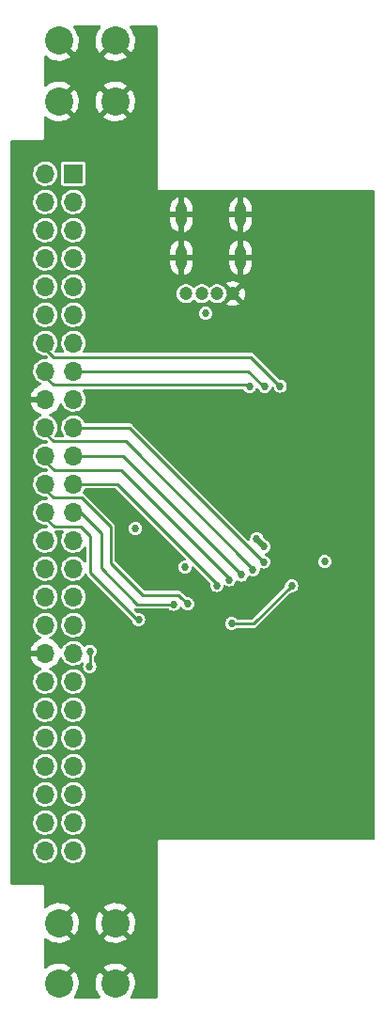
<source format=gbr>
%TF.GenerationSoftware,KiCad,Pcbnew,6.0.1+dfsg-1*%
%TF.CreationDate,2022-03-06T17:25:59+02:00*%
%TF.ProjectId,ram_board,72616d5f-626f-4617-9264-2e6b69636164,rev?*%
%TF.SameCoordinates,Original*%
%TF.FileFunction,Copper,L4,Bot*%
%TF.FilePolarity,Positive*%
%FSLAX46Y46*%
G04 Gerber Fmt 4.6, Leading zero omitted, Abs format (unit mm)*
G04 Created by KiCad (PCBNEW 6.0.1+dfsg-1) date 2022-03-06 17:25:59*
%MOMM*%
%LPD*%
G01*
G04 APERTURE LIST*
%TA.AperFunction,ComponentPad*%
%ADD10C,1.200000*%
%TD*%
%TA.AperFunction,ComponentPad*%
%ADD11O,1.000000X2.200000*%
%TD*%
%TA.AperFunction,ComponentPad*%
%ADD12C,2.540000*%
%TD*%
%TA.AperFunction,ComponentPad*%
%ADD13R,1.700000X1.700000*%
%TD*%
%TA.AperFunction,ComponentPad*%
%ADD14O,1.700000X1.700000*%
%TD*%
%TA.AperFunction,ViaPad*%
%ADD15C,0.686000*%
%TD*%
%TA.AperFunction,Conductor*%
%ADD16C,0.250000*%
%TD*%
%TA.AperFunction,Conductor*%
%ADD17C,0.500000*%
%TD*%
G04 APERTURE END LIST*
D10*
%TO.P,J2,1,VBUS*%
%TO.N,/DVDD5*%
X59580000Y-38060000D03*
%TO.P,J2,2,D-*%
%TO.N,/USB_D-*%
X60980000Y-38060000D03*
%TO.P,J2,3,D+*%
%TO.N,/USB_D+*%
X62380000Y-38060000D03*
%TO.P,J2,4,GND*%
%TO.N,GND*%
X63780000Y-38060000D03*
D11*
%TO.P,J2,5,Shield*%
X59160000Y-34790000D03*
X59160000Y-30950000D03*
X64500000Y-30950000D03*
X64500000Y-34790000D03*
%TD*%
D12*
%TO.P,ST2,1,Pin_1*%
%TO.N,GND*%
X53190000Y-94720000D03*
X48110000Y-100160000D03*
X53190000Y-100160000D03*
X48110000Y-94720000D03*
%TD*%
D13*
%TO.P,J1,1,Pin_1*%
%TO.N,unconnected-(J1-Pad1)*%
X49425790Y-27248710D03*
D14*
%TO.P,J1,2,Pin_2*%
%TO.N,unconnected-(J1-Pad2)*%
X46885790Y-27248710D03*
%TO.P,J1,3,Pin_3*%
%TO.N,/USB_D+*%
X49425790Y-29788710D03*
%TO.P,J1,4,Pin_4*%
%TO.N,/USB_D-*%
X46885790Y-29788710D03*
%TO.P,J1,5,Pin_5*%
%TO.N,/BE#*%
X49425790Y-32328710D03*
%TO.P,J1,6,Pin_6*%
%TO.N,/OE#*%
X46885790Y-32328710D03*
%TO.P,J1,7,Pin_7*%
%TO.N,/WE#*%
X49425790Y-34868710D03*
%TO.P,J1,8,Pin_8*%
%TO.N,/CS#*%
X46885790Y-34868710D03*
%TO.P,J1,9,Pin_9*%
%TO.N,/A0*%
X49425790Y-37408710D03*
%TO.P,J1,10,Pin_10*%
%TO.N,/A1*%
X46885790Y-37408710D03*
%TO.P,J1,11,Pin_11*%
%TO.N,/A2*%
X49425790Y-39948710D03*
%TO.P,J1,12,Pin_12*%
%TO.N,/A3*%
X46885790Y-39948710D03*
%TO.P,J1,13,Pin_13*%
%TO.N,/A4*%
X49425790Y-42488710D03*
%TO.P,J1,14,Pin_14*%
%TO.N,/A5*%
X46885790Y-42488710D03*
%TO.P,J1,15,Pin_15*%
%TO.N,/A6*%
X49425790Y-45028710D03*
%TO.P,J1,16,Pin_16*%
%TO.N,/A7*%
X46885790Y-45028710D03*
%TO.P,J1,17,Pin_17*%
%TO.N,/DVDD5*%
X49425790Y-47568710D03*
%TO.P,J1,18,Pin_18*%
%TO.N,GND*%
X46885790Y-47568710D03*
%TO.P,J1,19,Pin_19*%
%TO.N,/A8*%
X49425790Y-50108710D03*
%TO.P,J1,20,Pin_20*%
%TO.N,/A9*%
X46885790Y-50108710D03*
%TO.P,J1,21,Pin_21*%
%TO.N,/A10*%
X49425790Y-52648710D03*
%TO.P,J1,22,Pin_22*%
%TO.N,/A11*%
X46885790Y-52648710D03*
%TO.P,J1,23,Pin_23*%
%TO.N,/A12*%
X49425790Y-55188710D03*
%TO.P,J1,24,Pin_24*%
%TO.N,/A13*%
X46885790Y-55188710D03*
%TO.P,J1,25,Pin_25*%
%TO.N,/A14*%
X49425790Y-57728710D03*
%TO.P,J1,26,Pin_26*%
%TO.N,/A15*%
X46885790Y-57728710D03*
%TO.P,J1,27,Pin_27*%
%TO.N,/IO0*%
X49425790Y-60268710D03*
%TO.P,J1,28,Pin_28*%
%TO.N,/IO1*%
X46885790Y-60268710D03*
%TO.P,J1,29,Pin_29*%
%TO.N,/IO2*%
X49425790Y-62808710D03*
%TO.P,J1,30,Pin_30*%
%TO.N,/IO3*%
X46885790Y-62808710D03*
%TO.P,J1,31,Pin_31*%
%TO.N,/IO4*%
X49425790Y-65348710D03*
%TO.P,J1,32,Pin_32*%
%TO.N,/IO5*%
X46885790Y-65348710D03*
%TO.P,J1,33,Pin_33*%
%TO.N,/IO6*%
X49425790Y-67888710D03*
%TO.P,J1,34,Pin_34*%
%TO.N,/IO7*%
X46885790Y-67888710D03*
%TO.P,J1,35,Pin_35*%
%TO.N,/DVDD3v3*%
X49425790Y-70428710D03*
%TO.P,J1,36,Pin_36*%
%TO.N,GND*%
X46885790Y-70428710D03*
%TO.P,J1,37,Pin_37*%
%TO.N,/IO8*%
X49425790Y-72968710D03*
%TO.P,J1,38,Pin_38*%
%TO.N,/IO9*%
X46885790Y-72968710D03*
%TO.P,J1,39,Pin_39*%
%TO.N,/IO10*%
X49425790Y-75508710D03*
%TO.P,J1,40,Pin_40*%
%TO.N,/IO11*%
X46885790Y-75508710D03*
%TO.P,J1,41,Pin_41*%
%TO.N,/IO12*%
X49425790Y-78048710D03*
%TO.P,J1,42,Pin_42*%
%TO.N,/IO13*%
X46885790Y-78048710D03*
%TO.P,J1,43,Pin_43*%
%TO.N,/IO14*%
X49425790Y-80588710D03*
%TO.P,J1,44,Pin_44*%
%TO.N,/IO15*%
X46885790Y-80588710D03*
%TO.P,J1,45,Pin_45*%
%TO.N,unconnected-(J1-Pad45)*%
X49425790Y-83128710D03*
%TO.P,J1,46,Pin_46*%
%TO.N,unconnected-(J1-Pad46)*%
X46885790Y-83128710D03*
%TO.P,J1,47,Pin_47*%
%TO.N,unconnected-(J1-Pad47)*%
X49425790Y-85668710D03*
%TO.P,J1,48,Pin_48*%
%TO.N,unconnected-(J1-Pad48)*%
X46885790Y-85668710D03*
%TO.P,J1,49,Pin_49*%
%TO.N,unconnected-(J1-Pad49)*%
X49425790Y-88208710D03*
%TO.P,J1,50,Pin_50*%
%TO.N,unconnected-(J1-Pad50)*%
X46885790Y-88208710D03*
%TD*%
D12*
%TO.P,ST1,1,Pin_1*%
%TO.N,GND*%
X53190000Y-15300000D03*
X53190000Y-20740000D03*
X48110000Y-20740000D03*
X48110000Y-15300000D03*
%TD*%
D15*
%TO.N,GND*%
X66640000Y-59130000D03*
X44908409Y-29836428D03*
X44908409Y-32376428D03*
X75388409Y-78096428D03*
X75388409Y-32376428D03*
X52528409Y-83176428D03*
X65228409Y-85716428D03*
X70308409Y-32376428D03*
X67768409Y-29836428D03*
X44908409Y-37456428D03*
X75388409Y-45076428D03*
X72848409Y-78096428D03*
X44908409Y-55236428D03*
X72848409Y-45076428D03*
X52528409Y-29836428D03*
X75388409Y-50156428D03*
X52528409Y-27296428D03*
X44908409Y-34916428D03*
X44908409Y-75556428D03*
X55068409Y-29836428D03*
X72848409Y-39996428D03*
X72848409Y-52696428D03*
X62688409Y-32376428D03*
X55068409Y-24756428D03*
X49988409Y-95876428D03*
X75388409Y-80636428D03*
X57608409Y-32376428D03*
X44908409Y-42536428D03*
X62688409Y-29836428D03*
X55068409Y-17136428D03*
X72848409Y-55236428D03*
X44908409Y-39996428D03*
X44908409Y-60316428D03*
X55068409Y-98416428D03*
X44908409Y-90796428D03*
X57608409Y-83176428D03*
X49988409Y-24756428D03*
X44908409Y-73016428D03*
X65228409Y-42536428D03*
X70308409Y-85716428D03*
X55068409Y-95876428D03*
X47448409Y-24756428D03*
X72848409Y-37456428D03*
X66050000Y-58490000D03*
X70308409Y-42536428D03*
X47448409Y-90796428D03*
X72848409Y-50156428D03*
X44908409Y-50156428D03*
X49988409Y-98416428D03*
X72848409Y-42536428D03*
X60148409Y-83176428D03*
X49988409Y-14596428D03*
X75388409Y-55236428D03*
X55068409Y-85716428D03*
X55068409Y-19676428D03*
X44908409Y-65396428D03*
X44908409Y-47616428D03*
X49988409Y-22216428D03*
X72848409Y-34916428D03*
X65228409Y-55236428D03*
X44908409Y-52696428D03*
X72848409Y-85716428D03*
X75388409Y-34916428D03*
X44908409Y-83176428D03*
X52528409Y-47616428D03*
X65228409Y-83176428D03*
X55068409Y-90796428D03*
X75388409Y-75556428D03*
X72848409Y-80636428D03*
X55068409Y-27296428D03*
X72848409Y-29836428D03*
X44908409Y-45076428D03*
X55068409Y-83176428D03*
X58420000Y-61710000D03*
X67768409Y-34916428D03*
X49988409Y-93336428D03*
X72848409Y-47616428D03*
X70308409Y-83176428D03*
X67768409Y-37456428D03*
X75388409Y-39996428D03*
X62688409Y-85716428D03*
X49988409Y-100956428D03*
X44908409Y-62856428D03*
X75388409Y-85716428D03*
X62688409Y-83176428D03*
X75388409Y-83176428D03*
X70308409Y-37456428D03*
X60148409Y-85716428D03*
X55068409Y-93336428D03*
X52528409Y-24756428D03*
X75388409Y-52696428D03*
X67768409Y-83176428D03*
X72150000Y-60240000D03*
X44908409Y-70476428D03*
X62688409Y-34916428D03*
X44908409Y-80636428D03*
X49988409Y-90796428D03*
X75388409Y-37456428D03*
X44908409Y-57776428D03*
X52528409Y-70476428D03*
X67768409Y-32376428D03*
X44908409Y-88256428D03*
X44908409Y-85716428D03*
X52528409Y-85716428D03*
X49988409Y-17136428D03*
X55068409Y-22216428D03*
X55068409Y-88256428D03*
X57608409Y-29836428D03*
X44908409Y-24756428D03*
X72848409Y-32376428D03*
X44908409Y-78096428D03*
X44908409Y-27296428D03*
X57608409Y-85716428D03*
X70308409Y-34916428D03*
X75388409Y-29836428D03*
X55068409Y-14596428D03*
X53560000Y-61490000D03*
X52528409Y-90796428D03*
X67768409Y-85716428D03*
X70308409Y-80636428D03*
X55068409Y-100956428D03*
X72848409Y-83176428D03*
X49988409Y-19676428D03*
X70308409Y-39996428D03*
X75388409Y-47616428D03*
X75388409Y-42536428D03*
X44908409Y-67936428D03*
X67768409Y-42536428D03*
X70308409Y-29836428D03*
X65228409Y-39996428D03*
X67768409Y-39996428D03*
X52528409Y-88256428D03*
%TO.N,/DVDD3v3*%
X50910000Y-70260000D03*
X65950000Y-60120000D03*
X59490000Y-62670000D03*
X72080000Y-62180000D03*
X66600000Y-60850000D03*
X55010000Y-59190000D03*
X50880000Y-71630000D03*
%TO.N,/DVDD5*%
X61340000Y-39830000D03*
%TO.N,/A8*%
X66570000Y-62220000D03*
%TO.N,/A10*%
X64570000Y-63390000D03*
%TO.N,/A15*%
X55290000Y-67400000D03*
%TO.N,/A14*%
X58450000Y-66030000D03*
%TO.N,/A13*%
X59710000Y-66000000D03*
%TO.N,/A12*%
X62330000Y-64330000D03*
%TO.N,/A11*%
X63480000Y-63820000D03*
%TO.N,/A9*%
X65610000Y-62940000D03*
%TO.N,/A18*%
X63680000Y-67760000D03*
X69090000Y-64370000D03*
%TO.N,/A7*%
X65310000Y-46410000D03*
%TO.N,/A6*%
X66650000Y-46390000D03*
%TO.N,/A5*%
X68060000Y-46380000D03*
%TD*%
D16*
%TO.N,/A15*%
X55290000Y-67400000D02*
X55200000Y-67400000D01*
X55200000Y-67400000D02*
X50960000Y-63160000D01*
X50960000Y-63160000D02*
X50960000Y-59900000D01*
X50960000Y-59900000D02*
X50080000Y-59020000D01*
X50080000Y-59020000D02*
X47677080Y-59020000D01*
X47677080Y-59020000D02*
X46385790Y-57728710D01*
%TO.N,/A14*%
X58450000Y-66030000D02*
X55190000Y-66030000D01*
X55190000Y-66030000D02*
X51930000Y-62770000D01*
X50038710Y-57728710D02*
X48925790Y-57728710D01*
X51930000Y-62770000D02*
X51930000Y-59620000D01*
X51930000Y-59620000D02*
X50038710Y-57728710D01*
%TO.N,/A13*%
X59710000Y-66000000D02*
X59072489Y-65362489D01*
X58864978Y-65180000D02*
X55670000Y-65180000D01*
X59072489Y-65362489D02*
X59072489Y-65387511D01*
X59072489Y-65387511D02*
X58864978Y-65180000D01*
X55670000Y-65180000D02*
X52790000Y-62300000D01*
X52790000Y-62300000D02*
X52790000Y-59070000D01*
X52790000Y-59070000D02*
X50160000Y-56440000D01*
X50160000Y-56440000D02*
X47637080Y-56440000D01*
X47637080Y-56440000D02*
X46385790Y-55188710D01*
D17*
%TO.N,GND*%
X66640000Y-59130000D02*
X66640000Y-59080000D01*
X66640000Y-59080000D02*
X66050000Y-58490000D01*
D16*
%TO.N,/DVDD3v3*%
X50910000Y-70260000D02*
X50910000Y-71600000D01*
X50910000Y-71600000D02*
X50880000Y-71630000D01*
D17*
X66600000Y-60850000D02*
X66600000Y-60770000D01*
X66600000Y-60770000D02*
X65950000Y-60120000D01*
D16*
%TO.N,/A8*%
X54458710Y-50108710D02*
X48925790Y-50108710D01*
X66570000Y-62220000D02*
X54458710Y-50108710D01*
%TO.N,/A10*%
X53868710Y-52648710D02*
X48925790Y-52648710D01*
X64570000Y-63390000D02*
X64570000Y-63350000D01*
X64570000Y-63350000D02*
X53868710Y-52648710D01*
%TO.N,/A12*%
X53358710Y-55188710D02*
X48925790Y-55188710D01*
X62330000Y-64160000D02*
X53358710Y-55188710D01*
X62330000Y-64330000D02*
X62330000Y-64160000D01*
%TO.N,/A11*%
X53710000Y-53930000D02*
X47667080Y-53930000D01*
X63480000Y-63820000D02*
X63480000Y-63700000D01*
X63480000Y-63700000D02*
X53710000Y-53930000D01*
X47667080Y-53930000D02*
X46385790Y-52648710D01*
%TO.N,/A9*%
X65610000Y-62940000D02*
X65610000Y-62810000D01*
X54160000Y-51360000D02*
X47637080Y-51360000D01*
X47637080Y-51360000D02*
X46385790Y-50108710D01*
X65610000Y-62810000D02*
X54160000Y-51360000D01*
%TO.N,/A18*%
X63710000Y-67790000D02*
X63680000Y-67760000D01*
X65670000Y-67790000D02*
X63710000Y-67790000D01*
X69090000Y-64370000D02*
X65670000Y-67790000D01*
%TO.N,/A7*%
X65310000Y-46410000D02*
X65190000Y-46290000D01*
X47647080Y-46290000D02*
X46385790Y-45028710D01*
X65190000Y-46290000D02*
X47647080Y-46290000D01*
%TO.N,/A6*%
X66380000Y-46230000D02*
X65178710Y-45028710D01*
X66490000Y-46230000D02*
X66380000Y-46230000D01*
X66650000Y-46390000D02*
X66490000Y-46230000D01*
X65178710Y-45028710D02*
X48925790Y-45028710D01*
%TO.N,/A5*%
X68060000Y-46380000D02*
X65440000Y-43760000D01*
X47657080Y-43760000D02*
X46385790Y-42488710D01*
X65440000Y-43760000D02*
X47657080Y-43760000D01*
%TD*%
%TA.AperFunction,Conductor*%
%TO.N,GND*%
G36*
X51824502Y-13940002D02*
G01*
X51870995Y-13993658D01*
X51881099Y-14063932D01*
X51853255Y-14126569D01*
X51741433Y-14261020D01*
X51736018Y-14268612D01*
X51603776Y-14486540D01*
X51599538Y-14494857D01*
X51500961Y-14729935D01*
X51498000Y-14738785D01*
X51435255Y-14985849D01*
X51433633Y-14995046D01*
X51408094Y-15248673D01*
X51407849Y-15257999D01*
X51420080Y-15512619D01*
X51421217Y-15521879D01*
X51470947Y-15771894D01*
X51473441Y-15780887D01*
X51559578Y-16020797D01*
X51563378Y-16029332D01*
X51684031Y-16253877D01*
X51689045Y-16261748D01*
X51755154Y-16350279D01*
X51766414Y-16358729D01*
X51778832Y-16351958D01*
X53100905Y-15029885D01*
X53163217Y-14995859D01*
X53234032Y-15000924D01*
X53279095Y-15029885D01*
X54604386Y-16355176D01*
X54616766Y-16361936D01*
X54625107Y-16355692D01*
X54754391Y-16154697D01*
X54758838Y-16146506D01*
X54863536Y-15914085D01*
X54866731Y-15905307D01*
X54935923Y-15659968D01*
X54937781Y-15650839D01*
X54970144Y-15396444D01*
X54970625Y-15390158D01*
X54972903Y-15303160D01*
X54972752Y-15296851D01*
X54953747Y-15041110D01*
X54952370Y-15031904D01*
X54896109Y-14783262D01*
X54893385Y-14774351D01*
X54800990Y-14536758D01*
X54796979Y-14528349D01*
X54670481Y-14307025D01*
X54665270Y-14299299D01*
X54527081Y-14124006D01*
X54500616Y-14058126D01*
X54513969Y-13988397D01*
X54562901Y-13936956D01*
X54626031Y-13920000D01*
X56864000Y-13920000D01*
X56932121Y-13940002D01*
X56978614Y-13993658D01*
X56990000Y-14046000D01*
X56990000Y-28442966D01*
X56987579Y-28467547D01*
X56985102Y-28480000D01*
X57004505Y-28577545D01*
X57059760Y-28660240D01*
X57142455Y-28715495D01*
X57170905Y-28721154D01*
X57240000Y-28734898D01*
X57252171Y-28732477D01*
X57252453Y-28732421D01*
X57277034Y-28730000D01*
X76464000Y-28730000D01*
X76532121Y-28750002D01*
X76578614Y-28803658D01*
X76590000Y-28856000D01*
X76590000Y-87124000D01*
X76569998Y-87192121D01*
X76516342Y-87238614D01*
X76464000Y-87250000D01*
X57277034Y-87250000D01*
X57252453Y-87247579D01*
X57252171Y-87247523D01*
X57240000Y-87245102D01*
X57215376Y-87250000D01*
X57142455Y-87264505D01*
X57059760Y-87319760D01*
X57004505Y-87402455D01*
X56985102Y-87500000D01*
X56987523Y-87512171D01*
X56987579Y-87512453D01*
X56990000Y-87537034D01*
X56990000Y-101374000D01*
X56969998Y-101442121D01*
X56916342Y-101488614D01*
X56864000Y-101500000D01*
X54657916Y-101500000D01*
X54589795Y-101479998D01*
X54543302Y-101426342D01*
X54533198Y-101356068D01*
X54563184Y-101290922D01*
X54610874Y-101236543D01*
X54616486Y-101229095D01*
X54754391Y-101014697D01*
X54758838Y-101006506D01*
X54863536Y-100774085D01*
X54866731Y-100765307D01*
X54935923Y-100519968D01*
X54937781Y-100510839D01*
X54970144Y-100256444D01*
X54970625Y-100250158D01*
X54972903Y-100163160D01*
X54972752Y-100156851D01*
X54953747Y-99901110D01*
X54952370Y-99891904D01*
X54896109Y-99643262D01*
X54893385Y-99634351D01*
X54800990Y-99396758D01*
X54796979Y-99388349D01*
X54670482Y-99167027D01*
X54665269Y-99159298D01*
X54625633Y-99109019D01*
X54613709Y-99100549D01*
X54602174Y-99107036D01*
X53279095Y-100430115D01*
X53216783Y-100464141D01*
X53145968Y-100459076D01*
X53100905Y-100430115D01*
X51777119Y-99106329D01*
X51763811Y-99099062D01*
X51753772Y-99106184D01*
X51741433Y-99121020D01*
X51736018Y-99128612D01*
X51603776Y-99346540D01*
X51599538Y-99354857D01*
X51500961Y-99589935D01*
X51498000Y-99598785D01*
X51435255Y-99845849D01*
X51433633Y-99855046D01*
X51408094Y-100108673D01*
X51407849Y-100117999D01*
X51420080Y-100372619D01*
X51421217Y-100381879D01*
X51470947Y-100631894D01*
X51473441Y-100640887D01*
X51559578Y-100880797D01*
X51563378Y-100889332D01*
X51684031Y-101113877D01*
X51689042Y-101121744D01*
X51821115Y-101298611D01*
X51845847Y-101365161D01*
X51830673Y-101434517D01*
X51780411Y-101484659D01*
X51720157Y-101500000D01*
X49577916Y-101500000D01*
X49509795Y-101479998D01*
X49463302Y-101426342D01*
X49453198Y-101356068D01*
X49483184Y-101290922D01*
X49530874Y-101236543D01*
X49536486Y-101229095D01*
X49674391Y-101014697D01*
X49678838Y-101006506D01*
X49783536Y-100774085D01*
X49786731Y-100765307D01*
X49855923Y-100519968D01*
X49857781Y-100510839D01*
X49890144Y-100256444D01*
X49890625Y-100250158D01*
X49892903Y-100163160D01*
X49892752Y-100156851D01*
X49873747Y-99901110D01*
X49872370Y-99891904D01*
X49816109Y-99643262D01*
X49813385Y-99634351D01*
X49720990Y-99396758D01*
X49716979Y-99388349D01*
X49590482Y-99167027D01*
X49585269Y-99159298D01*
X49545633Y-99109019D01*
X49533709Y-99100549D01*
X49522174Y-99107036D01*
X48199095Y-100430115D01*
X48136783Y-100464141D01*
X48065968Y-100459076D01*
X48020905Y-100430115D01*
X47839885Y-100249095D01*
X47805859Y-100186783D01*
X47810924Y-100115968D01*
X47839885Y-100070905D01*
X49162790Y-98748000D01*
X49169174Y-98736310D01*
X49167656Y-98734357D01*
X52128770Y-98734357D01*
X52133343Y-98744133D01*
X53177188Y-99787978D01*
X53191132Y-99795592D01*
X53192965Y-99795461D01*
X53199580Y-99791210D01*
X54242790Y-98748000D01*
X54249174Y-98736310D01*
X54239762Y-98724199D01*
X54098776Y-98626392D01*
X54090741Y-98621659D01*
X53862106Y-98508909D01*
X53853473Y-98505421D01*
X53610675Y-98427701D01*
X53601624Y-98425528D01*
X53350009Y-98384550D01*
X53340720Y-98383738D01*
X53085828Y-98380401D01*
X53076517Y-98380971D01*
X52823927Y-98415347D01*
X52814808Y-98417285D01*
X52570084Y-98488616D01*
X52561331Y-98491888D01*
X52329837Y-98598608D01*
X52321682Y-98603128D01*
X52137907Y-98723616D01*
X52128770Y-98734357D01*
X49167656Y-98734357D01*
X49159762Y-98724199D01*
X49018776Y-98626392D01*
X49010741Y-98621659D01*
X48782106Y-98508909D01*
X48773473Y-98505421D01*
X48530675Y-98427701D01*
X48521624Y-98425528D01*
X48270009Y-98384550D01*
X48260720Y-98383738D01*
X48005828Y-98380401D01*
X47996517Y-98380971D01*
X47743927Y-98415347D01*
X47734808Y-98417285D01*
X47490084Y-98488616D01*
X47481331Y-98491888D01*
X47249837Y-98598608D01*
X47241682Y-98603128D01*
X47028500Y-98742896D01*
X47021103Y-98748573D01*
X46959901Y-98803197D01*
X46895760Y-98833634D01*
X46825345Y-98824562D01*
X46771013Y-98778862D01*
X46750000Y-98709193D01*
X46750000Y-96176091D01*
X46770002Y-96107970D01*
X46823658Y-96061477D01*
X46893932Y-96051373D01*
X46951011Y-96077200D01*
X46952043Y-96075793D01*
X47161394Y-96229296D01*
X47169293Y-96234232D01*
X47394901Y-96352930D01*
X47403450Y-96356647D01*
X47644113Y-96440690D01*
X47653122Y-96443104D01*
X47903572Y-96490654D01*
X47912827Y-96491708D01*
X48167557Y-96501717D01*
X48176871Y-96501391D01*
X48430270Y-96473640D01*
X48439447Y-96471939D01*
X48685960Y-96407037D01*
X48694780Y-96404000D01*
X48928997Y-96303373D01*
X48937269Y-96299066D01*
X49154036Y-96164927D01*
X49161579Y-96159447D01*
X49163272Y-96158014D01*
X49171710Y-96145211D01*
X49170674Y-96143442D01*
X52131303Y-96143442D01*
X52140017Y-96154962D01*
X52241394Y-96229296D01*
X52249293Y-96234232D01*
X52474901Y-96352930D01*
X52483450Y-96356647D01*
X52724113Y-96440690D01*
X52733122Y-96443104D01*
X52983572Y-96490654D01*
X52992827Y-96491708D01*
X53247557Y-96501717D01*
X53256871Y-96501391D01*
X53510270Y-96473640D01*
X53519447Y-96471939D01*
X53765960Y-96407037D01*
X53774780Y-96404000D01*
X54008997Y-96303373D01*
X54017269Y-96299066D01*
X54234036Y-96164927D01*
X54241579Y-96159447D01*
X54243272Y-96158014D01*
X54251710Y-96145211D01*
X54245645Y-96134855D01*
X53202812Y-95092022D01*
X53188868Y-95084408D01*
X53187035Y-95084539D01*
X53180420Y-95088790D01*
X52137961Y-96131249D01*
X52131303Y-96143442D01*
X49170674Y-96143442D01*
X49165645Y-96134855D01*
X47839885Y-94809095D01*
X47805859Y-94746783D01*
X47807694Y-94721132D01*
X48474408Y-94721132D01*
X48474539Y-94722965D01*
X48478790Y-94729580D01*
X49524386Y-95775176D01*
X49536766Y-95781936D01*
X49545107Y-95775692D01*
X49674391Y-95574697D01*
X49678838Y-95566506D01*
X49783536Y-95334085D01*
X49786731Y-95325307D01*
X49855923Y-95079968D01*
X49857781Y-95070839D01*
X49890144Y-94816444D01*
X49890625Y-94810158D01*
X49892903Y-94723160D01*
X49892752Y-94716851D01*
X49889865Y-94677999D01*
X51407849Y-94677999D01*
X51420080Y-94932619D01*
X51421217Y-94941879D01*
X51470947Y-95191894D01*
X51473441Y-95200887D01*
X51559578Y-95440797D01*
X51563378Y-95449332D01*
X51684031Y-95673877D01*
X51689045Y-95681748D01*
X51755154Y-95770279D01*
X51766414Y-95778729D01*
X51778832Y-95771958D01*
X52817978Y-94732812D01*
X52824356Y-94721132D01*
X53554408Y-94721132D01*
X53554539Y-94722965D01*
X53558790Y-94729580D01*
X54604386Y-95775176D01*
X54616766Y-95781936D01*
X54625107Y-95775692D01*
X54754391Y-95574697D01*
X54758838Y-95566506D01*
X54863536Y-95334085D01*
X54866731Y-95325307D01*
X54935923Y-95079968D01*
X54937781Y-95070839D01*
X54970144Y-94816444D01*
X54970625Y-94810158D01*
X54972903Y-94723160D01*
X54972752Y-94716851D01*
X54953747Y-94461110D01*
X54952370Y-94451904D01*
X54896109Y-94203262D01*
X54893385Y-94194351D01*
X54800990Y-93956758D01*
X54796979Y-93948349D01*
X54670482Y-93727027D01*
X54665269Y-93719298D01*
X54625633Y-93669019D01*
X54613709Y-93660549D01*
X54602174Y-93667036D01*
X53562022Y-94707188D01*
X53554408Y-94721132D01*
X52824356Y-94721132D01*
X52825592Y-94718868D01*
X52825461Y-94717035D01*
X52821210Y-94710420D01*
X51777119Y-93666329D01*
X51763811Y-93659062D01*
X51753772Y-93666184D01*
X51741433Y-93681020D01*
X51736018Y-93688612D01*
X51603776Y-93906540D01*
X51599538Y-93914857D01*
X51500961Y-94149935D01*
X51498000Y-94158785D01*
X51435255Y-94405849D01*
X51433633Y-94415046D01*
X51408094Y-94668673D01*
X51407849Y-94677999D01*
X49889865Y-94677999D01*
X49873747Y-94461110D01*
X49872370Y-94451904D01*
X49816109Y-94203262D01*
X49813385Y-94194351D01*
X49720990Y-93956758D01*
X49716979Y-93948349D01*
X49590482Y-93727027D01*
X49585269Y-93719298D01*
X49545633Y-93669019D01*
X49533709Y-93660549D01*
X49522174Y-93667036D01*
X48482022Y-94707188D01*
X48474408Y-94721132D01*
X47807694Y-94721132D01*
X47810924Y-94675968D01*
X47839885Y-94630905D01*
X49162790Y-93308000D01*
X49169174Y-93296310D01*
X49167656Y-93294357D01*
X52128770Y-93294357D01*
X52133343Y-93304133D01*
X53177188Y-94347978D01*
X53191132Y-94355592D01*
X53192965Y-94355461D01*
X53199580Y-94351210D01*
X54242790Y-93308000D01*
X54249174Y-93296310D01*
X54239762Y-93284199D01*
X54098776Y-93186392D01*
X54090741Y-93181659D01*
X53862106Y-93068909D01*
X53853473Y-93065421D01*
X53610675Y-92987701D01*
X53601624Y-92985528D01*
X53350009Y-92944550D01*
X53340720Y-92943738D01*
X53085828Y-92940401D01*
X53076517Y-92940971D01*
X52823927Y-92975347D01*
X52814808Y-92977285D01*
X52570084Y-93048616D01*
X52561331Y-93051888D01*
X52329837Y-93158608D01*
X52321682Y-93163128D01*
X52137907Y-93283616D01*
X52128770Y-93294357D01*
X49167656Y-93294357D01*
X49159762Y-93284199D01*
X49018776Y-93186392D01*
X49010741Y-93181659D01*
X48782106Y-93068909D01*
X48773473Y-93065421D01*
X48530675Y-92987701D01*
X48521624Y-92985528D01*
X48270009Y-92944550D01*
X48260720Y-92943738D01*
X48005828Y-92940401D01*
X47996517Y-92940971D01*
X47743927Y-92975347D01*
X47734808Y-92977285D01*
X47490084Y-93048616D01*
X47481331Y-93051888D01*
X47249837Y-93158608D01*
X47241682Y-93163128D01*
X47028500Y-93302896D01*
X47021103Y-93308573D01*
X46959901Y-93363197D01*
X46895760Y-93393634D01*
X46825345Y-93384562D01*
X46771013Y-93338862D01*
X46750000Y-93269193D01*
X46750000Y-91537034D01*
X46752421Y-91512453D01*
X46752477Y-91512171D01*
X46754898Y-91500000D01*
X46735495Y-91402455D01*
X46680240Y-91319760D01*
X46669924Y-91312867D01*
X46607862Y-91271398D01*
X46607860Y-91271397D01*
X46597545Y-91264505D01*
X46524624Y-91250000D01*
X46500000Y-91245102D01*
X46487829Y-91247523D01*
X46487547Y-91247579D01*
X46462966Y-91250000D01*
X43876000Y-91250000D01*
X43807879Y-91229998D01*
X43761386Y-91176342D01*
X43750000Y-91124000D01*
X43750000Y-88179779D01*
X45780954Y-88179779D01*
X45794182Y-88381604D01*
X45843968Y-88577638D01*
X45928646Y-88761317D01*
X46045378Y-88926490D01*
X46190256Y-89067623D01*
X46358427Y-89179992D01*
X46363730Y-89182270D01*
X46363733Y-89182272D01*
X46452081Y-89220229D01*
X46544260Y-89259832D01*
X46741530Y-89304470D01*
X46747299Y-89304697D01*
X46747302Y-89304697D01*
X46823473Y-89307689D01*
X46943632Y-89312410D01*
X47029922Y-89299899D01*
X47138076Y-89284218D01*
X47138081Y-89284217D01*
X47143797Y-89283388D01*
X47149269Y-89281530D01*
X47149271Y-89281530D01*
X47329857Y-89220229D01*
X47329859Y-89220228D01*
X47335321Y-89218374D01*
X47511791Y-89119547D01*
X47574223Y-89067623D01*
X47662863Y-88993901D01*
X47667295Y-88990215D01*
X47796627Y-88834711D01*
X47895454Y-88658241D01*
X47960468Y-88466717D01*
X47961297Y-88461001D01*
X47961298Y-88460996D01*
X47988957Y-88270226D01*
X47989490Y-88266552D01*
X47991005Y-88208710D01*
X47988347Y-88179779D01*
X48320954Y-88179779D01*
X48334182Y-88381604D01*
X48383968Y-88577638D01*
X48468646Y-88761317D01*
X48585378Y-88926490D01*
X48730256Y-89067623D01*
X48898427Y-89179992D01*
X48903730Y-89182270D01*
X48903733Y-89182272D01*
X48992081Y-89220229D01*
X49084260Y-89259832D01*
X49281530Y-89304470D01*
X49287299Y-89304697D01*
X49287302Y-89304697D01*
X49363473Y-89307689D01*
X49483632Y-89312410D01*
X49569922Y-89299899D01*
X49678076Y-89284218D01*
X49678081Y-89284217D01*
X49683797Y-89283388D01*
X49689269Y-89281530D01*
X49689271Y-89281530D01*
X49869857Y-89220229D01*
X49869859Y-89220228D01*
X49875321Y-89218374D01*
X50051791Y-89119547D01*
X50114223Y-89067623D01*
X50202863Y-88993901D01*
X50207295Y-88990215D01*
X50336627Y-88834711D01*
X50435454Y-88658241D01*
X50500468Y-88466717D01*
X50501297Y-88461001D01*
X50501298Y-88460996D01*
X50528957Y-88270226D01*
X50529490Y-88266552D01*
X50531005Y-88208710D01*
X50512498Y-88007301D01*
X50457597Y-87812636D01*
X50368141Y-87631237D01*
X50349869Y-87606767D01*
X50250578Y-87473801D01*
X50250577Y-87473800D01*
X50247125Y-87469177D01*
X50224140Y-87447930D01*
X50102843Y-87335804D01*
X50102841Y-87335802D01*
X50098602Y-87331884D01*
X50068462Y-87312867D01*
X49932427Y-87227035D01*
X49927547Y-87223956D01*
X49739688Y-87149008D01*
X49541316Y-87109549D01*
X49535542Y-87109473D01*
X49535538Y-87109473D01*
X49433047Y-87108132D01*
X49339076Y-87106902D01*
X49333379Y-87107881D01*
X49333378Y-87107881D01*
X49145436Y-87140175D01*
X49145435Y-87140175D01*
X49139739Y-87141154D01*
X48949983Y-87211159D01*
X48945022Y-87214111D01*
X48945021Y-87214111D01*
X48864386Y-87262084D01*
X48776161Y-87314572D01*
X48624095Y-87447930D01*
X48498879Y-87606767D01*
X48404704Y-87785763D01*
X48344727Y-87978923D01*
X48320954Y-88179779D01*
X47988347Y-88179779D01*
X47972498Y-88007301D01*
X47917597Y-87812636D01*
X47828141Y-87631237D01*
X47809869Y-87606767D01*
X47710578Y-87473801D01*
X47710577Y-87473800D01*
X47707125Y-87469177D01*
X47684140Y-87447930D01*
X47562843Y-87335804D01*
X47562841Y-87335802D01*
X47558602Y-87331884D01*
X47528462Y-87312867D01*
X47392427Y-87227035D01*
X47387547Y-87223956D01*
X47199688Y-87149008D01*
X47001316Y-87109549D01*
X46995542Y-87109473D01*
X46995538Y-87109473D01*
X46893047Y-87108132D01*
X46799076Y-87106902D01*
X46793379Y-87107881D01*
X46793378Y-87107881D01*
X46605436Y-87140175D01*
X46605435Y-87140175D01*
X46599739Y-87141154D01*
X46409983Y-87211159D01*
X46405022Y-87214111D01*
X46405021Y-87214111D01*
X46324386Y-87262084D01*
X46236161Y-87314572D01*
X46084095Y-87447930D01*
X45958879Y-87606767D01*
X45864704Y-87785763D01*
X45804727Y-87978923D01*
X45780954Y-88179779D01*
X43750000Y-88179779D01*
X43750000Y-85639779D01*
X45780954Y-85639779D01*
X45794182Y-85841604D01*
X45843968Y-86037638D01*
X45928646Y-86221317D01*
X46045378Y-86386490D01*
X46190256Y-86527623D01*
X46358427Y-86639992D01*
X46363730Y-86642270D01*
X46363733Y-86642272D01*
X46452081Y-86680229D01*
X46544260Y-86719832D01*
X46741530Y-86764470D01*
X46747299Y-86764697D01*
X46747302Y-86764697D01*
X46823473Y-86767689D01*
X46943632Y-86772410D01*
X47029922Y-86759899D01*
X47138076Y-86744218D01*
X47138081Y-86744217D01*
X47143797Y-86743388D01*
X47149269Y-86741530D01*
X47149271Y-86741530D01*
X47329857Y-86680229D01*
X47329859Y-86680228D01*
X47335321Y-86678374D01*
X47511791Y-86579547D01*
X47574223Y-86527623D01*
X47662863Y-86453901D01*
X47667295Y-86450215D01*
X47796627Y-86294711D01*
X47895454Y-86118241D01*
X47960468Y-85926717D01*
X47961297Y-85921001D01*
X47961298Y-85920996D01*
X47988957Y-85730226D01*
X47989490Y-85726552D01*
X47991005Y-85668710D01*
X47988347Y-85639779D01*
X48320954Y-85639779D01*
X48334182Y-85841604D01*
X48383968Y-86037638D01*
X48468646Y-86221317D01*
X48585378Y-86386490D01*
X48730256Y-86527623D01*
X48898427Y-86639992D01*
X48903730Y-86642270D01*
X48903733Y-86642272D01*
X48992081Y-86680229D01*
X49084260Y-86719832D01*
X49281530Y-86764470D01*
X49287299Y-86764697D01*
X49287302Y-86764697D01*
X49363473Y-86767689D01*
X49483632Y-86772410D01*
X49569922Y-86759899D01*
X49678076Y-86744218D01*
X49678081Y-86744217D01*
X49683797Y-86743388D01*
X49689269Y-86741530D01*
X49689271Y-86741530D01*
X49869857Y-86680229D01*
X49869859Y-86680228D01*
X49875321Y-86678374D01*
X50051791Y-86579547D01*
X50114223Y-86527623D01*
X50202863Y-86453901D01*
X50207295Y-86450215D01*
X50336627Y-86294711D01*
X50435454Y-86118241D01*
X50500468Y-85926717D01*
X50501297Y-85921001D01*
X50501298Y-85920996D01*
X50528957Y-85730226D01*
X50529490Y-85726552D01*
X50531005Y-85668710D01*
X50512498Y-85467301D01*
X50457597Y-85272636D01*
X50368141Y-85091237D01*
X50349869Y-85066767D01*
X50250578Y-84933801D01*
X50250577Y-84933800D01*
X50247125Y-84929177D01*
X50224140Y-84907930D01*
X50102843Y-84795804D01*
X50102841Y-84795802D01*
X50098602Y-84791884D01*
X50071164Y-84774572D01*
X49932427Y-84687035D01*
X49927547Y-84683956D01*
X49739688Y-84609008D01*
X49541316Y-84569549D01*
X49535542Y-84569473D01*
X49535538Y-84569473D01*
X49433047Y-84568132D01*
X49339076Y-84566902D01*
X49333379Y-84567881D01*
X49333378Y-84567881D01*
X49145436Y-84600175D01*
X49145435Y-84600175D01*
X49139739Y-84601154D01*
X48949983Y-84671159D01*
X48776161Y-84774572D01*
X48624095Y-84907930D01*
X48498879Y-85066767D01*
X48404704Y-85245763D01*
X48344727Y-85438923D01*
X48320954Y-85639779D01*
X47988347Y-85639779D01*
X47972498Y-85467301D01*
X47917597Y-85272636D01*
X47828141Y-85091237D01*
X47809869Y-85066767D01*
X47710578Y-84933801D01*
X47710577Y-84933800D01*
X47707125Y-84929177D01*
X47684140Y-84907930D01*
X47562843Y-84795804D01*
X47562841Y-84795802D01*
X47558602Y-84791884D01*
X47531164Y-84774572D01*
X47392427Y-84687035D01*
X47387547Y-84683956D01*
X47199688Y-84609008D01*
X47001316Y-84569549D01*
X46995542Y-84569473D01*
X46995538Y-84569473D01*
X46893047Y-84568132D01*
X46799076Y-84566902D01*
X46793379Y-84567881D01*
X46793378Y-84567881D01*
X46605436Y-84600175D01*
X46605435Y-84600175D01*
X46599739Y-84601154D01*
X46409983Y-84671159D01*
X46236161Y-84774572D01*
X46084095Y-84907930D01*
X45958879Y-85066767D01*
X45864704Y-85245763D01*
X45804727Y-85438923D01*
X45780954Y-85639779D01*
X43750000Y-85639779D01*
X43750000Y-83099779D01*
X45780954Y-83099779D01*
X45794182Y-83301604D01*
X45843968Y-83497638D01*
X45928646Y-83681317D01*
X46045378Y-83846490D01*
X46190256Y-83987623D01*
X46358427Y-84099992D01*
X46363730Y-84102270D01*
X46363733Y-84102272D01*
X46452081Y-84140229D01*
X46544260Y-84179832D01*
X46741530Y-84224470D01*
X46747299Y-84224697D01*
X46747302Y-84224697D01*
X46823473Y-84227689D01*
X46943632Y-84232410D01*
X47029922Y-84219899D01*
X47138076Y-84204218D01*
X47138081Y-84204217D01*
X47143797Y-84203388D01*
X47149269Y-84201530D01*
X47149271Y-84201530D01*
X47329857Y-84140229D01*
X47329859Y-84140228D01*
X47335321Y-84138374D01*
X47511791Y-84039547D01*
X47574223Y-83987623D01*
X47662863Y-83913901D01*
X47667295Y-83910215D01*
X47796627Y-83754711D01*
X47895454Y-83578241D01*
X47960468Y-83386717D01*
X47961297Y-83381001D01*
X47961298Y-83380996D01*
X47988957Y-83190226D01*
X47989490Y-83186552D01*
X47991005Y-83128710D01*
X47988347Y-83099779D01*
X48320954Y-83099779D01*
X48334182Y-83301604D01*
X48383968Y-83497638D01*
X48468646Y-83681317D01*
X48585378Y-83846490D01*
X48730256Y-83987623D01*
X48898427Y-84099992D01*
X48903730Y-84102270D01*
X48903733Y-84102272D01*
X48992081Y-84140229D01*
X49084260Y-84179832D01*
X49281530Y-84224470D01*
X49287299Y-84224697D01*
X49287302Y-84224697D01*
X49363473Y-84227689D01*
X49483632Y-84232410D01*
X49569922Y-84219899D01*
X49678076Y-84204218D01*
X49678081Y-84204217D01*
X49683797Y-84203388D01*
X49689269Y-84201530D01*
X49689271Y-84201530D01*
X49869857Y-84140229D01*
X49869859Y-84140228D01*
X49875321Y-84138374D01*
X50051791Y-84039547D01*
X50114223Y-83987623D01*
X50202863Y-83913901D01*
X50207295Y-83910215D01*
X50336627Y-83754711D01*
X50435454Y-83578241D01*
X50500468Y-83386717D01*
X50501297Y-83381001D01*
X50501298Y-83380996D01*
X50528957Y-83190226D01*
X50529490Y-83186552D01*
X50531005Y-83128710D01*
X50512498Y-82927301D01*
X50457597Y-82732636D01*
X50368141Y-82551237D01*
X50349869Y-82526767D01*
X50250578Y-82393801D01*
X50250577Y-82393800D01*
X50247125Y-82389177D01*
X50224140Y-82367930D01*
X50102843Y-82255804D01*
X50102841Y-82255802D01*
X50098602Y-82251884D01*
X50071164Y-82234572D01*
X49932427Y-82147035D01*
X49927547Y-82143956D01*
X49739688Y-82069008D01*
X49541316Y-82029549D01*
X49535542Y-82029473D01*
X49535538Y-82029473D01*
X49433047Y-82028132D01*
X49339076Y-82026902D01*
X49333379Y-82027881D01*
X49333378Y-82027881D01*
X49145436Y-82060175D01*
X49145435Y-82060175D01*
X49139739Y-82061154D01*
X48949983Y-82131159D01*
X48776161Y-82234572D01*
X48624095Y-82367930D01*
X48498879Y-82526767D01*
X48404704Y-82705763D01*
X48344727Y-82898923D01*
X48320954Y-83099779D01*
X47988347Y-83099779D01*
X47972498Y-82927301D01*
X47917597Y-82732636D01*
X47828141Y-82551237D01*
X47809869Y-82526767D01*
X47710578Y-82393801D01*
X47710577Y-82393800D01*
X47707125Y-82389177D01*
X47684140Y-82367930D01*
X47562843Y-82255804D01*
X47562841Y-82255802D01*
X47558602Y-82251884D01*
X47531164Y-82234572D01*
X47392427Y-82147035D01*
X47387547Y-82143956D01*
X47199688Y-82069008D01*
X47001316Y-82029549D01*
X46995542Y-82029473D01*
X46995538Y-82029473D01*
X46893047Y-82028132D01*
X46799076Y-82026902D01*
X46793379Y-82027881D01*
X46793378Y-82027881D01*
X46605436Y-82060175D01*
X46605435Y-82060175D01*
X46599739Y-82061154D01*
X46409983Y-82131159D01*
X46236161Y-82234572D01*
X46084095Y-82367930D01*
X45958879Y-82526767D01*
X45864704Y-82705763D01*
X45804727Y-82898923D01*
X45780954Y-83099779D01*
X43750000Y-83099779D01*
X43750000Y-80559779D01*
X45780954Y-80559779D01*
X45794182Y-80761604D01*
X45843968Y-80957638D01*
X45928646Y-81141317D01*
X46045378Y-81306490D01*
X46190256Y-81447623D01*
X46358427Y-81559992D01*
X46363730Y-81562270D01*
X46363733Y-81562272D01*
X46452081Y-81600229D01*
X46544260Y-81639832D01*
X46741530Y-81684470D01*
X46747299Y-81684697D01*
X46747302Y-81684697D01*
X46823473Y-81687689D01*
X46943632Y-81692410D01*
X47029922Y-81679899D01*
X47138076Y-81664218D01*
X47138081Y-81664217D01*
X47143797Y-81663388D01*
X47149269Y-81661530D01*
X47149271Y-81661530D01*
X47329857Y-81600229D01*
X47329859Y-81600228D01*
X47335321Y-81598374D01*
X47511791Y-81499547D01*
X47574223Y-81447623D01*
X47662863Y-81373901D01*
X47667295Y-81370215D01*
X47796627Y-81214711D01*
X47895454Y-81038241D01*
X47960468Y-80846717D01*
X47961297Y-80841001D01*
X47961298Y-80840996D01*
X47988957Y-80650226D01*
X47989490Y-80646552D01*
X47991005Y-80588710D01*
X47988347Y-80559779D01*
X48320954Y-80559779D01*
X48334182Y-80761604D01*
X48383968Y-80957638D01*
X48468646Y-81141317D01*
X48585378Y-81306490D01*
X48730256Y-81447623D01*
X48898427Y-81559992D01*
X48903730Y-81562270D01*
X48903733Y-81562272D01*
X48992081Y-81600229D01*
X49084260Y-81639832D01*
X49281530Y-81684470D01*
X49287299Y-81684697D01*
X49287302Y-81684697D01*
X49363473Y-81687689D01*
X49483632Y-81692410D01*
X49569922Y-81679899D01*
X49678076Y-81664218D01*
X49678081Y-81664217D01*
X49683797Y-81663388D01*
X49689269Y-81661530D01*
X49689271Y-81661530D01*
X49869857Y-81600229D01*
X49869859Y-81600228D01*
X49875321Y-81598374D01*
X50051791Y-81499547D01*
X50114223Y-81447623D01*
X50202863Y-81373901D01*
X50207295Y-81370215D01*
X50336627Y-81214711D01*
X50435454Y-81038241D01*
X50500468Y-80846717D01*
X50501297Y-80841001D01*
X50501298Y-80840996D01*
X50528957Y-80650226D01*
X50529490Y-80646552D01*
X50531005Y-80588710D01*
X50512498Y-80387301D01*
X50457597Y-80192636D01*
X50368141Y-80011237D01*
X50349869Y-79986767D01*
X50250578Y-79853801D01*
X50250577Y-79853800D01*
X50247125Y-79849177D01*
X50224140Y-79827930D01*
X50102843Y-79715804D01*
X50102841Y-79715802D01*
X50098602Y-79711884D01*
X50071164Y-79694572D01*
X49932427Y-79607035D01*
X49927547Y-79603956D01*
X49739688Y-79529008D01*
X49541316Y-79489549D01*
X49535542Y-79489473D01*
X49535538Y-79489473D01*
X49433047Y-79488132D01*
X49339076Y-79486902D01*
X49333379Y-79487881D01*
X49333378Y-79487881D01*
X49145436Y-79520175D01*
X49145435Y-79520175D01*
X49139739Y-79521154D01*
X48949983Y-79591159D01*
X48776161Y-79694572D01*
X48624095Y-79827930D01*
X48498879Y-79986767D01*
X48404704Y-80165763D01*
X48344727Y-80358923D01*
X48320954Y-80559779D01*
X47988347Y-80559779D01*
X47972498Y-80387301D01*
X47917597Y-80192636D01*
X47828141Y-80011237D01*
X47809869Y-79986767D01*
X47710578Y-79853801D01*
X47710577Y-79853800D01*
X47707125Y-79849177D01*
X47684140Y-79827930D01*
X47562843Y-79715804D01*
X47562841Y-79715802D01*
X47558602Y-79711884D01*
X47531164Y-79694572D01*
X47392427Y-79607035D01*
X47387547Y-79603956D01*
X47199688Y-79529008D01*
X47001316Y-79489549D01*
X46995542Y-79489473D01*
X46995538Y-79489473D01*
X46893047Y-79488132D01*
X46799076Y-79486902D01*
X46793379Y-79487881D01*
X46793378Y-79487881D01*
X46605436Y-79520175D01*
X46605435Y-79520175D01*
X46599739Y-79521154D01*
X46409983Y-79591159D01*
X46236161Y-79694572D01*
X46084095Y-79827930D01*
X45958879Y-79986767D01*
X45864704Y-80165763D01*
X45804727Y-80358923D01*
X45780954Y-80559779D01*
X43750000Y-80559779D01*
X43750000Y-78019779D01*
X45780954Y-78019779D01*
X45794182Y-78221604D01*
X45843968Y-78417638D01*
X45928646Y-78601317D01*
X46045378Y-78766490D01*
X46190256Y-78907623D01*
X46358427Y-79019992D01*
X46363730Y-79022270D01*
X46363733Y-79022272D01*
X46452081Y-79060229D01*
X46544260Y-79099832D01*
X46741530Y-79144470D01*
X46747299Y-79144697D01*
X46747302Y-79144697D01*
X46823473Y-79147689D01*
X46943632Y-79152410D01*
X47029922Y-79139899D01*
X47138076Y-79124218D01*
X47138081Y-79124217D01*
X47143797Y-79123388D01*
X47149269Y-79121530D01*
X47149271Y-79121530D01*
X47329857Y-79060229D01*
X47329859Y-79060228D01*
X47335321Y-79058374D01*
X47511791Y-78959547D01*
X47574223Y-78907623D01*
X47662863Y-78833901D01*
X47667295Y-78830215D01*
X47796627Y-78674711D01*
X47895454Y-78498241D01*
X47960468Y-78306717D01*
X47961297Y-78301001D01*
X47961298Y-78300996D01*
X47988957Y-78110226D01*
X47989490Y-78106552D01*
X47991005Y-78048710D01*
X47988347Y-78019779D01*
X48320954Y-78019779D01*
X48334182Y-78221604D01*
X48383968Y-78417638D01*
X48468646Y-78601317D01*
X48585378Y-78766490D01*
X48730256Y-78907623D01*
X48898427Y-79019992D01*
X48903730Y-79022270D01*
X48903733Y-79022272D01*
X48992081Y-79060229D01*
X49084260Y-79099832D01*
X49281530Y-79144470D01*
X49287299Y-79144697D01*
X49287302Y-79144697D01*
X49363473Y-79147689D01*
X49483632Y-79152410D01*
X49569922Y-79139899D01*
X49678076Y-79124218D01*
X49678081Y-79124217D01*
X49683797Y-79123388D01*
X49689269Y-79121530D01*
X49689271Y-79121530D01*
X49869857Y-79060229D01*
X49869859Y-79060228D01*
X49875321Y-79058374D01*
X50051791Y-78959547D01*
X50114223Y-78907623D01*
X50202863Y-78833901D01*
X50207295Y-78830215D01*
X50336627Y-78674711D01*
X50435454Y-78498241D01*
X50500468Y-78306717D01*
X50501297Y-78301001D01*
X50501298Y-78300996D01*
X50528957Y-78110226D01*
X50529490Y-78106552D01*
X50531005Y-78048710D01*
X50512498Y-77847301D01*
X50457597Y-77652636D01*
X50368141Y-77471237D01*
X50349869Y-77446767D01*
X50250578Y-77313801D01*
X50250577Y-77313800D01*
X50247125Y-77309177D01*
X50224140Y-77287930D01*
X50102843Y-77175804D01*
X50102841Y-77175802D01*
X50098602Y-77171884D01*
X50071164Y-77154572D01*
X49932427Y-77067035D01*
X49927547Y-77063956D01*
X49739688Y-76989008D01*
X49541316Y-76949549D01*
X49535542Y-76949473D01*
X49535538Y-76949473D01*
X49433047Y-76948132D01*
X49339076Y-76946902D01*
X49333379Y-76947881D01*
X49333378Y-76947881D01*
X49145436Y-76980175D01*
X49145435Y-76980175D01*
X49139739Y-76981154D01*
X48949983Y-77051159D01*
X48776161Y-77154572D01*
X48624095Y-77287930D01*
X48498879Y-77446767D01*
X48404704Y-77625763D01*
X48344727Y-77818923D01*
X48320954Y-78019779D01*
X47988347Y-78019779D01*
X47972498Y-77847301D01*
X47917597Y-77652636D01*
X47828141Y-77471237D01*
X47809869Y-77446767D01*
X47710578Y-77313801D01*
X47710577Y-77313800D01*
X47707125Y-77309177D01*
X47684140Y-77287930D01*
X47562843Y-77175804D01*
X47562841Y-77175802D01*
X47558602Y-77171884D01*
X47531164Y-77154572D01*
X47392427Y-77067035D01*
X47387547Y-77063956D01*
X47199688Y-76989008D01*
X47001316Y-76949549D01*
X46995542Y-76949473D01*
X46995538Y-76949473D01*
X46893047Y-76948132D01*
X46799076Y-76946902D01*
X46793379Y-76947881D01*
X46793378Y-76947881D01*
X46605436Y-76980175D01*
X46605435Y-76980175D01*
X46599739Y-76981154D01*
X46409983Y-77051159D01*
X46236161Y-77154572D01*
X46084095Y-77287930D01*
X45958879Y-77446767D01*
X45864704Y-77625763D01*
X45804727Y-77818923D01*
X45780954Y-78019779D01*
X43750000Y-78019779D01*
X43750000Y-75479779D01*
X45780954Y-75479779D01*
X45794182Y-75681604D01*
X45843968Y-75877638D01*
X45928646Y-76061317D01*
X46045378Y-76226490D01*
X46190256Y-76367623D01*
X46358427Y-76479992D01*
X46363730Y-76482270D01*
X46363733Y-76482272D01*
X46452081Y-76520229D01*
X46544260Y-76559832D01*
X46741530Y-76604470D01*
X46747299Y-76604697D01*
X46747302Y-76604697D01*
X46823473Y-76607689D01*
X46943632Y-76612410D01*
X47029922Y-76599899D01*
X47138076Y-76584218D01*
X47138081Y-76584217D01*
X47143797Y-76583388D01*
X47149269Y-76581530D01*
X47149271Y-76581530D01*
X47329857Y-76520229D01*
X47329859Y-76520228D01*
X47335321Y-76518374D01*
X47511791Y-76419547D01*
X47574223Y-76367623D01*
X47662863Y-76293901D01*
X47667295Y-76290215D01*
X47796627Y-76134711D01*
X47895454Y-75958241D01*
X47960468Y-75766717D01*
X47961297Y-75761001D01*
X47961298Y-75760996D01*
X47988957Y-75570226D01*
X47989490Y-75566552D01*
X47991005Y-75508710D01*
X47988347Y-75479779D01*
X48320954Y-75479779D01*
X48334182Y-75681604D01*
X48383968Y-75877638D01*
X48468646Y-76061317D01*
X48585378Y-76226490D01*
X48730256Y-76367623D01*
X48898427Y-76479992D01*
X48903730Y-76482270D01*
X48903733Y-76482272D01*
X48992081Y-76520229D01*
X49084260Y-76559832D01*
X49281530Y-76604470D01*
X49287299Y-76604697D01*
X49287302Y-76604697D01*
X49363473Y-76607689D01*
X49483632Y-76612410D01*
X49569922Y-76599899D01*
X49678076Y-76584218D01*
X49678081Y-76584217D01*
X49683797Y-76583388D01*
X49689269Y-76581530D01*
X49689271Y-76581530D01*
X49869857Y-76520229D01*
X49869859Y-76520228D01*
X49875321Y-76518374D01*
X50051791Y-76419547D01*
X50114223Y-76367623D01*
X50202863Y-76293901D01*
X50207295Y-76290215D01*
X50336627Y-76134711D01*
X50435454Y-75958241D01*
X50500468Y-75766717D01*
X50501297Y-75761001D01*
X50501298Y-75760996D01*
X50528957Y-75570226D01*
X50529490Y-75566552D01*
X50531005Y-75508710D01*
X50512498Y-75307301D01*
X50457597Y-75112636D01*
X50368141Y-74931237D01*
X50349869Y-74906767D01*
X50250578Y-74773801D01*
X50250577Y-74773800D01*
X50247125Y-74769177D01*
X50224140Y-74747930D01*
X50102843Y-74635804D01*
X50102841Y-74635802D01*
X50098602Y-74631884D01*
X50071164Y-74614572D01*
X49932427Y-74527035D01*
X49927547Y-74523956D01*
X49739688Y-74449008D01*
X49541316Y-74409549D01*
X49535542Y-74409473D01*
X49535538Y-74409473D01*
X49433047Y-74408132D01*
X49339076Y-74406902D01*
X49333379Y-74407881D01*
X49333378Y-74407881D01*
X49145436Y-74440175D01*
X49145435Y-74440175D01*
X49139739Y-74441154D01*
X48949983Y-74511159D01*
X48776161Y-74614572D01*
X48624095Y-74747930D01*
X48498879Y-74906767D01*
X48404704Y-75085763D01*
X48344727Y-75278923D01*
X48320954Y-75479779D01*
X47988347Y-75479779D01*
X47972498Y-75307301D01*
X47917597Y-75112636D01*
X47828141Y-74931237D01*
X47809869Y-74906767D01*
X47710578Y-74773801D01*
X47710577Y-74773800D01*
X47707125Y-74769177D01*
X47684140Y-74747930D01*
X47562843Y-74635804D01*
X47562841Y-74635802D01*
X47558602Y-74631884D01*
X47531164Y-74614572D01*
X47392427Y-74527035D01*
X47387547Y-74523956D01*
X47199688Y-74449008D01*
X47001316Y-74409549D01*
X46995542Y-74409473D01*
X46995538Y-74409473D01*
X46893047Y-74408132D01*
X46799076Y-74406902D01*
X46793379Y-74407881D01*
X46793378Y-74407881D01*
X46605436Y-74440175D01*
X46605435Y-74440175D01*
X46599739Y-74441154D01*
X46409983Y-74511159D01*
X46236161Y-74614572D01*
X46084095Y-74747930D01*
X45958879Y-74906767D01*
X45864704Y-75085763D01*
X45804727Y-75278923D01*
X45780954Y-75479779D01*
X43750000Y-75479779D01*
X43750000Y-70162893D01*
X45550179Y-70162893D01*
X45551702Y-70171317D01*
X45564082Y-70174710D01*
X47013790Y-70174710D01*
X47081911Y-70194712D01*
X47128404Y-70248368D01*
X47139790Y-70300710D01*
X47139790Y-70556710D01*
X47119788Y-70624831D01*
X47066132Y-70671324D01*
X47013790Y-70682710D01*
X45569015Y-70682710D01*
X45555484Y-70686683D01*
X45554047Y-70696676D01*
X45584355Y-70831156D01*
X45587435Y-70840985D01*
X45667560Y-71038313D01*
X45672203Y-71047504D01*
X45783484Y-71229098D01*
X45789567Y-71237409D01*
X45929003Y-71398377D01*
X45936370Y-71405593D01*
X46100224Y-71541626D01*
X46108671Y-71547541D01*
X46292546Y-71654989D01*
X46301832Y-71659439D01*
X46456592Y-71718535D01*
X46513095Y-71761522D01*
X46537388Y-71828233D01*
X46521758Y-71897488D01*
X46471167Y-71947298D01*
X46455255Y-71954457D01*
X46415399Y-71969161D01*
X46409983Y-71971159D01*
X46405022Y-71974111D01*
X46405021Y-71974111D01*
X46263482Y-72058318D01*
X46236161Y-72074572D01*
X46084095Y-72207930D01*
X45958879Y-72366767D01*
X45864704Y-72545763D01*
X45804727Y-72738923D01*
X45780954Y-72939779D01*
X45794182Y-73141604D01*
X45843968Y-73337638D01*
X45928646Y-73521317D01*
X46045378Y-73686490D01*
X46190256Y-73827623D01*
X46358427Y-73939992D01*
X46363730Y-73942270D01*
X46363733Y-73942272D01*
X46452081Y-73980229D01*
X46544260Y-74019832D01*
X46741530Y-74064470D01*
X46747299Y-74064697D01*
X46747302Y-74064697D01*
X46823473Y-74067689D01*
X46943632Y-74072410D01*
X47029922Y-74059899D01*
X47138076Y-74044218D01*
X47138081Y-74044217D01*
X47143797Y-74043388D01*
X47149269Y-74041530D01*
X47149271Y-74041530D01*
X47329857Y-73980229D01*
X47329859Y-73980228D01*
X47335321Y-73978374D01*
X47511791Y-73879547D01*
X47574223Y-73827623D01*
X47662863Y-73753901D01*
X47667295Y-73750215D01*
X47796627Y-73594711D01*
X47895454Y-73418241D01*
X47960468Y-73226717D01*
X47961297Y-73221001D01*
X47961298Y-73220996D01*
X47988957Y-73030226D01*
X47989490Y-73026552D01*
X47991005Y-72968710D01*
X47988347Y-72939779D01*
X48320954Y-72939779D01*
X48334182Y-73141604D01*
X48383968Y-73337638D01*
X48468646Y-73521317D01*
X48585378Y-73686490D01*
X48730256Y-73827623D01*
X48898427Y-73939992D01*
X48903730Y-73942270D01*
X48903733Y-73942272D01*
X48992081Y-73980229D01*
X49084260Y-74019832D01*
X49281530Y-74064470D01*
X49287299Y-74064697D01*
X49287302Y-74064697D01*
X49363473Y-74067689D01*
X49483632Y-74072410D01*
X49569922Y-74059899D01*
X49678076Y-74044218D01*
X49678081Y-74044217D01*
X49683797Y-74043388D01*
X49689269Y-74041530D01*
X49689271Y-74041530D01*
X49869857Y-73980229D01*
X49869859Y-73980228D01*
X49875321Y-73978374D01*
X50051791Y-73879547D01*
X50114223Y-73827623D01*
X50202863Y-73753901D01*
X50207295Y-73750215D01*
X50336627Y-73594711D01*
X50435454Y-73418241D01*
X50500468Y-73226717D01*
X50501297Y-73221001D01*
X50501298Y-73220996D01*
X50528957Y-73030226D01*
X50529490Y-73026552D01*
X50531005Y-72968710D01*
X50512498Y-72767301D01*
X50457597Y-72572636D01*
X50368141Y-72391237D01*
X50349869Y-72366767D01*
X50250578Y-72233801D01*
X50250577Y-72233800D01*
X50247125Y-72229177D01*
X50229054Y-72212472D01*
X50102843Y-72095804D01*
X50102841Y-72095802D01*
X50098602Y-72091884D01*
X50071164Y-72074572D01*
X49932427Y-71987035D01*
X49927547Y-71983956D01*
X49739688Y-71909008D01*
X49541316Y-71869549D01*
X49535542Y-71869473D01*
X49535538Y-71869473D01*
X49433047Y-71868132D01*
X49339076Y-71866902D01*
X49333379Y-71867881D01*
X49333378Y-71867881D01*
X49145436Y-71900175D01*
X49145435Y-71900175D01*
X49139739Y-71901154D01*
X48949983Y-71971159D01*
X48945022Y-71974111D01*
X48945021Y-71974111D01*
X48803482Y-72058318D01*
X48776161Y-72074572D01*
X48624095Y-72207930D01*
X48498879Y-72366767D01*
X48404704Y-72545763D01*
X48344727Y-72738923D01*
X48320954Y-72939779D01*
X47988347Y-72939779D01*
X47972498Y-72767301D01*
X47917597Y-72572636D01*
X47828141Y-72391237D01*
X47809869Y-72366767D01*
X47710578Y-72233801D01*
X47710577Y-72233800D01*
X47707125Y-72229177D01*
X47689054Y-72212472D01*
X47562843Y-72095804D01*
X47562841Y-72095802D01*
X47558602Y-72091884D01*
X47531164Y-72074572D01*
X47392427Y-71987035D01*
X47387547Y-71983956D01*
X47311243Y-71953514D01*
X47255384Y-71909693D01*
X47232083Y-71842629D01*
X47248739Y-71773614D01*
X47300063Y-71724560D01*
X47321725Y-71715799D01*
X47378034Y-71698905D01*
X47387632Y-71695143D01*
X47578885Y-71601449D01*
X47587735Y-71596174D01*
X47761118Y-71472502D01*
X47768990Y-71465849D01*
X47919842Y-71315522D01*
X47926520Y-71307675D01*
X48050793Y-71134730D01*
X48056103Y-71125893D01*
X48150460Y-70934977D01*
X48154259Y-70925382D01*
X48172605Y-70864999D01*
X48211546Y-70805635D01*
X48276400Y-70776748D01*
X48346576Y-70787509D01*
X48399794Y-70834503D01*
X48407589Y-70848876D01*
X48468646Y-70981317D01*
X48471979Y-70986033D01*
X48581326Y-71140756D01*
X48585378Y-71146490D01*
X48730256Y-71287623D01*
X48735060Y-71290833D01*
X48784906Y-71324139D01*
X48898427Y-71399992D01*
X48903730Y-71402270D01*
X48903733Y-71402272D01*
X49055403Y-71467434D01*
X49084260Y-71479832D01*
X49281530Y-71524470D01*
X49287299Y-71524697D01*
X49287302Y-71524697D01*
X49363473Y-71527689D01*
X49483632Y-71532410D01*
X49569922Y-71519899D01*
X49678076Y-71504218D01*
X49678081Y-71504217D01*
X49683797Y-71503388D01*
X49689269Y-71501530D01*
X49689271Y-71501530D01*
X49869857Y-71440229D01*
X49869859Y-71440228D01*
X49875321Y-71438374D01*
X50051791Y-71339547D01*
X50056228Y-71335857D01*
X50056235Y-71335852D01*
X50126607Y-71277324D01*
X50191771Y-71249143D01*
X50261826Y-71260667D01*
X50314530Y-71308235D01*
X50333150Y-71376747D01*
X50323585Y-71422416D01*
X50301777Y-71475065D01*
X50281379Y-71630000D01*
X50301777Y-71784935D01*
X50361579Y-71929310D01*
X50456711Y-72053289D01*
X50463261Y-72058315D01*
X50463264Y-72058318D01*
X50507009Y-72091884D01*
X50580689Y-72148421D01*
X50725065Y-72208223D01*
X50880000Y-72228621D01*
X51034935Y-72208223D01*
X51179311Y-72148421D01*
X51252991Y-72091884D01*
X51296736Y-72058318D01*
X51296739Y-72058315D01*
X51303289Y-72053289D01*
X51398421Y-71929310D01*
X51458223Y-71784935D01*
X51478621Y-71630000D01*
X51458223Y-71475065D01*
X51398421Y-71330690D01*
X51311537Y-71217460D01*
X51285937Y-71151239D01*
X51285500Y-71140756D01*
X51285500Y-70781744D01*
X51305502Y-70713623D01*
X51322407Y-70692646D01*
X51326736Y-70688317D01*
X51333289Y-70683289D01*
X51428421Y-70559310D01*
X51488223Y-70414935D01*
X51508621Y-70260000D01*
X51488223Y-70105065D01*
X51428421Y-69960690D01*
X51333289Y-69836711D01*
X51326739Y-69831685D01*
X51326736Y-69831682D01*
X51259967Y-69780449D01*
X51209311Y-69741579D01*
X51064935Y-69681777D01*
X50910000Y-69661379D01*
X50755065Y-69681777D01*
X50610690Y-69741579D01*
X50548207Y-69789524D01*
X50505716Y-69822128D01*
X50439495Y-69847728D01*
X50369947Y-69833463D01*
X50328054Y-69797554D01*
X50250578Y-69693801D01*
X50250577Y-69693800D01*
X50247125Y-69689177D01*
X50242889Y-69685261D01*
X50102843Y-69555804D01*
X50102841Y-69555802D01*
X50098602Y-69551884D01*
X50071164Y-69534572D01*
X49932427Y-69447035D01*
X49927547Y-69443956D01*
X49739688Y-69369008D01*
X49541316Y-69329549D01*
X49535542Y-69329473D01*
X49535538Y-69329473D01*
X49433047Y-69328132D01*
X49339076Y-69326902D01*
X49333379Y-69327881D01*
X49333378Y-69327881D01*
X49145436Y-69360175D01*
X49145435Y-69360175D01*
X49139739Y-69361154D01*
X48949983Y-69431159D01*
X48776161Y-69534572D01*
X48624095Y-69667930D01*
X48498879Y-69826767D01*
X48496190Y-69831878D01*
X48496188Y-69831881D01*
X48405155Y-70004906D01*
X48355736Y-70055879D01*
X48286604Y-70072042D01*
X48219707Y-70048263D01*
X48176227Y-69989364D01*
X48175745Y-69989573D01*
X48174833Y-69987476D01*
X48174371Y-69986850D01*
X48173685Y-69984836D01*
X48088762Y-69789524D01*
X48083895Y-69780449D01*
X47968216Y-69601636D01*
X47961926Y-69593467D01*
X47818596Y-69435950D01*
X47811063Y-69428925D01*
X47643929Y-69296932D01*
X47635342Y-69291227D01*
X47448907Y-69188309D01*
X47439495Y-69184079D01*
X47319090Y-69141441D01*
X47261554Y-69099847D01*
X47235638Y-69033749D01*
X47249572Y-68964133D01*
X47298931Y-68913102D01*
X47320645Y-68903356D01*
X47324687Y-68901984D01*
X47329860Y-68900228D01*
X47329862Y-68900227D01*
X47335321Y-68898374D01*
X47511791Y-68799547D01*
X47574223Y-68747623D01*
X47662863Y-68673901D01*
X47667295Y-68670215D01*
X47796627Y-68514711D01*
X47895454Y-68338241D01*
X47917468Y-68273392D01*
X47958610Y-68152191D01*
X47958610Y-68152189D01*
X47960468Y-68146717D01*
X47961297Y-68141001D01*
X47961298Y-68140996D01*
X47988957Y-67950226D01*
X47989490Y-67946552D01*
X47991005Y-67888710D01*
X47988347Y-67859779D01*
X48320954Y-67859779D01*
X48334182Y-68061604D01*
X48383968Y-68257638D01*
X48468646Y-68441317D01*
X48585378Y-68606490D01*
X48730256Y-68747623D01*
X48898427Y-68859992D01*
X48903730Y-68862270D01*
X48903733Y-68862272D01*
X49022044Y-68913102D01*
X49084260Y-68939832D01*
X49281530Y-68984470D01*
X49287299Y-68984697D01*
X49287302Y-68984697D01*
X49363473Y-68987689D01*
X49483632Y-68992410D01*
X49569922Y-68979899D01*
X49678076Y-68964218D01*
X49678081Y-68964217D01*
X49683797Y-68963388D01*
X49689269Y-68961530D01*
X49689271Y-68961530D01*
X49869857Y-68900229D01*
X49869859Y-68900228D01*
X49875321Y-68898374D01*
X50051791Y-68799547D01*
X50114223Y-68747623D01*
X50202863Y-68673901D01*
X50207295Y-68670215D01*
X50336627Y-68514711D01*
X50435454Y-68338241D01*
X50457468Y-68273392D01*
X50498610Y-68152191D01*
X50498610Y-68152189D01*
X50500468Y-68146717D01*
X50501297Y-68141001D01*
X50501298Y-68140996D01*
X50528957Y-67950226D01*
X50529490Y-67946552D01*
X50531005Y-67888710D01*
X50512498Y-67687301D01*
X50457597Y-67492636D01*
X50368141Y-67311237D01*
X50349869Y-67286767D01*
X50250578Y-67153801D01*
X50250577Y-67153800D01*
X50247125Y-67149177D01*
X50224140Y-67127930D01*
X50102843Y-67015804D01*
X50102841Y-67015802D01*
X50098602Y-67011884D01*
X50071164Y-66994572D01*
X49932427Y-66907035D01*
X49927547Y-66903956D01*
X49739688Y-66829008D01*
X49541316Y-66789549D01*
X49535542Y-66789473D01*
X49535538Y-66789473D01*
X49433047Y-66788132D01*
X49339076Y-66786902D01*
X49333379Y-66787881D01*
X49333378Y-66787881D01*
X49145436Y-66820175D01*
X49145435Y-66820175D01*
X49139739Y-66821154D01*
X48949983Y-66891159D01*
X48945022Y-66894111D01*
X48945021Y-66894111D01*
X48806183Y-66976711D01*
X48776161Y-66994572D01*
X48624095Y-67127930D01*
X48498879Y-67286767D01*
X48404704Y-67465763D01*
X48344727Y-67658923D01*
X48320954Y-67859779D01*
X47988347Y-67859779D01*
X47972498Y-67687301D01*
X47917597Y-67492636D01*
X47828141Y-67311237D01*
X47809869Y-67286767D01*
X47710578Y-67153801D01*
X47710577Y-67153800D01*
X47707125Y-67149177D01*
X47684140Y-67127930D01*
X47562843Y-67015804D01*
X47562841Y-67015802D01*
X47558602Y-67011884D01*
X47531164Y-66994572D01*
X47392427Y-66907035D01*
X47387547Y-66903956D01*
X47199688Y-66829008D01*
X47001316Y-66789549D01*
X46995542Y-66789473D01*
X46995538Y-66789473D01*
X46893047Y-66788132D01*
X46799076Y-66786902D01*
X46793379Y-66787881D01*
X46793378Y-66787881D01*
X46605436Y-66820175D01*
X46605435Y-66820175D01*
X46599739Y-66821154D01*
X46409983Y-66891159D01*
X46405022Y-66894111D01*
X46405021Y-66894111D01*
X46266183Y-66976711D01*
X46236161Y-66994572D01*
X46084095Y-67127930D01*
X45958879Y-67286767D01*
X45864704Y-67465763D01*
X45804727Y-67658923D01*
X45780954Y-67859779D01*
X45794182Y-68061604D01*
X45843968Y-68257638D01*
X45928646Y-68441317D01*
X46045378Y-68606490D01*
X46190256Y-68747623D01*
X46358427Y-68859992D01*
X46363730Y-68862270D01*
X46363733Y-68862272D01*
X46464499Y-68905564D01*
X46519192Y-68950832D01*
X46540729Y-69018483D01*
X46522272Y-69087039D01*
X46469681Y-69134733D01*
X46453906Y-69141097D01*
X46362658Y-69170922D01*
X46353149Y-69174919D01*
X46164253Y-69273252D01*
X46155528Y-69278746D01*
X45985223Y-69406615D01*
X45977516Y-69413458D01*
X45830380Y-69567427D01*
X45823894Y-69575437D01*
X45703888Y-69751359D01*
X45698790Y-69760333D01*
X45609128Y-69953493D01*
X45605565Y-69963180D01*
X45550179Y-70162893D01*
X43750000Y-70162893D01*
X43750000Y-65319779D01*
X45780954Y-65319779D01*
X45794182Y-65521604D01*
X45803347Y-65557690D01*
X45841602Y-65708320D01*
X45843968Y-65717638D01*
X45928646Y-65901317D01*
X45931979Y-65906033D01*
X46019590Y-66030000D01*
X46045378Y-66066490D01*
X46190256Y-66207623D01*
X46358427Y-66319992D01*
X46363730Y-66322270D01*
X46363733Y-66322272D01*
X46538953Y-66397552D01*
X46544260Y-66399832D01*
X46741530Y-66444470D01*
X46747299Y-66444697D01*
X46747302Y-66444697D01*
X46823473Y-66447689D01*
X46943632Y-66452410D01*
X47029922Y-66439899D01*
X47138076Y-66424218D01*
X47138081Y-66424217D01*
X47143797Y-66423388D01*
X47149269Y-66421530D01*
X47149271Y-66421530D01*
X47329857Y-66360229D01*
X47329859Y-66360228D01*
X47335321Y-66358374D01*
X47511791Y-66259547D01*
X47574223Y-66207623D01*
X47662863Y-66133901D01*
X47667295Y-66130215D01*
X47796627Y-65974711D01*
X47895454Y-65798241D01*
X47960468Y-65606717D01*
X47961297Y-65601001D01*
X47961298Y-65600996D01*
X47986824Y-65424938D01*
X47989490Y-65406552D01*
X47991005Y-65348710D01*
X47988347Y-65319779D01*
X48320954Y-65319779D01*
X48334182Y-65521604D01*
X48343347Y-65557690D01*
X48381602Y-65708320D01*
X48383968Y-65717638D01*
X48468646Y-65901317D01*
X48471979Y-65906033D01*
X48559590Y-66030000D01*
X48585378Y-66066490D01*
X48730256Y-66207623D01*
X48898427Y-66319992D01*
X48903730Y-66322270D01*
X48903733Y-66322272D01*
X49078953Y-66397552D01*
X49084260Y-66399832D01*
X49281530Y-66444470D01*
X49287299Y-66444697D01*
X49287302Y-66444697D01*
X49363473Y-66447689D01*
X49483632Y-66452410D01*
X49569922Y-66439899D01*
X49678076Y-66424218D01*
X49678081Y-66424217D01*
X49683797Y-66423388D01*
X49689269Y-66421530D01*
X49689271Y-66421530D01*
X49869857Y-66360229D01*
X49869859Y-66360228D01*
X49875321Y-66358374D01*
X50051791Y-66259547D01*
X50114223Y-66207623D01*
X50202863Y-66133901D01*
X50207295Y-66130215D01*
X50336627Y-65974711D01*
X50435454Y-65798241D01*
X50500468Y-65606717D01*
X50501297Y-65601001D01*
X50501298Y-65600996D01*
X50526824Y-65424938D01*
X50529490Y-65406552D01*
X50531005Y-65348710D01*
X50512498Y-65147301D01*
X50457597Y-64952636D01*
X50383666Y-64802719D01*
X50370696Y-64776418D01*
X50368141Y-64771237D01*
X50349869Y-64746767D01*
X50250578Y-64613801D01*
X50250577Y-64613800D01*
X50247125Y-64609177D01*
X50224140Y-64587930D01*
X50102843Y-64475804D01*
X50102841Y-64475802D01*
X50098602Y-64471884D01*
X50071164Y-64454572D01*
X49932427Y-64367035D01*
X49927547Y-64363956D01*
X49739688Y-64289008D01*
X49541316Y-64249549D01*
X49535542Y-64249473D01*
X49535538Y-64249473D01*
X49433047Y-64248132D01*
X49339076Y-64246902D01*
X49333379Y-64247881D01*
X49333378Y-64247881D01*
X49145436Y-64280175D01*
X49145435Y-64280175D01*
X49139739Y-64281154D01*
X48949983Y-64351159D01*
X48945022Y-64354111D01*
X48945021Y-64354111D01*
X48876189Y-64395062D01*
X48776161Y-64454572D01*
X48624095Y-64587930D01*
X48498879Y-64746767D01*
X48404704Y-64925763D01*
X48344727Y-65118923D01*
X48320954Y-65319779D01*
X47988347Y-65319779D01*
X47972498Y-65147301D01*
X47917597Y-64952636D01*
X47843666Y-64802719D01*
X47830696Y-64776418D01*
X47828141Y-64771237D01*
X47809869Y-64746767D01*
X47710578Y-64613801D01*
X47710577Y-64613800D01*
X47707125Y-64609177D01*
X47684140Y-64587930D01*
X47562843Y-64475804D01*
X47562841Y-64475802D01*
X47558602Y-64471884D01*
X47531164Y-64454572D01*
X47392427Y-64367035D01*
X47387547Y-64363956D01*
X47199688Y-64289008D01*
X47001316Y-64249549D01*
X46995542Y-64249473D01*
X46995538Y-64249473D01*
X46893047Y-64248132D01*
X46799076Y-64246902D01*
X46793379Y-64247881D01*
X46793378Y-64247881D01*
X46605436Y-64280175D01*
X46605435Y-64280175D01*
X46599739Y-64281154D01*
X46409983Y-64351159D01*
X46405022Y-64354111D01*
X46405021Y-64354111D01*
X46336189Y-64395062D01*
X46236161Y-64454572D01*
X46084095Y-64587930D01*
X45958879Y-64746767D01*
X45864704Y-64925763D01*
X45804727Y-65118923D01*
X45780954Y-65319779D01*
X43750000Y-65319779D01*
X43750000Y-62779779D01*
X45780954Y-62779779D01*
X45794182Y-62981604D01*
X45804989Y-63024158D01*
X45820885Y-63086746D01*
X45843968Y-63177638D01*
X45928646Y-63361317D01*
X45931979Y-63366033D01*
X46037302Y-63515062D01*
X46045378Y-63526490D01*
X46190256Y-63667623D01*
X46195060Y-63670833D01*
X46262423Y-63715844D01*
X46358427Y-63779992D01*
X46363730Y-63782270D01*
X46363733Y-63782272D01*
X46536751Y-63856606D01*
X46544260Y-63859832D01*
X46741530Y-63904470D01*
X46747299Y-63904697D01*
X46747302Y-63904697D01*
X46823473Y-63907689D01*
X46943632Y-63912410D01*
X47038728Y-63898622D01*
X47138076Y-63884218D01*
X47138081Y-63884217D01*
X47143797Y-63883388D01*
X47149269Y-63881530D01*
X47149271Y-63881530D01*
X47329857Y-63820229D01*
X47329859Y-63820228D01*
X47335321Y-63818374D01*
X47511791Y-63719547D01*
X47568222Y-63672614D01*
X47662863Y-63593901D01*
X47667295Y-63590215D01*
X47774715Y-63461057D01*
X47792936Y-63439149D01*
X47796627Y-63434711D01*
X47815843Y-63400399D01*
X47831887Y-63371749D01*
X47895454Y-63258241D01*
X47899657Y-63245861D01*
X47958610Y-63072191D01*
X47958610Y-63072189D01*
X47960468Y-63066717D01*
X47961297Y-63061001D01*
X47961298Y-63060996D01*
X47985610Y-62893313D01*
X47989490Y-62866552D01*
X47991005Y-62808710D01*
X47972498Y-62607301D01*
X47917597Y-62412636D01*
X47828141Y-62231237D01*
X47809869Y-62206767D01*
X47710578Y-62073801D01*
X47710577Y-62073800D01*
X47707125Y-62069177D01*
X47702677Y-62065065D01*
X47562843Y-61935804D01*
X47562841Y-61935802D01*
X47558602Y-61931884D01*
X47552953Y-61928320D01*
X47392427Y-61827035D01*
X47387547Y-61823956D01*
X47199688Y-61749008D01*
X47001316Y-61709549D01*
X46995542Y-61709473D01*
X46995538Y-61709473D01*
X46893047Y-61708132D01*
X46799076Y-61706902D01*
X46793379Y-61707881D01*
X46793378Y-61707881D01*
X46605436Y-61740175D01*
X46605435Y-61740175D01*
X46599739Y-61741154D01*
X46409983Y-61811159D01*
X46405022Y-61814111D01*
X46405021Y-61814111D01*
X46293112Y-61880690D01*
X46236161Y-61914572D01*
X46084095Y-62047930D01*
X45958879Y-62206767D01*
X45864704Y-62385763D01*
X45804727Y-62578923D01*
X45780954Y-62779779D01*
X43750000Y-62779779D01*
X43750000Y-47302893D01*
X45550179Y-47302893D01*
X45551702Y-47311317D01*
X45564082Y-47314710D01*
X47013790Y-47314710D01*
X47081911Y-47334712D01*
X47128404Y-47388368D01*
X47139790Y-47440710D01*
X47139790Y-47696710D01*
X47119788Y-47764831D01*
X47066132Y-47811324D01*
X47013790Y-47822710D01*
X45569015Y-47822710D01*
X45555484Y-47826683D01*
X45554047Y-47836676D01*
X45584355Y-47971156D01*
X45587435Y-47980985D01*
X45667560Y-48178313D01*
X45672203Y-48187504D01*
X45783484Y-48369098D01*
X45789567Y-48377409D01*
X45929003Y-48538377D01*
X45936370Y-48545593D01*
X46100224Y-48681626D01*
X46108671Y-48687541D01*
X46292546Y-48794989D01*
X46301832Y-48799439D01*
X46456592Y-48858535D01*
X46513095Y-48901522D01*
X46537388Y-48968233D01*
X46521758Y-49037488D01*
X46471167Y-49087298D01*
X46455255Y-49094457D01*
X46415399Y-49109161D01*
X46409983Y-49111159D01*
X46236161Y-49214572D01*
X46084095Y-49347930D01*
X45958879Y-49506767D01*
X45864704Y-49685763D01*
X45804727Y-49878923D01*
X45780954Y-50079779D01*
X45794182Y-50281604D01*
X45843968Y-50477638D01*
X45928646Y-50661317D01*
X46045378Y-50826490D01*
X46190256Y-50967623D01*
X46195060Y-50970833D01*
X46212849Y-50982719D01*
X46358427Y-51079992D01*
X46363730Y-51082270D01*
X46363733Y-51082272D01*
X46413818Y-51103790D01*
X46544260Y-51159832D01*
X46741530Y-51204470D01*
X46747299Y-51204697D01*
X46747302Y-51204697D01*
X46851351Y-51208785D01*
X46909782Y-51211080D01*
X46977065Y-51233741D01*
X46993931Y-51247888D01*
X47080355Y-51334312D01*
X47114381Y-51396624D01*
X47109316Y-51467439D01*
X47066769Y-51524275D01*
X47000249Y-51549086D01*
X46989616Y-51549396D01*
X46799076Y-51546902D01*
X46793379Y-51547881D01*
X46793378Y-51547881D01*
X46605436Y-51580175D01*
X46605435Y-51580175D01*
X46599739Y-51581154D01*
X46409983Y-51651159D01*
X46405022Y-51654111D01*
X46405021Y-51654111D01*
X46298901Y-51717246D01*
X46236161Y-51754572D01*
X46084095Y-51887930D01*
X45958879Y-52046767D01*
X45864704Y-52225763D01*
X45804727Y-52418923D01*
X45780954Y-52619779D01*
X45794182Y-52821604D01*
X45843968Y-53017638D01*
X45928646Y-53201317D01*
X45931979Y-53206033D01*
X46041801Y-53361428D01*
X46045378Y-53366490D01*
X46190256Y-53507623D01*
X46358427Y-53619992D01*
X46363730Y-53622270D01*
X46363733Y-53622272D01*
X46483645Y-53673790D01*
X46544260Y-53699832D01*
X46741530Y-53744470D01*
X46747299Y-53744697D01*
X46747302Y-53744697D01*
X46863831Y-53749275D01*
X46909781Y-53751080D01*
X46977064Y-53773741D01*
X46993931Y-53787888D01*
X47080354Y-53874312D01*
X47114379Y-53936624D01*
X47109313Y-54007440D01*
X47066766Y-54064276D01*
X47000246Y-54089086D01*
X46989614Y-54089396D01*
X46799076Y-54086902D01*
X46793379Y-54087881D01*
X46793378Y-54087881D01*
X46605436Y-54120175D01*
X46605435Y-54120175D01*
X46599739Y-54121154D01*
X46409983Y-54191159D01*
X46405022Y-54194111D01*
X46405021Y-54194111D01*
X46248472Y-54287248D01*
X46236161Y-54294572D01*
X46084095Y-54427930D01*
X45958879Y-54586767D01*
X45864704Y-54765763D01*
X45804727Y-54958923D01*
X45780954Y-55159779D01*
X45794182Y-55361604D01*
X45843968Y-55557638D01*
X45928646Y-55741317D01*
X46045378Y-55906490D01*
X46190256Y-56047623D01*
X46195060Y-56050833D01*
X46215514Y-56064500D01*
X46358427Y-56159992D01*
X46363730Y-56162270D01*
X46363733Y-56162272D01*
X46413818Y-56183790D01*
X46544260Y-56239832D01*
X46741530Y-56284470D01*
X46747299Y-56284697D01*
X46747302Y-56284697D01*
X46851351Y-56288785D01*
X46909782Y-56291080D01*
X46977065Y-56313741D01*
X46993931Y-56327888D01*
X47080355Y-56414312D01*
X47114381Y-56476624D01*
X47109316Y-56547439D01*
X47066769Y-56604275D01*
X47000249Y-56629086D01*
X46989616Y-56629396D01*
X46799076Y-56626902D01*
X46793379Y-56627881D01*
X46793378Y-56627881D01*
X46605436Y-56660175D01*
X46605435Y-56660175D01*
X46599739Y-56661154D01*
X46409983Y-56731159D01*
X46405022Y-56734111D01*
X46405021Y-56734111D01*
X46298901Y-56797246D01*
X46236161Y-56834572D01*
X46084095Y-56967930D01*
X45958879Y-57126767D01*
X45864704Y-57305763D01*
X45804727Y-57498923D01*
X45780954Y-57699779D01*
X45794182Y-57901604D01*
X45843968Y-58097638D01*
X45928646Y-58281317D01*
X45931979Y-58286033D01*
X46041801Y-58441428D01*
X46045378Y-58446490D01*
X46190256Y-58587623D01*
X46195060Y-58590833D01*
X46245443Y-58624498D01*
X46358427Y-58699992D01*
X46363730Y-58702270D01*
X46363733Y-58702272D01*
X46506921Y-58763790D01*
X46544260Y-58779832D01*
X46741530Y-58824470D01*
X46747299Y-58824697D01*
X46747302Y-58824697D01*
X46851351Y-58828785D01*
X46909782Y-58831080D01*
X46977065Y-58853741D01*
X46993931Y-58867888D01*
X47080355Y-58954312D01*
X47114381Y-59016624D01*
X47109316Y-59087439D01*
X47066769Y-59144275D01*
X47000249Y-59169086D01*
X46989616Y-59169396D01*
X46799076Y-59166902D01*
X46793379Y-59167881D01*
X46793378Y-59167881D01*
X46605436Y-59200175D01*
X46605435Y-59200175D01*
X46599739Y-59201154D01*
X46409983Y-59271159D01*
X46405022Y-59274111D01*
X46405021Y-59274111D01*
X46256135Y-59362689D01*
X46236161Y-59374572D01*
X46084095Y-59507930D01*
X45958879Y-59666767D01*
X45864704Y-59845763D01*
X45804727Y-60038923D01*
X45780954Y-60239779D01*
X45794182Y-60441604D01*
X45843968Y-60637638D01*
X45928646Y-60821317D01*
X46045378Y-60986490D01*
X46190256Y-61127623D01*
X46358427Y-61239992D01*
X46363730Y-61242270D01*
X46363733Y-61242272D01*
X46452081Y-61280229D01*
X46544260Y-61319832D01*
X46741530Y-61364470D01*
X46747299Y-61364697D01*
X46747302Y-61364697D01*
X46823473Y-61367689D01*
X46943632Y-61372410D01*
X47029922Y-61359899D01*
X47138076Y-61344218D01*
X47138081Y-61344217D01*
X47143797Y-61343388D01*
X47149269Y-61341530D01*
X47149271Y-61341530D01*
X47329857Y-61280229D01*
X47329859Y-61280228D01*
X47335321Y-61278374D01*
X47511791Y-61179547D01*
X47574223Y-61127623D01*
X47662863Y-61053901D01*
X47667295Y-61050215D01*
X47796627Y-60894711D01*
X47895454Y-60718241D01*
X47900542Y-60703254D01*
X47958610Y-60532191D01*
X47958610Y-60532189D01*
X47960468Y-60526717D01*
X47961297Y-60521001D01*
X47961298Y-60520996D01*
X47988957Y-60330226D01*
X47989490Y-60326552D01*
X47991005Y-60268710D01*
X47972498Y-60067301D01*
X47917597Y-59872636D01*
X47828141Y-59691237D01*
X47804880Y-59660086D01*
X47757688Y-59596889D01*
X47732956Y-59530339D01*
X47748130Y-59460983D01*
X47798392Y-59410841D01*
X47858646Y-59395500D01*
X48452954Y-59395500D01*
X48521075Y-59415502D01*
X48567568Y-59469158D01*
X48577672Y-59539432D01*
X48551905Y-59599503D01*
X48498879Y-59666767D01*
X48404704Y-59845763D01*
X48344727Y-60038923D01*
X48320954Y-60239779D01*
X48334182Y-60441604D01*
X48383968Y-60637638D01*
X48468646Y-60821317D01*
X48585378Y-60986490D01*
X48730256Y-61127623D01*
X48898427Y-61239992D01*
X48903730Y-61242270D01*
X48903733Y-61242272D01*
X48992081Y-61280229D01*
X49084260Y-61319832D01*
X49281530Y-61364470D01*
X49287299Y-61364697D01*
X49287302Y-61364697D01*
X49363473Y-61367689D01*
X49483632Y-61372410D01*
X49569922Y-61359899D01*
X49678076Y-61344218D01*
X49678081Y-61344217D01*
X49683797Y-61343388D01*
X49689269Y-61341530D01*
X49689271Y-61341530D01*
X49869857Y-61280229D01*
X49869859Y-61280228D01*
X49875321Y-61278374D01*
X50051791Y-61179547D01*
X50114223Y-61127623D01*
X50202863Y-61053901D01*
X50207295Y-61050215D01*
X50336627Y-60894711D01*
X50348565Y-60873394D01*
X50399302Y-60823732D01*
X50468834Y-60809384D01*
X50535085Y-60834906D01*
X50577020Y-60892194D01*
X50584500Y-60934960D01*
X50584500Y-62141654D01*
X50564498Y-62209775D01*
X50510842Y-62256268D01*
X50440568Y-62266372D01*
X50375988Y-62236878D01*
X50357542Y-62217043D01*
X50250578Y-62073801D01*
X50250577Y-62073800D01*
X50247125Y-62069177D01*
X50242677Y-62065065D01*
X50102843Y-61935804D01*
X50102841Y-61935802D01*
X50098602Y-61931884D01*
X50092953Y-61928320D01*
X49932427Y-61827035D01*
X49927547Y-61823956D01*
X49739688Y-61749008D01*
X49541316Y-61709549D01*
X49535542Y-61709473D01*
X49535538Y-61709473D01*
X49433047Y-61708132D01*
X49339076Y-61706902D01*
X49333379Y-61707881D01*
X49333378Y-61707881D01*
X49145436Y-61740175D01*
X49145435Y-61740175D01*
X49139739Y-61741154D01*
X48949983Y-61811159D01*
X48945022Y-61814111D01*
X48945021Y-61814111D01*
X48833112Y-61880690D01*
X48776161Y-61914572D01*
X48624095Y-62047930D01*
X48498879Y-62206767D01*
X48404704Y-62385763D01*
X48344727Y-62578923D01*
X48320954Y-62779779D01*
X48334182Y-62981604D01*
X48344989Y-63024158D01*
X48360885Y-63086746D01*
X48383968Y-63177638D01*
X48468646Y-63361317D01*
X48471979Y-63366033D01*
X48577302Y-63515062D01*
X48585378Y-63526490D01*
X48730256Y-63667623D01*
X48735060Y-63670833D01*
X48802423Y-63715844D01*
X48898427Y-63779992D01*
X48903730Y-63782270D01*
X48903733Y-63782272D01*
X49076751Y-63856606D01*
X49084260Y-63859832D01*
X49281530Y-63904470D01*
X49287299Y-63904697D01*
X49287302Y-63904697D01*
X49363473Y-63907689D01*
X49483632Y-63912410D01*
X49578728Y-63898622D01*
X49678076Y-63884218D01*
X49678081Y-63884217D01*
X49683797Y-63883388D01*
X49689269Y-63881530D01*
X49689271Y-63881530D01*
X49869857Y-63820229D01*
X49869859Y-63820228D01*
X49875321Y-63818374D01*
X50051791Y-63719547D01*
X50108222Y-63672614D01*
X50202863Y-63593901D01*
X50207295Y-63590215D01*
X50314715Y-63461057D01*
X50332936Y-63439149D01*
X50336627Y-63434711D01*
X50339523Y-63429540D01*
X50400294Y-63321025D01*
X50451031Y-63271363D01*
X50520563Y-63257015D01*
X50586814Y-63282537D01*
X50621122Y-63322769D01*
X50623911Y-63327939D01*
X50626602Y-63333220D01*
X50645103Y-63371749D01*
X50648537Y-63378900D01*
X50652094Y-63383131D01*
X50654026Y-63385063D01*
X50655745Y-63386937D01*
X50655819Y-63387074D01*
X50655709Y-63387174D01*
X50656132Y-63387654D01*
X50659194Y-63393329D01*
X50666841Y-63400398D01*
X50666842Y-63400399D01*
X50698367Y-63429540D01*
X50701933Y-63432970D01*
X54664534Y-67395571D01*
X54698560Y-67457883D01*
X54700360Y-67468214D01*
X54711777Y-67554935D01*
X54714936Y-67562562D01*
X54714937Y-67562565D01*
X54732541Y-67605065D01*
X54771579Y-67699310D01*
X54866711Y-67823289D01*
X54873261Y-67828315D01*
X54873264Y-67828318D01*
X54921780Y-67865545D01*
X54990689Y-67918421D01*
X55135065Y-67978223D01*
X55290000Y-67998621D01*
X55444935Y-67978223D01*
X55589311Y-67918421D01*
X55658220Y-67865545D01*
X55706736Y-67828318D01*
X55706739Y-67828315D01*
X55713289Y-67823289D01*
X55761852Y-67760000D01*
X63081379Y-67760000D01*
X63101777Y-67914935D01*
X63161579Y-68059310D01*
X63166606Y-68065861D01*
X63240019Y-68161535D01*
X63256711Y-68183289D01*
X63263261Y-68188315D01*
X63263264Y-68188318D01*
X63318700Y-68230855D01*
X63380689Y-68278421D01*
X63525065Y-68338223D01*
X63680000Y-68358621D01*
X63834935Y-68338223D01*
X63979311Y-68278421D01*
X64092538Y-68191538D01*
X64158759Y-68165937D01*
X64169243Y-68165500D01*
X65616504Y-68165500D01*
X65639801Y-68167979D01*
X65641886Y-68168077D01*
X65652066Y-68170269D01*
X65684984Y-68166373D01*
X65690821Y-68166029D01*
X65690813Y-68165928D01*
X65695992Y-68165500D01*
X65701193Y-68165500D01*
X65706321Y-68164646D01*
X65706327Y-68164646D01*
X65719987Y-68162372D01*
X65725863Y-68161535D01*
X65730952Y-68160933D01*
X65776210Y-68155576D01*
X65784377Y-68151654D01*
X65793313Y-68150167D01*
X65802475Y-68145223D01*
X65802479Y-68145222D01*
X65837929Y-68126094D01*
X65843220Y-68123398D01*
X65881749Y-68104897D01*
X65881750Y-68104896D01*
X65888900Y-68101463D01*
X65893131Y-68097906D01*
X65895063Y-68095974D01*
X65896937Y-68094255D01*
X65897074Y-68094181D01*
X65897174Y-68094291D01*
X65897654Y-68093868D01*
X65903329Y-68090806D01*
X65939541Y-68051632D01*
X65942970Y-68048067D01*
X68986589Y-65004448D01*
X69048901Y-64970422D01*
X69075684Y-64967543D01*
X69081812Y-64967543D01*
X69090000Y-64968621D01*
X69244935Y-64948223D01*
X69389311Y-64888421D01*
X69473777Y-64823608D01*
X69506736Y-64798318D01*
X69506739Y-64798315D01*
X69513289Y-64793289D01*
X69533761Y-64766610D01*
X69603394Y-64675861D01*
X69608421Y-64669310D01*
X69668223Y-64524935D01*
X69688621Y-64370000D01*
X69668223Y-64215065D01*
X69608421Y-64070690D01*
X69513289Y-63946711D01*
X69506739Y-63941685D01*
X69506736Y-63941682D01*
X69430765Y-63883388D01*
X69389311Y-63851579D01*
X69244935Y-63791777D01*
X69090000Y-63771379D01*
X68935065Y-63791777D01*
X68790690Y-63851579D01*
X68666711Y-63946711D01*
X68571579Y-64070690D01*
X68511777Y-64215065D01*
X68491379Y-64370000D01*
X68492457Y-64378188D01*
X68492457Y-64384316D01*
X68472455Y-64452437D01*
X68455552Y-64473411D01*
X65551368Y-67377595D01*
X65489056Y-67411621D01*
X65462273Y-67414500D01*
X64225114Y-67414500D01*
X64156993Y-67394498D01*
X64125152Y-67365204D01*
X64103289Y-67336711D01*
X63979311Y-67241579D01*
X63834935Y-67181777D01*
X63680000Y-67161379D01*
X63525065Y-67181777D01*
X63380690Y-67241579D01*
X63374139Y-67246606D01*
X63289910Y-67311237D01*
X63256711Y-67336711D01*
X63251688Y-67343257D01*
X63234849Y-67365202D01*
X63161579Y-67460690D01*
X63101777Y-67605065D01*
X63081379Y-67760000D01*
X55761852Y-67760000D01*
X55808421Y-67699310D01*
X55868223Y-67554935D01*
X55888621Y-67400000D01*
X55868223Y-67245065D01*
X55808421Y-67100690D01*
X55726994Y-66994572D01*
X55718316Y-66983262D01*
X55718315Y-66983261D01*
X55713289Y-66976711D01*
X55706739Y-66971685D01*
X55706736Y-66971682D01*
X55651300Y-66929145D01*
X55589311Y-66881579D01*
X55444935Y-66821777D01*
X55290000Y-66801379D01*
X55281812Y-66802457D01*
X55281810Y-66802457D01*
X55212352Y-66811601D01*
X55142203Y-66800661D01*
X55106811Y-66775774D01*
X54919291Y-66588254D01*
X54885265Y-66525942D01*
X54890330Y-66455127D01*
X54932877Y-66398291D01*
X54999397Y-66373480D01*
X55044483Y-66378441D01*
X55071116Y-66386406D01*
X55076719Y-66388227D01*
X55117064Y-66402395D01*
X55124548Y-66405023D01*
X55130055Y-66405500D01*
X55132762Y-66405500D01*
X55135334Y-66405611D01*
X55135494Y-66405659D01*
X55135488Y-66405803D01*
X55136106Y-66405842D01*
X55142286Y-66407690D01*
X55195555Y-66405597D01*
X55200501Y-66405500D01*
X57928256Y-66405500D01*
X57996377Y-66425502D01*
X58017351Y-66442405D01*
X58021684Y-66446738D01*
X58026711Y-66453289D01*
X58150689Y-66548421D01*
X58295065Y-66608223D01*
X58450000Y-66628621D01*
X58604935Y-66608223D01*
X58749311Y-66548421D01*
X58811300Y-66500855D01*
X58866736Y-66458318D01*
X58866739Y-66458315D01*
X58873289Y-66453289D01*
X58881035Y-66443195D01*
X58944696Y-66360229D01*
X58968421Y-66329310D01*
X58971622Y-66321582D01*
X58971679Y-66321512D01*
X58975710Y-66314529D01*
X58976799Y-66315158D01*
X59016172Y-66266302D01*
X59083536Y-66243883D01*
X59152326Y-66261443D01*
X59190536Y-66300110D01*
X59191579Y-66299310D01*
X59274742Y-66407690D01*
X59286711Y-66423289D01*
X59293261Y-66428315D01*
X59293264Y-66428318D01*
X59348700Y-66470855D01*
X59410689Y-66518421D01*
X59555065Y-66578223D01*
X59710000Y-66598621D01*
X59864935Y-66578223D01*
X60009311Y-66518421D01*
X60071300Y-66470855D01*
X60126736Y-66428318D01*
X60126739Y-66428315D01*
X60133289Y-66423289D01*
X60145259Y-66407690D01*
X60185263Y-66355555D01*
X60228421Y-66299310D01*
X60288223Y-66154935D01*
X60308621Y-66000000D01*
X60288223Y-65845065D01*
X60228421Y-65700690D01*
X60156309Y-65606711D01*
X60138316Y-65583262D01*
X60138315Y-65583261D01*
X60133289Y-65576711D01*
X60126739Y-65571685D01*
X60126736Y-65571682D01*
X60061472Y-65521604D01*
X60009311Y-65481579D01*
X59864935Y-65421777D01*
X59710000Y-65401379D01*
X59701812Y-65402457D01*
X59695684Y-65402457D01*
X59627563Y-65382455D01*
X59606589Y-65365552D01*
X59379970Y-65138933D01*
X59376357Y-65134835D01*
X59373295Y-65129160D01*
X59356253Y-65113406D01*
X59334122Y-65092949D01*
X59330556Y-65089519D01*
X59315951Y-65074914D01*
X59311713Y-65071885D01*
X59309253Y-65069801D01*
X59305193Y-65066207D01*
X59281498Y-65044304D01*
X59271971Y-65040092D01*
X59271969Y-65040091D01*
X59271325Y-65039806D01*
X59249020Y-65027084D01*
X59239974Y-65020620D01*
X59240777Y-65019496D01*
X59222329Y-65006314D01*
X59168326Y-64952311D01*
X59153601Y-64934080D01*
X59152200Y-64932540D01*
X59146550Y-64923790D01*
X59120513Y-64903264D01*
X59116146Y-64899383D01*
X59116080Y-64899461D01*
X59112122Y-64896107D01*
X59108440Y-64892425D01*
X59104209Y-64889402D01*
X59104206Y-64889399D01*
X59095799Y-64883392D01*
X59092926Y-64881339D01*
X59088190Y-64877783D01*
X59048378Y-64846397D01*
X59039829Y-64843395D01*
X59032459Y-64838128D01*
X58999181Y-64828176D01*
X58983908Y-64823608D01*
X58978264Y-64821774D01*
X58937913Y-64807604D01*
X58937907Y-64807603D01*
X58930430Y-64804977D01*
X58924923Y-64804500D01*
X58922216Y-64804500D01*
X58919643Y-64804389D01*
X58919484Y-64804341D01*
X58919490Y-64804197D01*
X58918870Y-64804158D01*
X58912691Y-64802310D01*
X58859423Y-64804403D01*
X58854476Y-64804500D01*
X55877727Y-64804500D01*
X55809606Y-64784498D01*
X55788632Y-64767595D01*
X53202405Y-62181368D01*
X53168379Y-62119056D01*
X53165500Y-62092273D01*
X53165500Y-59190000D01*
X54411379Y-59190000D01*
X54431777Y-59344935D01*
X54491579Y-59489310D01*
X54522170Y-59529177D01*
X54581585Y-59606608D01*
X54586711Y-59613289D01*
X54593261Y-59618315D01*
X54593264Y-59618318D01*
X54647698Y-59660086D01*
X54710689Y-59708421D01*
X54855065Y-59768223D01*
X55010000Y-59788621D01*
X55164935Y-59768223D01*
X55309311Y-59708421D01*
X55372302Y-59660086D01*
X55426736Y-59618318D01*
X55426739Y-59618315D01*
X55433289Y-59613289D01*
X55438416Y-59606608D01*
X55497830Y-59529177D01*
X55528421Y-59489310D01*
X55588223Y-59344935D01*
X55608621Y-59190000D01*
X55588223Y-59035065D01*
X55528421Y-58890690D01*
X55476631Y-58823195D01*
X55438316Y-58773262D01*
X55438315Y-58773261D01*
X55433289Y-58766711D01*
X55426739Y-58761685D01*
X55426736Y-58761682D01*
X55371300Y-58719145D01*
X55309311Y-58671579D01*
X55164935Y-58611777D01*
X55010000Y-58591379D01*
X54855065Y-58611777D01*
X54710690Y-58671579D01*
X54586711Y-58766711D01*
X54581688Y-58773257D01*
X54562091Y-58798797D01*
X54491579Y-58890690D01*
X54431777Y-59035065D01*
X54411379Y-59190000D01*
X53165500Y-59190000D01*
X53165500Y-59123497D01*
X53167979Y-59100208D01*
X53168078Y-59098117D01*
X53170270Y-59087934D01*
X53166373Y-59055008D01*
X53166029Y-59049178D01*
X53165928Y-59049186D01*
X53165500Y-59044007D01*
X53165500Y-59038807D01*
X53164647Y-59033681D01*
X53164646Y-59033672D01*
X53162374Y-59020023D01*
X53161537Y-59014147D01*
X53156801Y-58974137D01*
X53155577Y-58963791D01*
X53151654Y-58955622D01*
X53150167Y-58946687D01*
X53126089Y-58902064D01*
X53123408Y-58896801D01*
X53104897Y-58858251D01*
X53104896Y-58858250D01*
X53101463Y-58851100D01*
X53097906Y-58846869D01*
X53095974Y-58844937D01*
X53094255Y-58843063D01*
X53094181Y-58842926D01*
X53094291Y-58842826D01*
X53093868Y-58842346D01*
X53090806Y-58836671D01*
X53051632Y-58800459D01*
X53048067Y-58797030D01*
X50463348Y-56212311D01*
X50448623Y-56194080D01*
X50447222Y-56192540D01*
X50441572Y-56183790D01*
X50415535Y-56163264D01*
X50411168Y-56159383D01*
X50411102Y-56159461D01*
X50407144Y-56156107D01*
X50403462Y-56152425D01*
X50399231Y-56149402D01*
X50399228Y-56149399D01*
X50394409Y-56145956D01*
X50387948Y-56141339D01*
X50383212Y-56137783D01*
X50343400Y-56106397D01*
X50334851Y-56103395D01*
X50327481Y-56098128D01*
X50317503Y-56095144D01*
X50309297Y-56091124D01*
X50256922Y-56043193D01*
X50238774Y-55974555D01*
X50260616Y-55907002D01*
X50267854Y-55897403D01*
X50332931Y-55819155D01*
X50336627Y-55814711D01*
X50435454Y-55638241D01*
X50435645Y-55637679D01*
X50480537Y-55584865D01*
X50549662Y-55564210D01*
X53150983Y-55564210D01*
X53219104Y-55584212D01*
X53240078Y-55601115D01*
X59504041Y-61865078D01*
X59538067Y-61927390D01*
X59533002Y-61998205D01*
X59490455Y-62055041D01*
X59431393Y-62079095D01*
X59335065Y-62091777D01*
X59190690Y-62151579D01*
X59066711Y-62246711D01*
X58971579Y-62370690D01*
X58911777Y-62515065D01*
X58891379Y-62670000D01*
X58911777Y-62824935D01*
X58971579Y-62969310D01*
X58992520Y-62996601D01*
X59061479Y-63086470D01*
X59066711Y-63093289D01*
X59073261Y-63098315D01*
X59073264Y-63098318D01*
X59101409Y-63119914D01*
X59190689Y-63188421D01*
X59335065Y-63248223D01*
X59490000Y-63268621D01*
X59644935Y-63248223D01*
X59789311Y-63188421D01*
X59878591Y-63119914D01*
X59906736Y-63098318D01*
X59906739Y-63098315D01*
X59913289Y-63093289D01*
X59918522Y-63086470D01*
X59987480Y-62996601D01*
X60008421Y-62969310D01*
X60068223Y-62824935D01*
X60080905Y-62728607D01*
X60109628Y-62663680D01*
X60168893Y-62624589D01*
X60239884Y-62623744D01*
X60294922Y-62655959D01*
X61715082Y-64076119D01*
X61749108Y-64138431D01*
X61750909Y-64181659D01*
X61731379Y-64330000D01*
X61751777Y-64484935D01*
X61811579Y-64629310D01*
X61906711Y-64753289D01*
X61913261Y-64758315D01*
X61913264Y-64758318D01*
X61930101Y-64771237D01*
X62030689Y-64848421D01*
X62175065Y-64908223D01*
X62330000Y-64928621D01*
X62484935Y-64908223D01*
X62629311Y-64848421D01*
X62729899Y-64771237D01*
X62746736Y-64758318D01*
X62746739Y-64758315D01*
X62753289Y-64753289D01*
X62848421Y-64629310D01*
X62908223Y-64484935D01*
X62922256Y-64378346D01*
X62950979Y-64313419D01*
X63010244Y-64274328D01*
X63081235Y-64273483D01*
X63123882Y-64294831D01*
X63169715Y-64330000D01*
X63180689Y-64338421D01*
X63325065Y-64398223D01*
X63480000Y-64418621D01*
X63634935Y-64398223D01*
X63779311Y-64338421D01*
X63853943Y-64281154D01*
X63896736Y-64248318D01*
X63896739Y-64248315D01*
X63903289Y-64243289D01*
X63918663Y-64223254D01*
X63993394Y-64125861D01*
X63998421Y-64119310D01*
X64058223Y-63974935D01*
X64059301Y-63966746D01*
X64059508Y-63965974D01*
X64096459Y-63905351D01*
X64160319Y-63874329D01*
X64230814Y-63882757D01*
X64257915Y-63898619D01*
X64270689Y-63908421D01*
X64415065Y-63968223D01*
X64570000Y-63988621D01*
X64724935Y-63968223D01*
X64869311Y-63908421D01*
X64947507Y-63848419D01*
X64986736Y-63818318D01*
X64986739Y-63818315D01*
X64993289Y-63813289D01*
X65088421Y-63689310D01*
X65148223Y-63544935D01*
X65148538Y-63542544D01*
X65184078Y-63484234D01*
X65247938Y-63453211D01*
X65317053Y-63461057D01*
X65455065Y-63518223D01*
X65610000Y-63538621D01*
X65764935Y-63518223D01*
X65909311Y-63458421D01*
X65971300Y-63410855D01*
X66026736Y-63368318D01*
X66026739Y-63368315D01*
X66033289Y-63363289D01*
X66128421Y-63239310D01*
X66188223Y-63094935D01*
X66208621Y-62940000D01*
X66205458Y-62915973D01*
X66216398Y-62845824D01*
X66263526Y-62792726D01*
X66331880Y-62773536D01*
X66378598Y-62783118D01*
X66415065Y-62798223D01*
X66570000Y-62818621D01*
X66724935Y-62798223D01*
X66869311Y-62738421D01*
X66958479Y-62670000D01*
X66986736Y-62648318D01*
X66986739Y-62648315D01*
X66993289Y-62643289D01*
X67008287Y-62623744D01*
X67083394Y-62525861D01*
X67088421Y-62519310D01*
X67148223Y-62374935D01*
X67168621Y-62220000D01*
X67163355Y-62180000D01*
X71481379Y-62180000D01*
X71501777Y-62334935D01*
X71561579Y-62479310D01*
X71603029Y-62533329D01*
X71642417Y-62584660D01*
X71656711Y-62603289D01*
X71663261Y-62608315D01*
X71663264Y-62608318D01*
X71700302Y-62636738D01*
X71780689Y-62698421D01*
X71925065Y-62758223D01*
X72080000Y-62778621D01*
X72234935Y-62758223D01*
X72379311Y-62698421D01*
X72459698Y-62636738D01*
X72496736Y-62608318D01*
X72496739Y-62608315D01*
X72503289Y-62603289D01*
X72517584Y-62584660D01*
X72556971Y-62533329D01*
X72598421Y-62479310D01*
X72658223Y-62334935D01*
X72678621Y-62180000D01*
X72658223Y-62025065D01*
X72598421Y-61880690D01*
X72503289Y-61756711D01*
X72496739Y-61751685D01*
X72496736Y-61751682D01*
X72431440Y-61701579D01*
X72379311Y-61661579D01*
X72234935Y-61601777D01*
X72080000Y-61581379D01*
X71925065Y-61601777D01*
X71780690Y-61661579D01*
X71774139Y-61666606D01*
X71668219Y-61747881D01*
X71656711Y-61756711D01*
X71561579Y-61880690D01*
X71501777Y-62025065D01*
X71481379Y-62180000D01*
X67163355Y-62180000D01*
X67148223Y-62065065D01*
X67088421Y-61920690D01*
X67014195Y-61823956D01*
X66998316Y-61803262D01*
X66998315Y-61803261D01*
X66993289Y-61796711D01*
X66986739Y-61791685D01*
X66986736Y-61791682D01*
X66881166Y-61710676D01*
X66869311Y-61701579D01*
X66763189Y-61657622D01*
X66707908Y-61613074D01*
X66685487Y-61545710D01*
X66703045Y-61476919D01*
X66755007Y-61428541D01*
X66763189Y-61424804D01*
X66899311Y-61368421D01*
X66965605Y-61317552D01*
X67016736Y-61278318D01*
X67016739Y-61278315D01*
X67023289Y-61273289D01*
X67118421Y-61149310D01*
X67178223Y-61004935D01*
X67198621Y-60850000D01*
X67178223Y-60695065D01*
X67118421Y-60550690D01*
X67023289Y-60426711D01*
X67016739Y-60421685D01*
X67016736Y-60421682D01*
X66961300Y-60379145D01*
X66899311Y-60331579D01*
X66871389Y-60320014D01*
X66830514Y-60292700D01*
X66559849Y-60022035D01*
X66528597Y-59967906D01*
X66528223Y-59965065D01*
X66468421Y-59820690D01*
X66384699Y-59711581D01*
X66378316Y-59703262D01*
X66378315Y-59703261D01*
X66373289Y-59696711D01*
X66366739Y-59691685D01*
X66366736Y-59691682D01*
X66311300Y-59649145D01*
X66249311Y-59601579D01*
X66104935Y-59541777D01*
X65950000Y-59521379D01*
X65795065Y-59541777D01*
X65650690Y-59601579D01*
X65526711Y-59696711D01*
X65521688Y-59703257D01*
X65517726Y-59708421D01*
X65431579Y-59820690D01*
X65371777Y-59965065D01*
X65351379Y-60120000D01*
X65352457Y-60128188D01*
X65352457Y-60128189D01*
X65356046Y-60155451D01*
X65345107Y-60225600D01*
X65297978Y-60278698D01*
X65229624Y-60297888D01*
X65161747Y-60277077D01*
X65142029Y-60260992D01*
X54762058Y-49881021D01*
X54747333Y-49862790D01*
X54745932Y-49861250D01*
X54740282Y-49852500D01*
X54714245Y-49831974D01*
X54709878Y-49828093D01*
X54709812Y-49828171D01*
X54705854Y-49824817D01*
X54702172Y-49821135D01*
X54697941Y-49818112D01*
X54697938Y-49818109D01*
X54693119Y-49814666D01*
X54686658Y-49810049D01*
X54681922Y-49806493D01*
X54642110Y-49775107D01*
X54633561Y-49772105D01*
X54626191Y-49766838D01*
X54592913Y-49756886D01*
X54577640Y-49752318D01*
X54571996Y-49750484D01*
X54531645Y-49736314D01*
X54531639Y-49736313D01*
X54524162Y-49733687D01*
X54518655Y-49733210D01*
X54515948Y-49733210D01*
X54513375Y-49733099D01*
X54513216Y-49733051D01*
X54513222Y-49732907D01*
X54512602Y-49732868D01*
X54506423Y-49731020D01*
X54453155Y-49733113D01*
X54448208Y-49733210D01*
X50546095Y-49733210D01*
X50477974Y-49713208D01*
X50433089Y-49662939D01*
X50368141Y-49531237D01*
X50349869Y-49506767D01*
X50250578Y-49373801D01*
X50250577Y-49373800D01*
X50247125Y-49369177D01*
X50224140Y-49347930D01*
X50102843Y-49235804D01*
X50102841Y-49235802D01*
X50098602Y-49231884D01*
X50071164Y-49214572D01*
X49932427Y-49127035D01*
X49927547Y-49123956D01*
X49739688Y-49049008D01*
X49541316Y-49009549D01*
X49535542Y-49009473D01*
X49535538Y-49009473D01*
X49433047Y-49008132D01*
X49339076Y-49006902D01*
X49333379Y-49007881D01*
X49333378Y-49007881D01*
X49145436Y-49040175D01*
X49145435Y-49040175D01*
X49139739Y-49041154D01*
X48949983Y-49111159D01*
X48776161Y-49214572D01*
X48624095Y-49347930D01*
X48498879Y-49506767D01*
X48404704Y-49685763D01*
X48344727Y-49878923D01*
X48320954Y-50079779D01*
X48334182Y-50281604D01*
X48383968Y-50477638D01*
X48468646Y-50661317D01*
X48471976Y-50666029D01*
X48471979Y-50666034D01*
X48556607Y-50785780D01*
X48579588Y-50852955D01*
X48562603Y-50921890D01*
X48511046Y-50970699D01*
X48453710Y-50984500D01*
X47857555Y-50984500D01*
X47789434Y-50964498D01*
X47742941Y-50910842D01*
X47732837Y-50840568D01*
X47760681Y-50777931D01*
X47796627Y-50734711D01*
X47895454Y-50558241D01*
X47913795Y-50504212D01*
X47958610Y-50372191D01*
X47958610Y-50372189D01*
X47960468Y-50366717D01*
X47961297Y-50361001D01*
X47961298Y-50360996D01*
X47988957Y-50170226D01*
X47989490Y-50166552D01*
X47991005Y-50108710D01*
X47972498Y-49907301D01*
X47949958Y-49827378D01*
X47935690Y-49776788D01*
X47917597Y-49712636D01*
X47828141Y-49531237D01*
X47809869Y-49506767D01*
X47710578Y-49373801D01*
X47710577Y-49373800D01*
X47707125Y-49369177D01*
X47684140Y-49347930D01*
X47562843Y-49235804D01*
X47562841Y-49235802D01*
X47558602Y-49231884D01*
X47531164Y-49214572D01*
X47392427Y-49127035D01*
X47387547Y-49123956D01*
X47311243Y-49093514D01*
X47255384Y-49049693D01*
X47232083Y-48982629D01*
X47248739Y-48913614D01*
X47300063Y-48864560D01*
X47321725Y-48855799D01*
X47378034Y-48838905D01*
X47387632Y-48835143D01*
X47578885Y-48741449D01*
X47587735Y-48736174D01*
X47761118Y-48612502D01*
X47768990Y-48605849D01*
X47919842Y-48455522D01*
X47926520Y-48447675D01*
X48050793Y-48274730D01*
X48056103Y-48265893D01*
X48150460Y-48074977D01*
X48154259Y-48065382D01*
X48172605Y-48004999D01*
X48211546Y-47945635D01*
X48276400Y-47916748D01*
X48346576Y-47927509D01*
X48399794Y-47974503D01*
X48407589Y-47988876D01*
X48468646Y-48121317D01*
X48471979Y-48126033D01*
X48570822Y-48265893D01*
X48585378Y-48286490D01*
X48730256Y-48427623D01*
X48735060Y-48430833D01*
X48802441Y-48475856D01*
X48898427Y-48539992D01*
X48903730Y-48542270D01*
X48903733Y-48542272D01*
X49067199Y-48612502D01*
X49084260Y-48619832D01*
X49281530Y-48664470D01*
X49287299Y-48664697D01*
X49287302Y-48664697D01*
X49363473Y-48667689D01*
X49483632Y-48672410D01*
X49569922Y-48659899D01*
X49678076Y-48644218D01*
X49678081Y-48644217D01*
X49683797Y-48643388D01*
X49689269Y-48641530D01*
X49689271Y-48641530D01*
X49869857Y-48580229D01*
X49869859Y-48580228D01*
X49875321Y-48578374D01*
X50051791Y-48479547D01*
X50114223Y-48427623D01*
X50202863Y-48353901D01*
X50207295Y-48350215D01*
X50336627Y-48194711D01*
X50435454Y-48018241D01*
X50469907Y-47916748D01*
X50498610Y-47832191D01*
X50498610Y-47832189D01*
X50500468Y-47826717D01*
X50501297Y-47821001D01*
X50501298Y-47820996D01*
X50528957Y-47630226D01*
X50529490Y-47626552D01*
X50531005Y-47568710D01*
X50512498Y-47367301D01*
X50457597Y-47172636D01*
X50368141Y-46991237D01*
X50349869Y-46966767D01*
X50275286Y-46866889D01*
X50250554Y-46800339D01*
X50265728Y-46730983D01*
X50315990Y-46680841D01*
X50376244Y-46665500D01*
X64695826Y-46665500D01*
X64763947Y-46685502D01*
X64795789Y-46714797D01*
X64881681Y-46826735D01*
X64881684Y-46826738D01*
X64886711Y-46833289D01*
X64893261Y-46838315D01*
X64893264Y-46838318D01*
X64921443Y-46859940D01*
X65010689Y-46928421D01*
X65155065Y-46988223D01*
X65310000Y-47008621D01*
X65464935Y-46988223D01*
X65609311Y-46928421D01*
X65698557Y-46859940D01*
X65726736Y-46838318D01*
X65726739Y-46838315D01*
X65733289Y-46833289D01*
X65748636Y-46813289D01*
X65823394Y-46715861D01*
X65828421Y-46709310D01*
X65867733Y-46614402D01*
X65912281Y-46559121D01*
X65979645Y-46536700D01*
X66048436Y-46554258D01*
X66096814Y-46606220D01*
X66100551Y-46614402D01*
X66131579Y-46689310D01*
X66163556Y-46730983D01*
X66210283Y-46791879D01*
X66226711Y-46813289D01*
X66233261Y-46818315D01*
X66233264Y-46818318D01*
X66252775Y-46833289D01*
X66350689Y-46908421D01*
X66495065Y-46968223D01*
X66650000Y-46988621D01*
X66804935Y-46968223D01*
X66949311Y-46908421D01*
X67047225Y-46833289D01*
X67066736Y-46818318D01*
X67066739Y-46818315D01*
X67073289Y-46813289D01*
X67089718Y-46791879D01*
X67136444Y-46730983D01*
X67168421Y-46689310D01*
X67228223Y-46544935D01*
X67230736Y-46525847D01*
X67259457Y-46460920D01*
X67318722Y-46421827D01*
X67389714Y-46420982D01*
X67449893Y-46458651D01*
X67477483Y-46519060D01*
X67478562Y-46518771D01*
X67480282Y-46525189D01*
X67480580Y-46525842D01*
X67481777Y-46534935D01*
X67541579Y-46679310D01*
X67636711Y-46803289D01*
X67643261Y-46808315D01*
X67643264Y-46808318D01*
X67698700Y-46850855D01*
X67760689Y-46898421D01*
X67905065Y-46958223D01*
X68060000Y-46978621D01*
X68214935Y-46958223D01*
X68359311Y-46898421D01*
X68421300Y-46850855D01*
X68476736Y-46808318D01*
X68476739Y-46808315D01*
X68483289Y-46803289D01*
X68578421Y-46679310D01*
X68638223Y-46534935D01*
X68658621Y-46380000D01*
X68638223Y-46225065D01*
X68578421Y-46080690D01*
X68516500Y-45999992D01*
X68488316Y-45963262D01*
X68488315Y-45963261D01*
X68483289Y-45956711D01*
X68476739Y-45951685D01*
X68476736Y-45951682D01*
X68406278Y-45897618D01*
X68359311Y-45861579D01*
X68214935Y-45801777D01*
X68060000Y-45781379D01*
X68051812Y-45782457D01*
X68045684Y-45782457D01*
X67977563Y-45762455D01*
X67956589Y-45745552D01*
X65743348Y-43532311D01*
X65728623Y-43514080D01*
X65727222Y-43512540D01*
X65721572Y-43503790D01*
X65695535Y-43483264D01*
X65691168Y-43479383D01*
X65691102Y-43479461D01*
X65687144Y-43476107D01*
X65683462Y-43472425D01*
X65679231Y-43469402D01*
X65679228Y-43469399D01*
X65674409Y-43465956D01*
X65667948Y-43461339D01*
X65663212Y-43457783D01*
X65623400Y-43426397D01*
X65614851Y-43423395D01*
X65607481Y-43418128D01*
X65574203Y-43408176D01*
X65558930Y-43403608D01*
X65553286Y-43401774D01*
X65512935Y-43387604D01*
X65512929Y-43387603D01*
X65505452Y-43384977D01*
X65499945Y-43384500D01*
X65497238Y-43384500D01*
X65494665Y-43384389D01*
X65494506Y-43384341D01*
X65494512Y-43384197D01*
X65493892Y-43384158D01*
X65487713Y-43382310D01*
X65434445Y-43384403D01*
X65429498Y-43384500D01*
X50380922Y-43384500D01*
X50312801Y-43364498D01*
X50266308Y-43310842D01*
X50256204Y-43240568D01*
X50284048Y-43177930D01*
X50332936Y-43119149D01*
X50336627Y-43114711D01*
X50435454Y-42938241D01*
X50500468Y-42746717D01*
X50501297Y-42741001D01*
X50501298Y-42740996D01*
X50528957Y-42550226D01*
X50529490Y-42546552D01*
X50531005Y-42488710D01*
X50512498Y-42287301D01*
X50457597Y-42092636D01*
X50368141Y-41911237D01*
X50349869Y-41886767D01*
X50250578Y-41753801D01*
X50250577Y-41753800D01*
X50247125Y-41749177D01*
X50224140Y-41727930D01*
X50102843Y-41615804D01*
X50102841Y-41615802D01*
X50098602Y-41611884D01*
X50071164Y-41594572D01*
X49932427Y-41507035D01*
X49927547Y-41503956D01*
X49739688Y-41429008D01*
X49541316Y-41389549D01*
X49535542Y-41389473D01*
X49535538Y-41389473D01*
X49433047Y-41388132D01*
X49339076Y-41386902D01*
X49333379Y-41387881D01*
X49333378Y-41387881D01*
X49145436Y-41420175D01*
X49145435Y-41420175D01*
X49139739Y-41421154D01*
X48949983Y-41491159D01*
X48776161Y-41594572D01*
X48624095Y-41727930D01*
X48498879Y-41886767D01*
X48404704Y-42065763D01*
X48344727Y-42258923D01*
X48320954Y-42459779D01*
X48334182Y-42661604D01*
X48383968Y-42857638D01*
X48468646Y-43041317D01*
X48520516Y-43114711D01*
X48570742Y-43185780D01*
X48593723Y-43252954D01*
X48576738Y-43321889D01*
X48525181Y-43370699D01*
X48467845Y-43384500D01*
X47864807Y-43384500D01*
X47796686Y-43364498D01*
X47775712Y-43347595D01*
X47762672Y-43334555D01*
X47728646Y-43272243D01*
X47733711Y-43201428D01*
X47754893Y-43164891D01*
X47792936Y-43119149D01*
X47796627Y-43114711D01*
X47895454Y-42938241D01*
X47960468Y-42746717D01*
X47961297Y-42741001D01*
X47961298Y-42740996D01*
X47988957Y-42550226D01*
X47989490Y-42546552D01*
X47991005Y-42488710D01*
X47972498Y-42287301D01*
X47917597Y-42092636D01*
X47828141Y-41911237D01*
X47809869Y-41886767D01*
X47710578Y-41753801D01*
X47710577Y-41753800D01*
X47707125Y-41749177D01*
X47684140Y-41727930D01*
X47562843Y-41615804D01*
X47562841Y-41615802D01*
X47558602Y-41611884D01*
X47531164Y-41594572D01*
X47392427Y-41507035D01*
X47387547Y-41503956D01*
X47199688Y-41429008D01*
X47001316Y-41389549D01*
X46995542Y-41389473D01*
X46995538Y-41389473D01*
X46893047Y-41388132D01*
X46799076Y-41386902D01*
X46793379Y-41387881D01*
X46793378Y-41387881D01*
X46605436Y-41420175D01*
X46605435Y-41420175D01*
X46599739Y-41421154D01*
X46409983Y-41491159D01*
X46236161Y-41594572D01*
X46084095Y-41727930D01*
X45958879Y-41886767D01*
X45864704Y-42065763D01*
X45804727Y-42258923D01*
X45780954Y-42459779D01*
X45794182Y-42661604D01*
X45843968Y-42857638D01*
X45928646Y-43041317D01*
X45931979Y-43046033D01*
X46041801Y-43201428D01*
X46045378Y-43206490D01*
X46190256Y-43347623D01*
X46195060Y-43350833D01*
X46245269Y-43384382D01*
X46358427Y-43459992D01*
X46363730Y-43462270D01*
X46363733Y-43462272D01*
X46526754Y-43532311D01*
X46544260Y-43539832D01*
X46741530Y-43584470D01*
X46747299Y-43584697D01*
X46747302Y-43584697D01*
X46863831Y-43589275D01*
X46909781Y-43591080D01*
X46977064Y-43613741D01*
X46993931Y-43627888D01*
X47080354Y-43714312D01*
X47114379Y-43776624D01*
X47109313Y-43847440D01*
X47066766Y-43904276D01*
X47000246Y-43929086D01*
X46989614Y-43929396D01*
X46799076Y-43926902D01*
X46793379Y-43927881D01*
X46793378Y-43927881D01*
X46605436Y-43960175D01*
X46605435Y-43960175D01*
X46599739Y-43961154D01*
X46409983Y-44031159D01*
X46236161Y-44134572D01*
X46084095Y-44267930D01*
X45958879Y-44426767D01*
X45864704Y-44605763D01*
X45804727Y-44798923D01*
X45780954Y-44999779D01*
X45794182Y-45201604D01*
X45843968Y-45397638D01*
X45928646Y-45581317D01*
X45931979Y-45586033D01*
X46041801Y-45741428D01*
X46045378Y-45746490D01*
X46190256Y-45887623D01*
X46195060Y-45890833D01*
X46200545Y-45894498D01*
X46358427Y-45999992D01*
X46363730Y-46002270D01*
X46363733Y-46002272D01*
X46464499Y-46045564D01*
X46519192Y-46090832D01*
X46540729Y-46158483D01*
X46522272Y-46227039D01*
X46469681Y-46274733D01*
X46453906Y-46281097D01*
X46362658Y-46310922D01*
X46353149Y-46314919D01*
X46164253Y-46413252D01*
X46155528Y-46418746D01*
X45985223Y-46546615D01*
X45977516Y-46553458D01*
X45830380Y-46707427D01*
X45823894Y-46715437D01*
X45703888Y-46891359D01*
X45698790Y-46900333D01*
X45609128Y-47093493D01*
X45605565Y-47103180D01*
X45550179Y-47302893D01*
X43750000Y-47302893D01*
X43750000Y-39919779D01*
X45780954Y-39919779D01*
X45794182Y-40121604D01*
X45795605Y-40127206D01*
X45827626Y-40253289D01*
X45843968Y-40317638D01*
X45928646Y-40501317D01*
X46045378Y-40666490D01*
X46190256Y-40807623D01*
X46358427Y-40919992D01*
X46363730Y-40922270D01*
X46363733Y-40922272D01*
X46452081Y-40960229D01*
X46544260Y-40999832D01*
X46741530Y-41044470D01*
X46747299Y-41044697D01*
X46747302Y-41044697D01*
X46823473Y-41047689D01*
X46943632Y-41052410D01*
X47029922Y-41039899D01*
X47138076Y-41024218D01*
X47138081Y-41024217D01*
X47143797Y-41023388D01*
X47149269Y-41021530D01*
X47149271Y-41021530D01*
X47329857Y-40960229D01*
X47329859Y-40960228D01*
X47335321Y-40958374D01*
X47511791Y-40859547D01*
X47574223Y-40807623D01*
X47662863Y-40733901D01*
X47667295Y-40730215D01*
X47796627Y-40574711D01*
X47895454Y-40398241D01*
X47960468Y-40206717D01*
X47961297Y-40201001D01*
X47961298Y-40200996D01*
X47988957Y-40010226D01*
X47989490Y-40006552D01*
X47991005Y-39948710D01*
X47988347Y-39919779D01*
X48320954Y-39919779D01*
X48334182Y-40121604D01*
X48335605Y-40127206D01*
X48367626Y-40253289D01*
X48383968Y-40317638D01*
X48468646Y-40501317D01*
X48585378Y-40666490D01*
X48730256Y-40807623D01*
X48898427Y-40919992D01*
X48903730Y-40922270D01*
X48903733Y-40922272D01*
X48992081Y-40960229D01*
X49084260Y-40999832D01*
X49281530Y-41044470D01*
X49287299Y-41044697D01*
X49287302Y-41044697D01*
X49363473Y-41047689D01*
X49483632Y-41052410D01*
X49569922Y-41039899D01*
X49678076Y-41024218D01*
X49678081Y-41024217D01*
X49683797Y-41023388D01*
X49689269Y-41021530D01*
X49689271Y-41021530D01*
X49869857Y-40960229D01*
X49869859Y-40960228D01*
X49875321Y-40958374D01*
X50051791Y-40859547D01*
X50114223Y-40807623D01*
X50202863Y-40733901D01*
X50207295Y-40730215D01*
X50336627Y-40574711D01*
X50435454Y-40398241D01*
X50500468Y-40206717D01*
X50501297Y-40201001D01*
X50501298Y-40200996D01*
X50528957Y-40010226D01*
X50529490Y-40006552D01*
X50531005Y-39948710D01*
X50520097Y-39830000D01*
X60741379Y-39830000D01*
X60761777Y-39984935D01*
X60821579Y-40129310D01*
X60826606Y-40135861D01*
X60885176Y-40212191D01*
X60916711Y-40253289D01*
X60923261Y-40258315D01*
X60923264Y-40258318D01*
X60978700Y-40300855D01*
X61040689Y-40348421D01*
X61185065Y-40408223D01*
X61340000Y-40428621D01*
X61494935Y-40408223D01*
X61639311Y-40348421D01*
X61701300Y-40300855D01*
X61756736Y-40258318D01*
X61756739Y-40258315D01*
X61763289Y-40253289D01*
X61794825Y-40212191D01*
X61853394Y-40135861D01*
X61858421Y-40129310D01*
X61918223Y-39984935D01*
X61938621Y-39830000D01*
X61918223Y-39675065D01*
X61858421Y-39530690D01*
X61763289Y-39406711D01*
X61756739Y-39401685D01*
X61756736Y-39401682D01*
X61691828Y-39351877D01*
X61639311Y-39311579D01*
X61494935Y-39251777D01*
X61340000Y-39231379D01*
X61185065Y-39251777D01*
X61040690Y-39311579D01*
X60916711Y-39406711D01*
X60821579Y-39530690D01*
X60761777Y-39675065D01*
X60741379Y-39830000D01*
X50520097Y-39830000D01*
X50512498Y-39747301D01*
X50457597Y-39552636D01*
X50368141Y-39371237D01*
X50349869Y-39346767D01*
X50250578Y-39213801D01*
X50250577Y-39213800D01*
X50247125Y-39209177D01*
X50224140Y-39187930D01*
X50102843Y-39075804D01*
X50102841Y-39075802D01*
X50098602Y-39071884D01*
X50071164Y-39054572D01*
X49986724Y-39001294D01*
X63203066Y-39001294D01*
X63212948Y-39013783D01*
X63244239Y-39034691D01*
X63254349Y-39040181D01*
X63430835Y-39116005D01*
X63441778Y-39119560D01*
X63629120Y-39161952D01*
X63640530Y-39163454D01*
X63832469Y-39170995D01*
X63843951Y-39170393D01*
X64034045Y-39142832D01*
X64045240Y-39140144D01*
X64227131Y-39078400D01*
X64237628Y-39073726D01*
X64348032Y-39011898D01*
X64357895Y-39001821D01*
X64354940Y-38994151D01*
X63792811Y-38432021D01*
X63778868Y-38424408D01*
X63777034Y-38424539D01*
X63770420Y-38428790D01*
X63209259Y-38989952D01*
X63203066Y-39001294D01*
X49986724Y-39001294D01*
X49932427Y-38967035D01*
X49927547Y-38963956D01*
X49739688Y-38889008D01*
X49541316Y-38849549D01*
X49535542Y-38849473D01*
X49535538Y-38849473D01*
X49433047Y-38848132D01*
X49339076Y-38846902D01*
X49333379Y-38847881D01*
X49333378Y-38847881D01*
X49145436Y-38880175D01*
X49145435Y-38880175D01*
X49139739Y-38881154D01*
X48949983Y-38951159D01*
X48945022Y-38954111D01*
X48945021Y-38954111D01*
X48864828Y-39001821D01*
X48776161Y-39054572D01*
X48624095Y-39187930D01*
X48498879Y-39346767D01*
X48404704Y-39525763D01*
X48344727Y-39718923D01*
X48320954Y-39919779D01*
X47988347Y-39919779D01*
X47972498Y-39747301D01*
X47917597Y-39552636D01*
X47828141Y-39371237D01*
X47809869Y-39346767D01*
X47710578Y-39213801D01*
X47710577Y-39213800D01*
X47707125Y-39209177D01*
X47684140Y-39187930D01*
X47562843Y-39075804D01*
X47562841Y-39075802D01*
X47558602Y-39071884D01*
X47531164Y-39054572D01*
X47392427Y-38967035D01*
X47387547Y-38963956D01*
X47199688Y-38889008D01*
X47001316Y-38849549D01*
X46995542Y-38849473D01*
X46995538Y-38849473D01*
X46893047Y-38848132D01*
X46799076Y-38846902D01*
X46793379Y-38847881D01*
X46793378Y-38847881D01*
X46605436Y-38880175D01*
X46605435Y-38880175D01*
X46599739Y-38881154D01*
X46409983Y-38951159D01*
X46405022Y-38954111D01*
X46405021Y-38954111D01*
X46324828Y-39001821D01*
X46236161Y-39054572D01*
X46084095Y-39187930D01*
X45958879Y-39346767D01*
X45864704Y-39525763D01*
X45804727Y-39718923D01*
X45780954Y-39919779D01*
X43750000Y-39919779D01*
X43750000Y-37379779D01*
X45780954Y-37379779D01*
X45794182Y-37581604D01*
X45843968Y-37777638D01*
X45928646Y-37961317D01*
X45931979Y-37966033D01*
X46007440Y-38072808D01*
X46045378Y-38126490D01*
X46190256Y-38267623D01*
X46195060Y-38270833D01*
X46259731Y-38314045D01*
X46358427Y-38379992D01*
X46363730Y-38382270D01*
X46363733Y-38382272D01*
X46479528Y-38432021D01*
X46544260Y-38459832D01*
X46741530Y-38504470D01*
X46747299Y-38504697D01*
X46747302Y-38504697D01*
X46823473Y-38507689D01*
X46943632Y-38512410D01*
X47029922Y-38499899D01*
X47138076Y-38484218D01*
X47138081Y-38484217D01*
X47143797Y-38483388D01*
X47149269Y-38481530D01*
X47149271Y-38481530D01*
X47329857Y-38420229D01*
X47329859Y-38420228D01*
X47335321Y-38418374D01*
X47457807Y-38349779D01*
X47506754Y-38322368D01*
X47506755Y-38322367D01*
X47511791Y-38319547D01*
X47528306Y-38305812D01*
X47662863Y-38193901D01*
X47667295Y-38190215D01*
X47796627Y-38034711D01*
X47895454Y-37858241D01*
X47945041Y-37712165D01*
X47958610Y-37672191D01*
X47958610Y-37672189D01*
X47960468Y-37666717D01*
X47961297Y-37661001D01*
X47961298Y-37660996D01*
X47986748Y-37485465D01*
X47989490Y-37466552D01*
X47991005Y-37408710D01*
X47988347Y-37379779D01*
X48320954Y-37379779D01*
X48334182Y-37581604D01*
X48383968Y-37777638D01*
X48468646Y-37961317D01*
X48471979Y-37966033D01*
X48547440Y-38072808D01*
X48585378Y-38126490D01*
X48730256Y-38267623D01*
X48735060Y-38270833D01*
X48799731Y-38314045D01*
X48898427Y-38379992D01*
X48903730Y-38382270D01*
X48903733Y-38382272D01*
X49019528Y-38432021D01*
X49084260Y-38459832D01*
X49281530Y-38504470D01*
X49287299Y-38504697D01*
X49287302Y-38504697D01*
X49363473Y-38507689D01*
X49483632Y-38512410D01*
X49569922Y-38499899D01*
X49678076Y-38484218D01*
X49678081Y-38484217D01*
X49683797Y-38483388D01*
X49689269Y-38481530D01*
X49689271Y-38481530D01*
X49869857Y-38420229D01*
X49869859Y-38420228D01*
X49875321Y-38418374D01*
X49997807Y-38349779D01*
X50046754Y-38322368D01*
X50046755Y-38322367D01*
X50051791Y-38319547D01*
X50068306Y-38305812D01*
X50202863Y-38193901D01*
X50207295Y-38190215D01*
X50315594Y-38060000D01*
X58724815Y-38060000D01*
X58725505Y-38066565D01*
X58732228Y-38130525D01*
X58743503Y-38237803D01*
X58745543Y-38244080D01*
X58745543Y-38244082D01*
X58751882Y-38263590D01*
X58798750Y-38407835D01*
X58802053Y-38413557D01*
X58802054Y-38413558D01*
X58841298Y-38481530D01*
X58888141Y-38562665D01*
X58892559Y-38567572D01*
X58892560Y-38567573D01*
X58955780Y-38637785D01*
X59007770Y-38695526D01*
X59152407Y-38800612D01*
X59158435Y-38803296D01*
X59158437Y-38803297D01*
X59264853Y-38850676D01*
X59315733Y-38873329D01*
X59384195Y-38887881D01*
X59484152Y-38909128D01*
X59484156Y-38909128D01*
X59490609Y-38910500D01*
X59669391Y-38910500D01*
X59675844Y-38909128D01*
X59675848Y-38909128D01*
X59775805Y-38887881D01*
X59844267Y-38873329D01*
X59895147Y-38850676D01*
X60001563Y-38803297D01*
X60001565Y-38803296D01*
X60007593Y-38800612D01*
X60152230Y-38695526D01*
X60186364Y-38657616D01*
X60246809Y-38620377D01*
X60317793Y-38621728D01*
X60373636Y-38657616D01*
X60407770Y-38695526D01*
X60552407Y-38800612D01*
X60558435Y-38803296D01*
X60558437Y-38803297D01*
X60664853Y-38850676D01*
X60715733Y-38873329D01*
X60784195Y-38887881D01*
X60884152Y-38909128D01*
X60884156Y-38909128D01*
X60890609Y-38910500D01*
X61069391Y-38910500D01*
X61075844Y-38909128D01*
X61075848Y-38909128D01*
X61175805Y-38887881D01*
X61244267Y-38873329D01*
X61295147Y-38850676D01*
X61401563Y-38803297D01*
X61401565Y-38803296D01*
X61407593Y-38800612D01*
X61552230Y-38695526D01*
X61586364Y-38657616D01*
X61646809Y-38620377D01*
X61717793Y-38621728D01*
X61773636Y-38657616D01*
X61807770Y-38695526D01*
X61952407Y-38800612D01*
X61958435Y-38803296D01*
X61958437Y-38803297D01*
X62064853Y-38850676D01*
X62115733Y-38873329D01*
X62184195Y-38887881D01*
X62284152Y-38909128D01*
X62284156Y-38909128D01*
X62290609Y-38910500D01*
X62469391Y-38910500D01*
X62475844Y-38909128D01*
X62475848Y-38909128D01*
X62575805Y-38887881D01*
X62644267Y-38873329D01*
X62695147Y-38850676D01*
X62801563Y-38803297D01*
X62801565Y-38803296D01*
X62807593Y-38800612D01*
X62952230Y-38695526D01*
X63004221Y-38637785D01*
X63067440Y-38567573D01*
X63067441Y-38567572D01*
X63071859Y-38562665D01*
X63118702Y-38481530D01*
X63157946Y-38413558D01*
X63157947Y-38413557D01*
X63161250Y-38407835D01*
X63194400Y-38305810D01*
X63225137Y-38255652D01*
X63407981Y-38072808D01*
X63414357Y-38061132D01*
X64144408Y-38061132D01*
X64144539Y-38062966D01*
X64148790Y-38069580D01*
X64710239Y-38631028D01*
X64722614Y-38637785D01*
X64729194Y-38632859D01*
X64793726Y-38517628D01*
X64798400Y-38507131D01*
X64860144Y-38325240D01*
X64862832Y-38314045D01*
X64890689Y-38121911D01*
X64891319Y-38114528D01*
X64892650Y-38063704D01*
X64892407Y-38056305D01*
X64874643Y-37862975D01*
X64872545Y-37851654D01*
X64820408Y-37666791D01*
X64816283Y-37656044D01*
X64732163Y-37485465D01*
X64724869Y-37479990D01*
X64712449Y-37486762D01*
X64152021Y-38047189D01*
X64144408Y-38061132D01*
X63414357Y-38061132D01*
X63415592Y-38058870D01*
X63415461Y-38057034D01*
X63411211Y-38050421D01*
X63225137Y-37864348D01*
X63194399Y-37814188D01*
X63182524Y-37777638D01*
X63161250Y-37712165D01*
X63071859Y-37557335D01*
X63002217Y-37479990D01*
X62956645Y-37429377D01*
X62956643Y-37429376D01*
X62952230Y-37424474D01*
X62807593Y-37319388D01*
X62801565Y-37316704D01*
X62801563Y-37316703D01*
X62650298Y-37249356D01*
X62650297Y-37249356D01*
X62644267Y-37246671D01*
X62556829Y-37228086D01*
X62475848Y-37210872D01*
X62475844Y-37210872D01*
X62469391Y-37209500D01*
X62290609Y-37209500D01*
X62284156Y-37210872D01*
X62284152Y-37210872D01*
X62203171Y-37228086D01*
X62115733Y-37246671D01*
X62109703Y-37249356D01*
X62109702Y-37249356D01*
X61958438Y-37316703D01*
X61958436Y-37316704D01*
X61952408Y-37319388D01*
X61807770Y-37424474D01*
X61773636Y-37462384D01*
X61713191Y-37499623D01*
X61642207Y-37498272D01*
X61586364Y-37462384D01*
X61552230Y-37424474D01*
X61407593Y-37319388D01*
X61401565Y-37316704D01*
X61401563Y-37316703D01*
X61250298Y-37249356D01*
X61250297Y-37249356D01*
X61244267Y-37246671D01*
X61156829Y-37228086D01*
X61075848Y-37210872D01*
X61075844Y-37210872D01*
X61069391Y-37209500D01*
X60890609Y-37209500D01*
X60884156Y-37210872D01*
X60884152Y-37210872D01*
X60803171Y-37228086D01*
X60715733Y-37246671D01*
X60709703Y-37249356D01*
X60709702Y-37249356D01*
X60558438Y-37316703D01*
X60558436Y-37316704D01*
X60552408Y-37319388D01*
X60407770Y-37424474D01*
X60373636Y-37462384D01*
X60313191Y-37499623D01*
X60242207Y-37498272D01*
X60186364Y-37462384D01*
X60152230Y-37424474D01*
X60007593Y-37319388D01*
X60001565Y-37316704D01*
X60001563Y-37316703D01*
X59850298Y-37249356D01*
X59850297Y-37249356D01*
X59844267Y-37246671D01*
X59756829Y-37228086D01*
X59675848Y-37210872D01*
X59675844Y-37210872D01*
X59669391Y-37209500D01*
X59490609Y-37209500D01*
X59484156Y-37210872D01*
X59484152Y-37210872D01*
X59403171Y-37228086D01*
X59315733Y-37246671D01*
X59309703Y-37249356D01*
X59309702Y-37249356D01*
X59158438Y-37316703D01*
X59158436Y-37316704D01*
X59152408Y-37319388D01*
X59007770Y-37424474D01*
X59003357Y-37429376D01*
X59003355Y-37429377D01*
X58957783Y-37479990D01*
X58888141Y-37557335D01*
X58798750Y-37712165D01*
X58796708Y-37718450D01*
X58749303Y-37864348D01*
X58743503Y-37882197D01*
X58742813Y-37888760D01*
X58742813Y-37888761D01*
X58725822Y-38050421D01*
X58724815Y-38060000D01*
X50315594Y-38060000D01*
X50336627Y-38034711D01*
X50435454Y-37858241D01*
X50485041Y-37712165D01*
X50498610Y-37672191D01*
X50498610Y-37672189D01*
X50500468Y-37666717D01*
X50501297Y-37661001D01*
X50501298Y-37660996D01*
X50526748Y-37485465D01*
X50529490Y-37466552D01*
X50531005Y-37408710D01*
X50512498Y-37207301D01*
X50487503Y-37118675D01*
X63202788Y-37118675D01*
X63206275Y-37127064D01*
X63767189Y-37687979D01*
X63781132Y-37695592D01*
X63782966Y-37695461D01*
X63789580Y-37691210D01*
X64350285Y-37130504D01*
X64357042Y-37118129D01*
X64351012Y-37110073D01*
X64290061Y-37071616D01*
X64279813Y-37066395D01*
X64101401Y-36995216D01*
X64090373Y-36991949D01*
X63901982Y-36954476D01*
X63890535Y-36953273D01*
X63698477Y-36950759D01*
X63686997Y-36951662D01*
X63497697Y-36984190D01*
X63486577Y-36987170D01*
X63306365Y-37053653D01*
X63295991Y-37058601D01*
X63212385Y-37108342D01*
X63202788Y-37118675D01*
X50487503Y-37118675D01*
X50457597Y-37012636D01*
X50368141Y-36831237D01*
X50349869Y-36806767D01*
X50250578Y-36673801D01*
X50250577Y-36673800D01*
X50247125Y-36669177D01*
X50224140Y-36647930D01*
X50102843Y-36535804D01*
X50102841Y-36535802D01*
X50098602Y-36531884D01*
X50071164Y-36514572D01*
X49932427Y-36427035D01*
X49927547Y-36423956D01*
X49739688Y-36349008D01*
X49541316Y-36309549D01*
X49535542Y-36309473D01*
X49535538Y-36309473D01*
X49433047Y-36308132D01*
X49339076Y-36306902D01*
X49333379Y-36307881D01*
X49333378Y-36307881D01*
X49145436Y-36340175D01*
X49145435Y-36340175D01*
X49139739Y-36341154D01*
X48949983Y-36411159D01*
X48776161Y-36514572D01*
X48624095Y-36647930D01*
X48498879Y-36806767D01*
X48404704Y-36985763D01*
X48344727Y-37178923D01*
X48320954Y-37379779D01*
X47988347Y-37379779D01*
X47972498Y-37207301D01*
X47917597Y-37012636D01*
X47828141Y-36831237D01*
X47809869Y-36806767D01*
X47710578Y-36673801D01*
X47710577Y-36673800D01*
X47707125Y-36669177D01*
X47684140Y-36647930D01*
X47562843Y-36535804D01*
X47562841Y-36535802D01*
X47558602Y-36531884D01*
X47531164Y-36514572D01*
X47392427Y-36427035D01*
X47387547Y-36423956D01*
X47199688Y-36349008D01*
X47001316Y-36309549D01*
X46995542Y-36309473D01*
X46995538Y-36309473D01*
X46893047Y-36308132D01*
X46799076Y-36306902D01*
X46793379Y-36307881D01*
X46793378Y-36307881D01*
X46605436Y-36340175D01*
X46605435Y-36340175D01*
X46599739Y-36341154D01*
X46409983Y-36411159D01*
X46236161Y-36514572D01*
X46084095Y-36647930D01*
X45958879Y-36806767D01*
X45864704Y-36985763D01*
X45804727Y-37178923D01*
X45780954Y-37379779D01*
X43750000Y-37379779D01*
X43750000Y-34839779D01*
X45780954Y-34839779D01*
X45794182Y-35041604D01*
X45843968Y-35237638D01*
X45928646Y-35421317D01*
X45931979Y-35426033D01*
X46041218Y-35580603D01*
X46045378Y-35586490D01*
X46190256Y-35727623D01*
X46358427Y-35839992D01*
X46363730Y-35842270D01*
X46363733Y-35842272D01*
X46452081Y-35880229D01*
X46544260Y-35919832D01*
X46741530Y-35964470D01*
X46747299Y-35964697D01*
X46747302Y-35964697D01*
X46823473Y-35967689D01*
X46943632Y-35972410D01*
X47051012Y-35956841D01*
X47138076Y-35944218D01*
X47138081Y-35944217D01*
X47143797Y-35943388D01*
X47149269Y-35941530D01*
X47149271Y-35941530D01*
X47329857Y-35880229D01*
X47329859Y-35880228D01*
X47335321Y-35878374D01*
X47511791Y-35779547D01*
X47574223Y-35727623D01*
X47662863Y-35653901D01*
X47667295Y-35650215D01*
X47796627Y-35494711D01*
X47895454Y-35318241D01*
X47960468Y-35126717D01*
X47961297Y-35121001D01*
X47961298Y-35120996D01*
X47988957Y-34930226D01*
X47989490Y-34926552D01*
X47991005Y-34868710D01*
X47988347Y-34839779D01*
X48320954Y-34839779D01*
X48334182Y-35041604D01*
X48383968Y-35237638D01*
X48468646Y-35421317D01*
X48471979Y-35426033D01*
X48581218Y-35580603D01*
X48585378Y-35586490D01*
X48730256Y-35727623D01*
X48898427Y-35839992D01*
X48903730Y-35842270D01*
X48903733Y-35842272D01*
X48992081Y-35880229D01*
X49084260Y-35919832D01*
X49281530Y-35964470D01*
X49287299Y-35964697D01*
X49287302Y-35964697D01*
X49363473Y-35967689D01*
X49483632Y-35972410D01*
X49591012Y-35956841D01*
X49678076Y-35944218D01*
X49678081Y-35944217D01*
X49683797Y-35943388D01*
X49689269Y-35941530D01*
X49689271Y-35941530D01*
X49869857Y-35880229D01*
X49869859Y-35880228D01*
X49875321Y-35878374D01*
X50051791Y-35779547D01*
X50114223Y-35727623D01*
X50202863Y-35653901D01*
X50207295Y-35650215D01*
X50336627Y-35494711D01*
X50369138Y-35436657D01*
X58152000Y-35436657D01*
X58152301Y-35442805D01*
X58165812Y-35580603D01*
X58168195Y-35592638D01*
X58221767Y-35770076D01*
X58226441Y-35781416D01*
X58313460Y-35945077D01*
X58320249Y-35955294D01*
X58437397Y-36098933D01*
X58446041Y-36107637D01*
X58588856Y-36225784D01*
X58599027Y-36232644D01*
X58762076Y-36320804D01*
X58773381Y-36325556D01*
X58888692Y-36361250D01*
X58902795Y-36361456D01*
X58906000Y-36354701D01*
X58906000Y-36347924D01*
X59414000Y-36347924D01*
X59417973Y-36361455D01*
X59425768Y-36362575D01*
X59533521Y-36330862D01*
X59544889Y-36326269D01*
X59709154Y-36240393D01*
X59719415Y-36233679D01*
X59863873Y-36117532D01*
X59872632Y-36108954D01*
X59991778Y-35966961D01*
X59998708Y-35956841D01*
X60088002Y-35794415D01*
X60092834Y-35783142D01*
X60148880Y-35606462D01*
X60151430Y-35594468D01*
X60167607Y-35450239D01*
X60168000Y-35443215D01*
X60168000Y-35436657D01*
X63492000Y-35436657D01*
X63492301Y-35442805D01*
X63505812Y-35580603D01*
X63508195Y-35592638D01*
X63561767Y-35770076D01*
X63566441Y-35781416D01*
X63653460Y-35945077D01*
X63660249Y-35955294D01*
X63777397Y-36098933D01*
X63786041Y-36107637D01*
X63928856Y-36225784D01*
X63939027Y-36232644D01*
X64102076Y-36320804D01*
X64113381Y-36325556D01*
X64228692Y-36361250D01*
X64242795Y-36361456D01*
X64246000Y-36354701D01*
X64246000Y-36347924D01*
X64754000Y-36347924D01*
X64757973Y-36361455D01*
X64765768Y-36362575D01*
X64873521Y-36330862D01*
X64884889Y-36326269D01*
X65049154Y-36240393D01*
X65059415Y-36233679D01*
X65203873Y-36117532D01*
X65212632Y-36108954D01*
X65331778Y-35966961D01*
X65338708Y-35956841D01*
X65428002Y-35794415D01*
X65432834Y-35783142D01*
X65488880Y-35606462D01*
X65491430Y-35594468D01*
X65507607Y-35450239D01*
X65508000Y-35443215D01*
X65508000Y-35062115D01*
X65503525Y-35046876D01*
X65502135Y-35045671D01*
X65494452Y-35044000D01*
X64772115Y-35044000D01*
X64756876Y-35048475D01*
X64755671Y-35049865D01*
X64754000Y-35057548D01*
X64754000Y-36347924D01*
X64246000Y-36347924D01*
X64246000Y-35062115D01*
X64241525Y-35046876D01*
X64240135Y-35045671D01*
X64232452Y-35044000D01*
X63510115Y-35044000D01*
X63494876Y-35048475D01*
X63493671Y-35049865D01*
X63492000Y-35057548D01*
X63492000Y-35436657D01*
X60168000Y-35436657D01*
X60168000Y-35062115D01*
X60163525Y-35046876D01*
X60162135Y-35045671D01*
X60154452Y-35044000D01*
X59432115Y-35044000D01*
X59416876Y-35048475D01*
X59415671Y-35049865D01*
X59414000Y-35057548D01*
X59414000Y-36347924D01*
X58906000Y-36347924D01*
X58906000Y-35062115D01*
X58901525Y-35046876D01*
X58900135Y-35045671D01*
X58892452Y-35044000D01*
X58170115Y-35044000D01*
X58154876Y-35048475D01*
X58153671Y-35049865D01*
X58152000Y-35057548D01*
X58152000Y-35436657D01*
X50369138Y-35436657D01*
X50435454Y-35318241D01*
X50500468Y-35126717D01*
X50501297Y-35121001D01*
X50501298Y-35120996D01*
X50528957Y-34930226D01*
X50529490Y-34926552D01*
X50531005Y-34868710D01*
X50512498Y-34667301D01*
X50470358Y-34517885D01*
X58152000Y-34517885D01*
X58156475Y-34533124D01*
X58157865Y-34534329D01*
X58165548Y-34536000D01*
X58887885Y-34536000D01*
X58903124Y-34531525D01*
X58904329Y-34530135D01*
X58906000Y-34522452D01*
X58906000Y-34517885D01*
X59414000Y-34517885D01*
X59418475Y-34533124D01*
X59419865Y-34534329D01*
X59427548Y-34536000D01*
X60149885Y-34536000D01*
X60165124Y-34531525D01*
X60166329Y-34530135D01*
X60168000Y-34522452D01*
X60168000Y-34517885D01*
X63492000Y-34517885D01*
X63496475Y-34533124D01*
X63497865Y-34534329D01*
X63505548Y-34536000D01*
X64227885Y-34536000D01*
X64243124Y-34531525D01*
X64244329Y-34530135D01*
X64246000Y-34522452D01*
X64246000Y-34517885D01*
X64754000Y-34517885D01*
X64758475Y-34533124D01*
X64759865Y-34534329D01*
X64767548Y-34536000D01*
X65489885Y-34536000D01*
X65505124Y-34531525D01*
X65506329Y-34530135D01*
X65508000Y-34522452D01*
X65508000Y-34143343D01*
X65507699Y-34137195D01*
X65494188Y-33999397D01*
X65491805Y-33987362D01*
X65438233Y-33809924D01*
X65433559Y-33798584D01*
X65346540Y-33634923D01*
X65339751Y-33624706D01*
X65222603Y-33481067D01*
X65213959Y-33472363D01*
X65071144Y-33354216D01*
X65060973Y-33347356D01*
X64897924Y-33259196D01*
X64886619Y-33254444D01*
X64771308Y-33218750D01*
X64757205Y-33218544D01*
X64754000Y-33225299D01*
X64754000Y-34517885D01*
X64246000Y-34517885D01*
X64246000Y-33232076D01*
X64242027Y-33218545D01*
X64234232Y-33217425D01*
X64126479Y-33249138D01*
X64115111Y-33253731D01*
X63950846Y-33339607D01*
X63940585Y-33346321D01*
X63796127Y-33462468D01*
X63787368Y-33471046D01*
X63668222Y-33613039D01*
X63661292Y-33623159D01*
X63571998Y-33785585D01*
X63567166Y-33796858D01*
X63511120Y-33973538D01*
X63508570Y-33985532D01*
X63492393Y-34129761D01*
X63492000Y-34136785D01*
X63492000Y-34517885D01*
X60168000Y-34517885D01*
X60168000Y-34143343D01*
X60167699Y-34137195D01*
X60154188Y-33999397D01*
X60151805Y-33987362D01*
X60098233Y-33809924D01*
X60093559Y-33798584D01*
X60006540Y-33634923D01*
X59999751Y-33624706D01*
X59882603Y-33481067D01*
X59873959Y-33472363D01*
X59731144Y-33354216D01*
X59720973Y-33347356D01*
X59557924Y-33259196D01*
X59546619Y-33254444D01*
X59431308Y-33218750D01*
X59417205Y-33218544D01*
X59414000Y-33225299D01*
X59414000Y-34517885D01*
X58906000Y-34517885D01*
X58906000Y-33232076D01*
X58902027Y-33218545D01*
X58894232Y-33217425D01*
X58786479Y-33249138D01*
X58775111Y-33253731D01*
X58610846Y-33339607D01*
X58600585Y-33346321D01*
X58456127Y-33462468D01*
X58447368Y-33471046D01*
X58328222Y-33613039D01*
X58321292Y-33623159D01*
X58231998Y-33785585D01*
X58227166Y-33796858D01*
X58171120Y-33973538D01*
X58168570Y-33985532D01*
X58152393Y-34129761D01*
X58152000Y-34136785D01*
X58152000Y-34517885D01*
X50470358Y-34517885D01*
X50457597Y-34472636D01*
X50368141Y-34291237D01*
X50349869Y-34266767D01*
X50250578Y-34133801D01*
X50250577Y-34133800D01*
X50247125Y-34129177D01*
X50224140Y-34107930D01*
X50102843Y-33995804D01*
X50102841Y-33995802D01*
X50098602Y-33991884D01*
X50071164Y-33974572D01*
X49932427Y-33887035D01*
X49927547Y-33883956D01*
X49739688Y-33809008D01*
X49541316Y-33769549D01*
X49535542Y-33769473D01*
X49535538Y-33769473D01*
X49433047Y-33768132D01*
X49339076Y-33766902D01*
X49333379Y-33767881D01*
X49333378Y-33767881D01*
X49145436Y-33800175D01*
X49145435Y-33800175D01*
X49139739Y-33801154D01*
X48949983Y-33871159D01*
X48776161Y-33974572D01*
X48624095Y-34107930D01*
X48498879Y-34266767D01*
X48404704Y-34445763D01*
X48344727Y-34638923D01*
X48320954Y-34839779D01*
X47988347Y-34839779D01*
X47972498Y-34667301D01*
X47917597Y-34472636D01*
X47828141Y-34291237D01*
X47809869Y-34266767D01*
X47710578Y-34133801D01*
X47710577Y-34133800D01*
X47707125Y-34129177D01*
X47684140Y-34107930D01*
X47562843Y-33995804D01*
X47562841Y-33995802D01*
X47558602Y-33991884D01*
X47531164Y-33974572D01*
X47392427Y-33887035D01*
X47387547Y-33883956D01*
X47199688Y-33809008D01*
X47001316Y-33769549D01*
X46995542Y-33769473D01*
X46995538Y-33769473D01*
X46893047Y-33768132D01*
X46799076Y-33766902D01*
X46793379Y-33767881D01*
X46793378Y-33767881D01*
X46605436Y-33800175D01*
X46605435Y-33800175D01*
X46599739Y-33801154D01*
X46409983Y-33871159D01*
X46236161Y-33974572D01*
X46084095Y-34107930D01*
X45958879Y-34266767D01*
X45864704Y-34445763D01*
X45804727Y-34638923D01*
X45780954Y-34839779D01*
X43750000Y-34839779D01*
X43750000Y-32299779D01*
X45780954Y-32299779D01*
X45794182Y-32501604D01*
X45843968Y-32697638D01*
X45928646Y-32881317D01*
X46045378Y-33046490D01*
X46190256Y-33187623D01*
X46358427Y-33299992D01*
X46363730Y-33302270D01*
X46363733Y-33302272D01*
X46484637Y-33354216D01*
X46544260Y-33379832D01*
X46741530Y-33424470D01*
X46747299Y-33424697D01*
X46747302Y-33424697D01*
X46823473Y-33427689D01*
X46943632Y-33432410D01*
X47029922Y-33419899D01*
X47138076Y-33404218D01*
X47138081Y-33404217D01*
X47143797Y-33403388D01*
X47149269Y-33401530D01*
X47149271Y-33401530D01*
X47329857Y-33340229D01*
X47329859Y-33340228D01*
X47335321Y-33338374D01*
X47485190Y-33254444D01*
X47506754Y-33242368D01*
X47506755Y-33242367D01*
X47511791Y-33239547D01*
X47574223Y-33187623D01*
X47662863Y-33113901D01*
X47667295Y-33110215D01*
X47796627Y-32954711D01*
X47895454Y-32778241D01*
X47960468Y-32586717D01*
X47961297Y-32581001D01*
X47961298Y-32580996D01*
X47987483Y-32400393D01*
X47989490Y-32386552D01*
X47991005Y-32328710D01*
X47988347Y-32299779D01*
X48320954Y-32299779D01*
X48334182Y-32501604D01*
X48383968Y-32697638D01*
X48468646Y-32881317D01*
X48585378Y-33046490D01*
X48730256Y-33187623D01*
X48898427Y-33299992D01*
X48903730Y-33302270D01*
X48903733Y-33302272D01*
X49024637Y-33354216D01*
X49084260Y-33379832D01*
X49281530Y-33424470D01*
X49287299Y-33424697D01*
X49287302Y-33424697D01*
X49363473Y-33427689D01*
X49483632Y-33432410D01*
X49569922Y-33419899D01*
X49678076Y-33404218D01*
X49678081Y-33404217D01*
X49683797Y-33403388D01*
X49689269Y-33401530D01*
X49689271Y-33401530D01*
X49869857Y-33340229D01*
X49869859Y-33340228D01*
X49875321Y-33338374D01*
X50025190Y-33254444D01*
X50046754Y-33242368D01*
X50046755Y-33242367D01*
X50051791Y-33239547D01*
X50114223Y-33187623D01*
X50202863Y-33113901D01*
X50207295Y-33110215D01*
X50336627Y-32954711D01*
X50435454Y-32778241D01*
X50500468Y-32586717D01*
X50501297Y-32581001D01*
X50501298Y-32580996D01*
X50527483Y-32400393D01*
X50529490Y-32386552D01*
X50531005Y-32328710D01*
X50512498Y-32127301D01*
X50457597Y-31932636D01*
X50368141Y-31751237D01*
X50349869Y-31726767D01*
X50252711Y-31596657D01*
X58152000Y-31596657D01*
X58152301Y-31602805D01*
X58165812Y-31740603D01*
X58168195Y-31752638D01*
X58221767Y-31930076D01*
X58226441Y-31941416D01*
X58313460Y-32105077D01*
X58320249Y-32115294D01*
X58437397Y-32258933D01*
X58446041Y-32267637D01*
X58588856Y-32385784D01*
X58599027Y-32392644D01*
X58762076Y-32480804D01*
X58773381Y-32485556D01*
X58888692Y-32521250D01*
X58902795Y-32521456D01*
X58906000Y-32514701D01*
X58906000Y-32507924D01*
X59414000Y-32507924D01*
X59417973Y-32521455D01*
X59425768Y-32522575D01*
X59533521Y-32490862D01*
X59544889Y-32486269D01*
X59709154Y-32400393D01*
X59719415Y-32393679D01*
X59863873Y-32277532D01*
X59872632Y-32268954D01*
X59991778Y-32126961D01*
X59998708Y-32116841D01*
X60088002Y-31954415D01*
X60092834Y-31943142D01*
X60148880Y-31766462D01*
X60151430Y-31754468D01*
X60167607Y-31610239D01*
X60168000Y-31603215D01*
X60168000Y-31596657D01*
X63492000Y-31596657D01*
X63492301Y-31602805D01*
X63505812Y-31740603D01*
X63508195Y-31752638D01*
X63561767Y-31930076D01*
X63566441Y-31941416D01*
X63653460Y-32105077D01*
X63660249Y-32115294D01*
X63777397Y-32258933D01*
X63786041Y-32267637D01*
X63928856Y-32385784D01*
X63939027Y-32392644D01*
X64102076Y-32480804D01*
X64113381Y-32485556D01*
X64228692Y-32521250D01*
X64242795Y-32521456D01*
X64246000Y-32514701D01*
X64246000Y-32507924D01*
X64754000Y-32507924D01*
X64757973Y-32521455D01*
X64765768Y-32522575D01*
X64873521Y-32490862D01*
X64884889Y-32486269D01*
X65049154Y-32400393D01*
X65059415Y-32393679D01*
X65203873Y-32277532D01*
X65212632Y-32268954D01*
X65331778Y-32126961D01*
X65338708Y-32116841D01*
X65428002Y-31954415D01*
X65432834Y-31943142D01*
X65488880Y-31766462D01*
X65491430Y-31754468D01*
X65507607Y-31610239D01*
X65508000Y-31603215D01*
X65508000Y-31222115D01*
X65503525Y-31206876D01*
X65502135Y-31205671D01*
X65494452Y-31204000D01*
X64772115Y-31204000D01*
X64756876Y-31208475D01*
X64755671Y-31209865D01*
X64754000Y-31217548D01*
X64754000Y-32507924D01*
X64246000Y-32507924D01*
X64246000Y-31222115D01*
X64241525Y-31206876D01*
X64240135Y-31205671D01*
X64232452Y-31204000D01*
X63510115Y-31204000D01*
X63494876Y-31208475D01*
X63493671Y-31209865D01*
X63492000Y-31217548D01*
X63492000Y-31596657D01*
X60168000Y-31596657D01*
X60168000Y-31222115D01*
X60163525Y-31206876D01*
X60162135Y-31205671D01*
X60154452Y-31204000D01*
X59432115Y-31204000D01*
X59416876Y-31208475D01*
X59415671Y-31209865D01*
X59414000Y-31217548D01*
X59414000Y-32507924D01*
X58906000Y-32507924D01*
X58906000Y-31222115D01*
X58901525Y-31206876D01*
X58900135Y-31205671D01*
X58892452Y-31204000D01*
X58170115Y-31204000D01*
X58154876Y-31208475D01*
X58153671Y-31209865D01*
X58152000Y-31217548D01*
X58152000Y-31596657D01*
X50252711Y-31596657D01*
X50250578Y-31593801D01*
X50250577Y-31593800D01*
X50247125Y-31589177D01*
X50224140Y-31567930D01*
X50102843Y-31455804D01*
X50102841Y-31455802D01*
X50098602Y-31451884D01*
X50071164Y-31434572D01*
X49932427Y-31347035D01*
X49927547Y-31343956D01*
X49739688Y-31269008D01*
X49541316Y-31229549D01*
X49535542Y-31229473D01*
X49535538Y-31229473D01*
X49433047Y-31228132D01*
X49339076Y-31226902D01*
X49333379Y-31227881D01*
X49333378Y-31227881D01*
X49145436Y-31260175D01*
X49145435Y-31260175D01*
X49139739Y-31261154D01*
X48949983Y-31331159D01*
X48776161Y-31434572D01*
X48624095Y-31567930D01*
X48498879Y-31726767D01*
X48404704Y-31905763D01*
X48344727Y-32098923D01*
X48320954Y-32299779D01*
X47988347Y-32299779D01*
X47972498Y-32127301D01*
X47917597Y-31932636D01*
X47828141Y-31751237D01*
X47809869Y-31726767D01*
X47710578Y-31593801D01*
X47710577Y-31593800D01*
X47707125Y-31589177D01*
X47684140Y-31567930D01*
X47562843Y-31455804D01*
X47562841Y-31455802D01*
X47558602Y-31451884D01*
X47531164Y-31434572D01*
X47392427Y-31347035D01*
X47387547Y-31343956D01*
X47199688Y-31269008D01*
X47001316Y-31229549D01*
X46995542Y-31229473D01*
X46995538Y-31229473D01*
X46893047Y-31228132D01*
X46799076Y-31226902D01*
X46793379Y-31227881D01*
X46793378Y-31227881D01*
X46605436Y-31260175D01*
X46605435Y-31260175D01*
X46599739Y-31261154D01*
X46409983Y-31331159D01*
X46236161Y-31434572D01*
X46084095Y-31567930D01*
X45958879Y-31726767D01*
X45864704Y-31905763D01*
X45804727Y-32098923D01*
X45780954Y-32299779D01*
X43750000Y-32299779D01*
X43750000Y-29759779D01*
X45780954Y-29759779D01*
X45794182Y-29961604D01*
X45843968Y-30157638D01*
X45928646Y-30341317D01*
X46045378Y-30506490D01*
X46190256Y-30647623D01*
X46358427Y-30759992D01*
X46363730Y-30762270D01*
X46363733Y-30762272D01*
X46452081Y-30800229D01*
X46544260Y-30839832D01*
X46741530Y-30884470D01*
X46747299Y-30884697D01*
X46747302Y-30884697D01*
X46823473Y-30887689D01*
X46943632Y-30892410D01*
X47029922Y-30879899D01*
X47138076Y-30864218D01*
X47138081Y-30864217D01*
X47143797Y-30863388D01*
X47149269Y-30861530D01*
X47149271Y-30861530D01*
X47329857Y-30800229D01*
X47329859Y-30800228D01*
X47335321Y-30798374D01*
X47511791Y-30699547D01*
X47574223Y-30647623D01*
X47662863Y-30573901D01*
X47667295Y-30570215D01*
X47796627Y-30414711D01*
X47895454Y-30238241D01*
X47926304Y-30147362D01*
X47958610Y-30052191D01*
X47958610Y-30052189D01*
X47960468Y-30046717D01*
X47961297Y-30041001D01*
X47961298Y-30040996D01*
X47988957Y-29850226D01*
X47989490Y-29846552D01*
X47991005Y-29788710D01*
X47988347Y-29759779D01*
X48320954Y-29759779D01*
X48334182Y-29961604D01*
X48383968Y-30157638D01*
X48468646Y-30341317D01*
X48585378Y-30506490D01*
X48730256Y-30647623D01*
X48898427Y-30759992D01*
X48903730Y-30762270D01*
X48903733Y-30762272D01*
X48992081Y-30800229D01*
X49084260Y-30839832D01*
X49281530Y-30884470D01*
X49287299Y-30884697D01*
X49287302Y-30884697D01*
X49363473Y-30887689D01*
X49483632Y-30892410D01*
X49569922Y-30879899D01*
X49678076Y-30864218D01*
X49678081Y-30864217D01*
X49683797Y-30863388D01*
X49689269Y-30861530D01*
X49689271Y-30861530D01*
X49869857Y-30800229D01*
X49869859Y-30800228D01*
X49875321Y-30798374D01*
X50051791Y-30699547D01*
X50077837Y-30677885D01*
X58152000Y-30677885D01*
X58156475Y-30693124D01*
X58157865Y-30694329D01*
X58165548Y-30696000D01*
X58887885Y-30696000D01*
X58903124Y-30691525D01*
X58904329Y-30690135D01*
X58906000Y-30682452D01*
X58906000Y-30677885D01*
X59414000Y-30677885D01*
X59418475Y-30693124D01*
X59419865Y-30694329D01*
X59427548Y-30696000D01*
X60149885Y-30696000D01*
X60165124Y-30691525D01*
X60166329Y-30690135D01*
X60168000Y-30682452D01*
X60168000Y-30677885D01*
X63492000Y-30677885D01*
X63496475Y-30693124D01*
X63497865Y-30694329D01*
X63505548Y-30696000D01*
X64227885Y-30696000D01*
X64243124Y-30691525D01*
X64244329Y-30690135D01*
X64246000Y-30682452D01*
X64246000Y-30677885D01*
X64754000Y-30677885D01*
X64758475Y-30693124D01*
X64759865Y-30694329D01*
X64767548Y-30696000D01*
X65489885Y-30696000D01*
X65505124Y-30691525D01*
X65506329Y-30690135D01*
X65508000Y-30682452D01*
X65508000Y-30303343D01*
X65507699Y-30297195D01*
X65494188Y-30159397D01*
X65491805Y-30147362D01*
X65438233Y-29969924D01*
X65433559Y-29958584D01*
X65346540Y-29794923D01*
X65339751Y-29784706D01*
X65222603Y-29641067D01*
X65213959Y-29632363D01*
X65071144Y-29514216D01*
X65060973Y-29507356D01*
X64897924Y-29419196D01*
X64886619Y-29414444D01*
X64771308Y-29378750D01*
X64757205Y-29378544D01*
X64754000Y-29385299D01*
X64754000Y-30677885D01*
X64246000Y-30677885D01*
X64246000Y-29392076D01*
X64242027Y-29378545D01*
X64234232Y-29377425D01*
X64126479Y-29409138D01*
X64115111Y-29413731D01*
X63950846Y-29499607D01*
X63940585Y-29506321D01*
X63796127Y-29622468D01*
X63787368Y-29631046D01*
X63668222Y-29773039D01*
X63661292Y-29783159D01*
X63571998Y-29945585D01*
X63567166Y-29956858D01*
X63511120Y-30133538D01*
X63508570Y-30145532D01*
X63492393Y-30289761D01*
X63492000Y-30296785D01*
X63492000Y-30677885D01*
X60168000Y-30677885D01*
X60168000Y-30303343D01*
X60167699Y-30297195D01*
X60154188Y-30159397D01*
X60151805Y-30147362D01*
X60098233Y-29969924D01*
X60093559Y-29958584D01*
X60006540Y-29794923D01*
X59999751Y-29784706D01*
X59882603Y-29641067D01*
X59873959Y-29632363D01*
X59731144Y-29514216D01*
X59720973Y-29507356D01*
X59557924Y-29419196D01*
X59546619Y-29414444D01*
X59431308Y-29378750D01*
X59417205Y-29378544D01*
X59414000Y-29385299D01*
X59414000Y-30677885D01*
X58906000Y-30677885D01*
X58906000Y-29392076D01*
X58902027Y-29378545D01*
X58894232Y-29377425D01*
X58786479Y-29409138D01*
X58775111Y-29413731D01*
X58610846Y-29499607D01*
X58600585Y-29506321D01*
X58456127Y-29622468D01*
X58447368Y-29631046D01*
X58328222Y-29773039D01*
X58321292Y-29783159D01*
X58231998Y-29945585D01*
X58227166Y-29956858D01*
X58171120Y-30133538D01*
X58168570Y-30145532D01*
X58152393Y-30289761D01*
X58152000Y-30296785D01*
X58152000Y-30677885D01*
X50077837Y-30677885D01*
X50114223Y-30647623D01*
X50202863Y-30573901D01*
X50207295Y-30570215D01*
X50336627Y-30414711D01*
X50435454Y-30238241D01*
X50466304Y-30147362D01*
X50498610Y-30052191D01*
X50498610Y-30052189D01*
X50500468Y-30046717D01*
X50501297Y-30041001D01*
X50501298Y-30040996D01*
X50528957Y-29850226D01*
X50529490Y-29846552D01*
X50531005Y-29788710D01*
X50512498Y-29587301D01*
X50457597Y-29392636D01*
X50368141Y-29211237D01*
X50349869Y-29186767D01*
X50250578Y-29053801D01*
X50250577Y-29053800D01*
X50247125Y-29049177D01*
X50224140Y-29027930D01*
X50102843Y-28915804D01*
X50102841Y-28915802D01*
X50098602Y-28911884D01*
X50071164Y-28894572D01*
X49932427Y-28807035D01*
X49927547Y-28803956D01*
X49739688Y-28729008D01*
X49541316Y-28689549D01*
X49535542Y-28689473D01*
X49535538Y-28689473D01*
X49433047Y-28688132D01*
X49339076Y-28686902D01*
X49333379Y-28687881D01*
X49333378Y-28687881D01*
X49145436Y-28720175D01*
X49145435Y-28720175D01*
X49139739Y-28721154D01*
X48949983Y-28791159D01*
X48776161Y-28894572D01*
X48624095Y-29027930D01*
X48498879Y-29186767D01*
X48404704Y-29365763D01*
X48344727Y-29558923D01*
X48320954Y-29759779D01*
X47988347Y-29759779D01*
X47972498Y-29587301D01*
X47917597Y-29392636D01*
X47828141Y-29211237D01*
X47809869Y-29186767D01*
X47710578Y-29053801D01*
X47710577Y-29053800D01*
X47707125Y-29049177D01*
X47684140Y-29027930D01*
X47562843Y-28915804D01*
X47562841Y-28915802D01*
X47558602Y-28911884D01*
X47531164Y-28894572D01*
X47392427Y-28807035D01*
X47387547Y-28803956D01*
X47199688Y-28729008D01*
X47001316Y-28689549D01*
X46995542Y-28689473D01*
X46995538Y-28689473D01*
X46893047Y-28688132D01*
X46799076Y-28686902D01*
X46793379Y-28687881D01*
X46793378Y-28687881D01*
X46605436Y-28720175D01*
X46605435Y-28720175D01*
X46599739Y-28721154D01*
X46409983Y-28791159D01*
X46236161Y-28894572D01*
X46084095Y-29027930D01*
X45958879Y-29186767D01*
X45864704Y-29365763D01*
X45804727Y-29558923D01*
X45780954Y-29759779D01*
X43750000Y-29759779D01*
X43750000Y-27219779D01*
X45780954Y-27219779D01*
X45794182Y-27421604D01*
X45843968Y-27617638D01*
X45928646Y-27801317D01*
X46045378Y-27966490D01*
X46190256Y-28107623D01*
X46358427Y-28219992D01*
X46363730Y-28222270D01*
X46363733Y-28222272D01*
X46538953Y-28297552D01*
X46544260Y-28299832D01*
X46741530Y-28344470D01*
X46747299Y-28344697D01*
X46747302Y-28344697D01*
X46823473Y-28347689D01*
X46943632Y-28352410D01*
X47029922Y-28339899D01*
X47138076Y-28324218D01*
X47138081Y-28324217D01*
X47143797Y-28323388D01*
X47149269Y-28321530D01*
X47149271Y-28321530D01*
X47329857Y-28260229D01*
X47329859Y-28260228D01*
X47335321Y-28258374D01*
X47511791Y-28159547D01*
X47555272Y-28123384D01*
X48325290Y-28123384D01*
X48339824Y-28196450D01*
X48395189Y-28279311D01*
X48478050Y-28334676D01*
X48551116Y-28349210D01*
X50300464Y-28349210D01*
X50373530Y-28334676D01*
X50456391Y-28279311D01*
X50511756Y-28196450D01*
X50526290Y-28123384D01*
X50526290Y-26374036D01*
X50511756Y-26300970D01*
X50456391Y-26218109D01*
X50373530Y-26162744D01*
X50300464Y-26148210D01*
X48551116Y-26148210D01*
X48478050Y-26162744D01*
X48395189Y-26218109D01*
X48339824Y-26300970D01*
X48325290Y-26374036D01*
X48325290Y-28123384D01*
X47555272Y-28123384D01*
X47574223Y-28107623D01*
X47662863Y-28033901D01*
X47667295Y-28030215D01*
X47796627Y-27874711D01*
X47895454Y-27698241D01*
X47960468Y-27506717D01*
X47961297Y-27501001D01*
X47961298Y-27500996D01*
X47988957Y-27310226D01*
X47989490Y-27306552D01*
X47991005Y-27248710D01*
X47972498Y-27047301D01*
X47917597Y-26852636D01*
X47828141Y-26671237D01*
X47809869Y-26646767D01*
X47710578Y-26513801D01*
X47710577Y-26513800D01*
X47707125Y-26509177D01*
X47684140Y-26487930D01*
X47562843Y-26375804D01*
X47562841Y-26375802D01*
X47558602Y-26371884D01*
X47531164Y-26354572D01*
X47392427Y-26267035D01*
X47387547Y-26263956D01*
X47199688Y-26189008D01*
X47001316Y-26149549D01*
X46995542Y-26149473D01*
X46995538Y-26149473D01*
X46893047Y-26148132D01*
X46799076Y-26146902D01*
X46793379Y-26147881D01*
X46793378Y-26147881D01*
X46605436Y-26180175D01*
X46605435Y-26180175D01*
X46599739Y-26181154D01*
X46409983Y-26251159D01*
X46236161Y-26354572D01*
X46084095Y-26487930D01*
X45958879Y-26646767D01*
X45864704Y-26825763D01*
X45804727Y-27018923D01*
X45780954Y-27219779D01*
X43750000Y-27219779D01*
X43750000Y-24376000D01*
X43770002Y-24307879D01*
X43823658Y-24261386D01*
X43876000Y-24250000D01*
X46462966Y-24250000D01*
X46487547Y-24252421D01*
X46500000Y-24254898D01*
X46597545Y-24235495D01*
X46680240Y-24180240D01*
X46687133Y-24169924D01*
X46728602Y-24107862D01*
X46728603Y-24107860D01*
X46735495Y-24097545D01*
X46750000Y-24024624D01*
X46754898Y-24000000D01*
X46752421Y-23987547D01*
X46750000Y-23962966D01*
X46750000Y-22196091D01*
X46770002Y-22127970D01*
X46823658Y-22081477D01*
X46893932Y-22071373D01*
X46951011Y-22097200D01*
X46952043Y-22095793D01*
X47161394Y-22249296D01*
X47169293Y-22254232D01*
X47394901Y-22372930D01*
X47403450Y-22376647D01*
X47644113Y-22460690D01*
X47653122Y-22463104D01*
X47903572Y-22510654D01*
X47912827Y-22511708D01*
X48167557Y-22521717D01*
X48176871Y-22521391D01*
X48430270Y-22493640D01*
X48439447Y-22491939D01*
X48685960Y-22427037D01*
X48694780Y-22424000D01*
X48928997Y-22323373D01*
X48937269Y-22319066D01*
X49154036Y-22184927D01*
X49161579Y-22179447D01*
X49163272Y-22178014D01*
X49171710Y-22165211D01*
X49170674Y-22163442D01*
X52131303Y-22163442D01*
X52140017Y-22174962D01*
X52241394Y-22249296D01*
X52249293Y-22254232D01*
X52474901Y-22372930D01*
X52483450Y-22376647D01*
X52724113Y-22460690D01*
X52733122Y-22463104D01*
X52983572Y-22510654D01*
X52992827Y-22511708D01*
X53247557Y-22521717D01*
X53256871Y-22521391D01*
X53510270Y-22493640D01*
X53519447Y-22491939D01*
X53765960Y-22427037D01*
X53774780Y-22424000D01*
X54008997Y-22323373D01*
X54017269Y-22319066D01*
X54234036Y-22184927D01*
X54241579Y-22179447D01*
X54243272Y-22178014D01*
X54251710Y-22165211D01*
X54245645Y-22154855D01*
X53202812Y-21112022D01*
X53188868Y-21104408D01*
X53187035Y-21104539D01*
X53180420Y-21108790D01*
X52137961Y-22151249D01*
X52131303Y-22163442D01*
X49170674Y-22163442D01*
X49165645Y-22154855D01*
X47839885Y-20829095D01*
X47805859Y-20766783D01*
X47807694Y-20741132D01*
X48474408Y-20741132D01*
X48474539Y-20742965D01*
X48478790Y-20749580D01*
X49524386Y-21795176D01*
X49536766Y-21801936D01*
X49545107Y-21795692D01*
X49674391Y-21594697D01*
X49678838Y-21586506D01*
X49783536Y-21354085D01*
X49786731Y-21345307D01*
X49855923Y-21099968D01*
X49857781Y-21090839D01*
X49890144Y-20836444D01*
X49890625Y-20830158D01*
X49892903Y-20743160D01*
X49892752Y-20736851D01*
X49889865Y-20697999D01*
X51407849Y-20697999D01*
X51420080Y-20952619D01*
X51421217Y-20961879D01*
X51470947Y-21211894D01*
X51473441Y-21220887D01*
X51559578Y-21460797D01*
X51563378Y-21469332D01*
X51684031Y-21693877D01*
X51689045Y-21701748D01*
X51755154Y-21790279D01*
X51766414Y-21798729D01*
X51778832Y-21791958D01*
X52817978Y-20752812D01*
X52824356Y-20741132D01*
X53554408Y-20741132D01*
X53554539Y-20742965D01*
X53558790Y-20749580D01*
X54604386Y-21795176D01*
X54616766Y-21801936D01*
X54625107Y-21795692D01*
X54754391Y-21594697D01*
X54758838Y-21586506D01*
X54863536Y-21354085D01*
X54866731Y-21345307D01*
X54935923Y-21099968D01*
X54937781Y-21090839D01*
X54970144Y-20836444D01*
X54970625Y-20830158D01*
X54972903Y-20743160D01*
X54972752Y-20736851D01*
X54953747Y-20481110D01*
X54952370Y-20471904D01*
X54896109Y-20223262D01*
X54893385Y-20214351D01*
X54800990Y-19976758D01*
X54796979Y-19968349D01*
X54670482Y-19747027D01*
X54665269Y-19739298D01*
X54625633Y-19689019D01*
X54613709Y-19680549D01*
X54602174Y-19687036D01*
X53562022Y-20727188D01*
X53554408Y-20741132D01*
X52824356Y-20741132D01*
X52825592Y-20738868D01*
X52825461Y-20737035D01*
X52821210Y-20730420D01*
X51777119Y-19686329D01*
X51763811Y-19679062D01*
X51753772Y-19686184D01*
X51741433Y-19701020D01*
X51736018Y-19708612D01*
X51603776Y-19926540D01*
X51599538Y-19934857D01*
X51500961Y-20169935D01*
X51498000Y-20178785D01*
X51435255Y-20425849D01*
X51433633Y-20435046D01*
X51408094Y-20688673D01*
X51407849Y-20697999D01*
X49889865Y-20697999D01*
X49873747Y-20481110D01*
X49872370Y-20471904D01*
X49816109Y-20223262D01*
X49813385Y-20214351D01*
X49720990Y-19976758D01*
X49716979Y-19968349D01*
X49590482Y-19747027D01*
X49585269Y-19739298D01*
X49545633Y-19689019D01*
X49533709Y-19680549D01*
X49522174Y-19687036D01*
X48482022Y-20727188D01*
X48474408Y-20741132D01*
X47807694Y-20741132D01*
X47810924Y-20695968D01*
X47839885Y-20650905D01*
X49162790Y-19328000D01*
X49169174Y-19316310D01*
X49167656Y-19314357D01*
X52128770Y-19314357D01*
X52133343Y-19324133D01*
X53177188Y-20367978D01*
X53191132Y-20375592D01*
X53192965Y-20375461D01*
X53199580Y-20371210D01*
X54242790Y-19328000D01*
X54249174Y-19316310D01*
X54239762Y-19304199D01*
X54098776Y-19206392D01*
X54090741Y-19201659D01*
X53862106Y-19088909D01*
X53853473Y-19085421D01*
X53610675Y-19007701D01*
X53601624Y-19005528D01*
X53350009Y-18964550D01*
X53340720Y-18963738D01*
X53085828Y-18960401D01*
X53076517Y-18960971D01*
X52823927Y-18995347D01*
X52814808Y-18997285D01*
X52570084Y-19068616D01*
X52561331Y-19071888D01*
X52329837Y-19178608D01*
X52321682Y-19183128D01*
X52137907Y-19303616D01*
X52128770Y-19314357D01*
X49167656Y-19314357D01*
X49159762Y-19304199D01*
X49018776Y-19206392D01*
X49010741Y-19201659D01*
X48782106Y-19088909D01*
X48773473Y-19085421D01*
X48530675Y-19007701D01*
X48521624Y-19005528D01*
X48270009Y-18964550D01*
X48260720Y-18963738D01*
X48005828Y-18960401D01*
X47996517Y-18960971D01*
X47743927Y-18995347D01*
X47734808Y-18997285D01*
X47490084Y-19068616D01*
X47481331Y-19071888D01*
X47249837Y-19178608D01*
X47241682Y-19183128D01*
X47028500Y-19322896D01*
X47021103Y-19328573D01*
X46959901Y-19383197D01*
X46895760Y-19413634D01*
X46825345Y-19404562D01*
X46771013Y-19358862D01*
X46750000Y-19289193D01*
X46750000Y-16756091D01*
X46770002Y-16687970D01*
X46823658Y-16641477D01*
X46893932Y-16631373D01*
X46951011Y-16657200D01*
X46952043Y-16655793D01*
X47161394Y-16809296D01*
X47169293Y-16814232D01*
X47394901Y-16932930D01*
X47403450Y-16936647D01*
X47644113Y-17020690D01*
X47653122Y-17023104D01*
X47903572Y-17070654D01*
X47912827Y-17071708D01*
X48167557Y-17081717D01*
X48176871Y-17081391D01*
X48430270Y-17053640D01*
X48439447Y-17051939D01*
X48685960Y-16987037D01*
X48694780Y-16984000D01*
X48928997Y-16883373D01*
X48937269Y-16879066D01*
X49154036Y-16744927D01*
X49161579Y-16739447D01*
X49163272Y-16738014D01*
X49171710Y-16725211D01*
X49170674Y-16723442D01*
X52131303Y-16723442D01*
X52140017Y-16734962D01*
X52241394Y-16809296D01*
X52249293Y-16814232D01*
X52474901Y-16932930D01*
X52483450Y-16936647D01*
X52724113Y-17020690D01*
X52733122Y-17023104D01*
X52983572Y-17070654D01*
X52992827Y-17071708D01*
X53247557Y-17081717D01*
X53256871Y-17081391D01*
X53510270Y-17053640D01*
X53519447Y-17051939D01*
X53765960Y-16987037D01*
X53774780Y-16984000D01*
X54008997Y-16883373D01*
X54017269Y-16879066D01*
X54234036Y-16744927D01*
X54241579Y-16739447D01*
X54243272Y-16738014D01*
X54251710Y-16725211D01*
X54245645Y-16714855D01*
X53202812Y-15672022D01*
X53188868Y-15664408D01*
X53187035Y-15664539D01*
X53180420Y-15668790D01*
X52137961Y-16711249D01*
X52131303Y-16723442D01*
X49170674Y-16723442D01*
X49165645Y-16714855D01*
X47839885Y-15389095D01*
X47805859Y-15326783D01*
X47810924Y-15255968D01*
X47839885Y-15210905D01*
X48020905Y-15029885D01*
X48083217Y-14995859D01*
X48154032Y-15000924D01*
X48199095Y-15029885D01*
X49524386Y-16355176D01*
X49536766Y-16361936D01*
X49545107Y-16355692D01*
X49674391Y-16154697D01*
X49678838Y-16146506D01*
X49783536Y-15914085D01*
X49786731Y-15905307D01*
X49855923Y-15659968D01*
X49857781Y-15650839D01*
X49890144Y-15396444D01*
X49890625Y-15390158D01*
X49892903Y-15303160D01*
X49892752Y-15296851D01*
X49873747Y-15041110D01*
X49872370Y-15031904D01*
X49816109Y-14783262D01*
X49813385Y-14774351D01*
X49720990Y-14536758D01*
X49716979Y-14528349D01*
X49590481Y-14307025D01*
X49585270Y-14299299D01*
X49447081Y-14124006D01*
X49420616Y-14058126D01*
X49433969Y-13988397D01*
X49482901Y-13936956D01*
X49546031Y-13920000D01*
X51756381Y-13920000D01*
X51824502Y-13940002D01*
G37*
%TD.AperFunction*%
%TD*%
M02*

</source>
